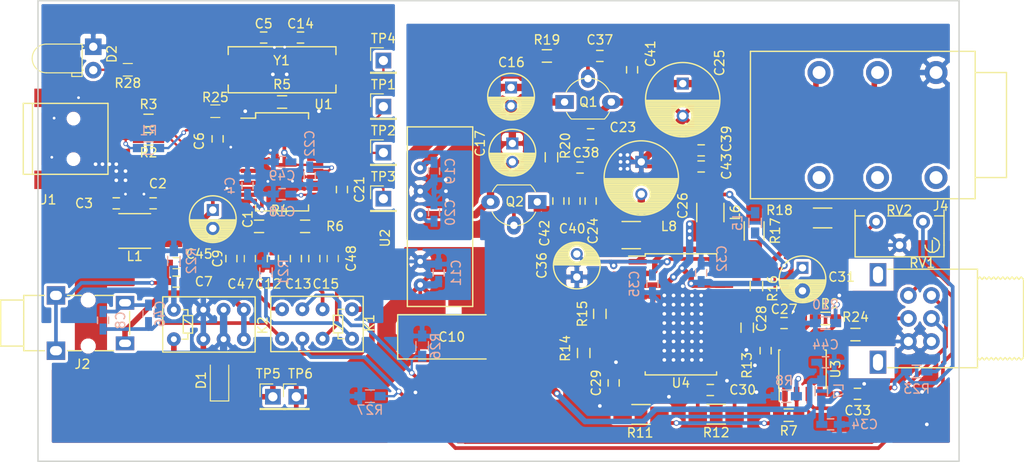
<source format=kicad_pcb>
(kicad_pcb (version 20170922) (host pcbnew "(2017-10-26 revision d2d123750)-master")

(general
  (thickness 1.6)
  (drawings 5)
  (tracks 1036)
  (zones 0)
  (modules 105)
  (nets 70)
)

(page A4)
(layers
  (0 F.Cu signal)
  (31 B.Cu signal)
  (32 B.Adhes user)
  (33 F.Adhes user)
  (34 B.Paste user)
  (35 F.Paste user)
  (36 B.SilkS user)
  (37 F.SilkS user hide)
  (38 B.Mask user)
  (39 F.Mask user)
  (40 Dwgs.User user)
  (41 Cmts.User user)
  (42 Eco1.User user)
  (43 Eco2.User user)
  (44 Edge.Cuts user)
  (45 Margin user)
  (46 B.CrtYd user)
  (47 F.CrtYd user)
  (48 B.Fab user hide)
  (49 F.Fab user hide)
)


(setup
  (last_trace_width 0.4)
  (user_trace_width 0.2)
  (user_trace_width 0.25)
  (user_trace_width 0.6)
  (user_trace_width 0.8)
  (user_trace_width 1.5)
  (trace_clearance 0.2)
  (zone_clearance 0.3)
  (zone_45_only yes)
  (trace_min 0.2)
  (segment_width 0.2)
  (edge_width 0.15)
  (via_size 0.6)
  (via_drill 0.4)
  (via_min_size 0.4)
  (via_min_drill 0.3)
  (user_via 0.5 0.3)
  (user_via 1.3 1)
  (uvia_size 0.3)
  (uvia_drill 0.1)
  (uvias_allowed no)
  (uvia_min_size 0.2)
  (uvia_min_drill 0.1)
  (pcb_text_width 0.3)
  (pcb_text_size 1.5 1.5)
  (mod_edge_width 0.15)
  (mod_text_size 1 1)
  (mod_text_width 0.15)
  (pad_size 3 4)
  (pad_drill 0)
  (pad_to_mask_clearance 0.2)
  (aux_axis_origin 0 0)
  (visible_elements FFFFFFFF)
  (pcbplotparams
    (layerselection 0x010f0_ffffffff)
    (usegerberextensions true)
    (usegerberattributes true)
    (usegerberadvancedattributes true)
    (creategerberjobfile true)
    (excludeedgelayer true)
    (linewidth 0.100000)
    (plotframeref false)
    (viasonmask false)
    (mode 1)
    (useauxorigin false)
    (hpglpennumber 1)
    (hpglpenspeed 20)
    (hpglpendiameter 15)
    (psnegative false)
    (psa4output false)
    (plotreference true)
    (plotvalue false)
    (plotinvisibletext false)
    (padsonsilk false)
    (subtractmaskfromsilk false)
    (outputformat 1)
    (mirror false)
    (drillshape 0)
    (scaleselection 1)
    (outputdirectory gerber/))
)

(net 0 "")
(net 1 Earth)
(net 2 "Net-(C1-Pad1)")
(net 3 +5V)
(net 4 "Net-(C4-Pad2)")
(net 5 "Net-(C5-Pad1)")
(net 6 +3V3)
(net 7 /LUSB)
(net 8 "Net-(C12-Pad1)")
(net 9 "Net-(C13-Pad2)")
(net 10 "Net-(C14-Pad1)")
(net 11 /RUSB)
(net 12 "Net-(C15-Pad1)")
(net 13 GNDPWR)
(net 14 "Net-(C16-Pad1)")
(net 15 "Net-(C17-Pad2)")
(net 16 "Net-(C18-Pad2)")
(net 17 "Net-(C21-Pad1)")
(net 18 "Net-(C22-Pad2)")
(net 19 +12V)
(net 20 -12V)
(net 21 "Net-(C27-Pad1)")
(net 22 "Net-(C29-Pad1)")
(net 23 "Net-(C30-Pad1)")
(net 24 "Net-(C31-Pad1)")
(net 25 "Net-(C33-Pad2)")
(net 26 "Net-(C35-Pad2)")
(net 27 "Net-(D1-Pad1)")
(net 28 "Net-(J1-Pad4)")
(net 29 /D+)
(net 30 /D-)
(net 31 GNDA)
(net 32 "Net-(J4-Pad4)")
(net 33 "Net-(J4-Pad6)")
(net 34 "Net-(J4-Pad5)")
(net 35 "Net-(J4-Pad2)")
(net 36 "Net-(J4-Pad3)")
(net 37 "Net-(K1-Pad6)")
(net 38 "Net-(K1-Pad3)")
(net 39 "Net-(R2-Pad2)")
(net 40 "Net-(R3-Pad1)")
(net 41 "Net-(R7-Pad2)")
(net 42 "Net-(R11-Pad2)")
(net 43 "Net-(R10-Pad2)")
(net 44 "Net-(R12-Pad2)")
(net 45 "Net-(R13-Pad2)")
(net 46 "Net-(R14-Pad1)")
(net 47 "Net-(R15-Pad2)")
(net 48 "Net-(R16-Pad1)")
(net 49 "Net-(TP1-Pad1)")
(net 50 "Net-(TP2-Pad1)")
(net 51 "Net-(TP3-Pad1)")
(net 52 "Net-(U1-Pad5)")
(net 53 "Net-(U1-Pad2)")
(net 54 "Net-(C37-Pad1)")
(net 55 "Net-(C38-Pad1)")
(net 56 "Net-(R23-Pad2)")
(net 57 "Net-(R23-Pad1)")
(net 58 "Net-(R24-Pad2)")
(net 59 "Net-(R24-Pad1)")
(net 60 "Net-(C45-Pad2)")
(net 61 "Net-(C45-Pad1)")
(net 62 "Net-(C46-Pad2)")
(net 63 "Net-(C46-Pad1)")
(net 64 "Net-(C47-Pad1)")
(net 65 "Net-(D2-Pad2)")
(net 66 "Net-(K1-Pad8)")
(net 67 "Net-(K2-Pad8)")
(net 68 "Net-(R25-Pad1)")
(net 69 /SSPND)

(net_class Default "This is the default net class."
  (clearance 0.2)
  (trace_width 0.4)
  (via_dia 0.6)
  (via_drill 0.4)
  (uvia_dia 0.3)
  (uvia_drill 0.1)
  (add_net +12V)
  (add_net +3V3)
  (add_net +5V)
  (add_net -12V)
  (add_net /D+)
  (add_net /D-)
  (add_net /LUSB)
  (add_net /RUSB)
  (add_net /SSPND)
  (add_net Earth)
  (add_net GNDA)
  (add_net GNDPWR)
  (add_net "Net-(C1-Pad1)")
  (add_net "Net-(C12-Pad1)")
  (add_net "Net-(C13-Pad2)")
  (add_net "Net-(C14-Pad1)")
  (add_net "Net-(C15-Pad1)")
  (add_net "Net-(C16-Pad1)")
  (add_net "Net-(C17-Pad2)")
  (add_net "Net-(C18-Pad2)")
  (add_net "Net-(C21-Pad1)")
  (add_net "Net-(C22-Pad2)")
  (add_net "Net-(C27-Pad1)")
  (add_net "Net-(C29-Pad1)")
  (add_net "Net-(C30-Pad1)")
  (add_net "Net-(C31-Pad1)")
  (add_net "Net-(C33-Pad2)")
  (add_net "Net-(C35-Pad2)")
  (add_net "Net-(C37-Pad1)")
  (add_net "Net-(C38-Pad1)")
  (add_net "Net-(C4-Pad2)")
  (add_net "Net-(C45-Pad1)")
  (add_net "Net-(C45-Pad2)")
  (add_net "Net-(C46-Pad1)")
  (add_net "Net-(C46-Pad2)")
  (add_net "Net-(C47-Pad1)")
  (add_net "Net-(C5-Pad1)")
  (add_net "Net-(D1-Pad1)")
  (add_net "Net-(D2-Pad2)")
  (add_net "Net-(J1-Pad4)")
  (add_net "Net-(J4-Pad2)")
  (add_net "Net-(J4-Pad3)")
  (add_net "Net-(J4-Pad4)")
  (add_net "Net-(J4-Pad5)")
  (add_net "Net-(J4-Pad6)")
  (add_net "Net-(K1-Pad3)")
  (add_net "Net-(K1-Pad6)")
  (add_net "Net-(K1-Pad8)")
  (add_net "Net-(K2-Pad8)")
  (add_net "Net-(R10-Pad2)")
  (add_net "Net-(R11-Pad2)")
  (add_net "Net-(R12-Pad2)")
  (add_net "Net-(R13-Pad2)")
  (add_net "Net-(R14-Pad1)")
  (add_net "Net-(R15-Pad2)")
  (add_net "Net-(R16-Pad1)")
  (add_net "Net-(R2-Pad2)")
  (add_net "Net-(R23-Pad1)")
  (add_net "Net-(R23-Pad2)")
  (add_net "Net-(R24-Pad1)")
  (add_net "Net-(R24-Pad2)")
  (add_net "Net-(R25-Pad1)")
  (add_net "Net-(R3-Pad1)")
  (add_net "Net-(R7-Pad2)")
  (add_net "Net-(TP1-Pad1)")
  (add_net "Net-(TP2-Pad1)")
  (add_net "Net-(TP3-Pad1)")
  (add_net "Net-(U1-Pad2)")
  (add_net "Net-(U1-Pad5)")
)

  (module smd:SOIC-20W_ThermalPad (layer F.Cu) (tedit 59D3B7C6) (tstamp 5978A9E9)
    (at 82.8 47.555)
    (descr "20-Lead Plastic Small Outline (SO) - Wide, 7.50 mm Body [SOIC] (see Microchip Packaging Specification 00000049BS.pdf)")
    (tags "SOIC 1.27")
    (path /5936C2F8)
    (attr smd)
    (fp_text reference U4 (at 0 7.445) (layer F.SilkS)
      (effects (font (size 1 1) (thickness 0.15)))
    )
    (fp_text value TPA6120 (at 0 7.5) (layer F.Fab)
      (effects (font (size 1 1) (thickness 0.15)))
    )
    (fp_line (start -3.875 -6.325) (end -5.675 -6.325) (layer F.SilkS) (width 0.15))
    (fp_line (start -3.875 6.575) (end 3.875 6.575) (layer F.SilkS) (width 0.15))
    (fp_line (start -3.875 -6.575) (end 3.875 -6.575) (layer F.SilkS) (width 0.15))
    (fp_line (start -3.875 6.575) (end -3.875 6.24) (layer F.SilkS) (width 0.15))
    (fp_line (start 3.875 6.575) (end 3.875 6.24) (layer F.SilkS) (width 0.15))
    (fp_line (start 3.875 -6.575) (end 3.875 -6.24) (layer F.SilkS) (width 0.15))
    (fp_line (start -3.875 -6.575) (end -3.875 -6.325) (layer F.SilkS) (width 0.15))
    (fp_line (start -5.95 6.75) (end 5.95 6.75) (layer F.CrtYd) (width 0.05))
    (fp_line (start -5.95 -6.75) (end 5.95 -6.75) (layer F.CrtYd) (width 0.05))
    (fp_line (start 5.95 -6.75) (end 5.95 6.75) (layer F.CrtYd) (width 0.05))
    (fp_line (start -5.95 -6.75) (end -5.95 6.75) (layer F.CrtYd) (width 0.05))
    (fp_line (start -3.75 -5.4) (end -2.75 -6.4) (layer F.Fab) (width 0.15))
    (fp_line (start -3.75 6.4) (end -3.75 -5.4) (layer F.Fab) (width 0.15))
    (fp_line (start 3.75 6.4) (end -3.75 6.4) (layer F.Fab) (width 0.15))
    (fp_line (start 3.75 -6.4) (end 3.75 6.4) (layer F.Fab) (width 0.15))
    (fp_line (start -2.75 -6.4) (end 3.75 -6.4) (layer F.Fab) (width 0.15))
    (pad 20 smd rect (at 4.7 -5.715) (size 1.95 0.6) (layers F.Cu F.Paste F.Mask)
      (net 26 "Net-(C35-Pad2)"))
    (pad 19 smd rect (at 4.7 -4.445) (size 1.95 0.6) (layers F.Cu F.Paste F.Mask)
      (net 48 "Net-(R16-Pad1)"))
    (pad 18 smd rect (at 4.7 -3.175) (size 1.95 0.6) (layers F.Cu F.Paste F.Mask)
      (net 24 "Net-(C31-Pad1)"))
    (pad 17 smd rect (at 4.7 -1.905) (size 1.95 0.6) (layers F.Cu F.Paste F.Mask)
      (net 23 "Net-(C30-Pad1)"))
    (pad 16 smd rect (at 4.7 -0.635) (size 1.95 0.6) (layers F.Cu F.Paste F.Mask)
      (net 45 "Net-(R13-Pad2)"))
    (pad 15 smd rect (at 4.7 0.635) (size 1.95 0.6) (layers F.Cu F.Paste F.Mask))
    (pad 14 smd rect (at 4.7 1.905) (size 1.95 0.6) (layers F.Cu F.Paste F.Mask))
    (pad 13 smd rect (at 4.7 3.175) (size 1.95 0.6) (layers F.Cu F.Paste F.Mask))
    (pad 12 smd rect (at 4.7 4.445) (size 1.95 0.6) (layers F.Cu F.Paste F.Mask))
    (pad 11 smd rect (at 4.7 5.715) (size 1.95 0.6) (layers F.Cu F.Paste F.Mask))
    (pad 10 smd rect (at -4.7 5.715) (size 1.95 0.6) (layers F.Cu F.Paste F.Mask))
    (pad 9 smd rect (at -4.7 4.445) (size 1.95 0.6) (layers F.Cu F.Paste F.Mask))
    (pad 8 smd rect (at -4.7 3.175) (size 1.95 0.6) (layers F.Cu F.Paste F.Mask))
    (pad 7 smd rect (at -4.7 1.905) (size 1.95 0.6) (layers F.Cu F.Paste F.Mask))
    (pad 6 smd rect (at -4.7 0.635) (size 1.95 0.6) (layers F.Cu F.Paste F.Mask))
    (pad 5 smd rect (at -4.7 -0.635) (size 1.95 0.6) (layers F.Cu F.Paste F.Mask)
      (net 46 "Net-(R14-Pad1)"))
    (pad 4 smd rect (at -4.7 -1.905) (size 1.95 0.6) (layers F.Cu F.Paste F.Mask)
      (net 22 "Net-(C29-Pad1)"))
    (pad 3 smd rect (at -4.7 -3.175) (size 1.95 0.6) (layers F.Cu F.Paste F.Mask)
      (net 24 "Net-(C31-Pad1)"))
    (pad 2 smd rect (at -4.7 -4.445) (size 1.95 0.6) (layers F.Cu F.Paste F.Mask)
      (net 47 "Net-(R15-Pad2)"))
    (pad 1 smd rect (at -4.7 -5.715) (size 1.95 0.6) (layers F.Cu F.Paste F.Mask)
      (net 26 "Net-(C35-Pad2)"))
    (pad 21 smd rect (at 0 0) (size 3 4) (layers F.Cu F.Paste F.Mask)
      (net 13 GNDPWR) (zone_connect 2))
    (model Housings_SOIC.3dshapes/SOIC-20_7.5x12.8mm_Pitch1.27mm.wrl
      (at (xyz 0 0 0))
      (scale (xyz 1 1 1))
      (rotate (xyz 0 0 0))
    )
  )

  (module Capacitors_THT:C_Radial_D8_L11.5_P3.5 (layer F.Cu) (tedit 0) (tstamp 5978A803)
    (at 83 22.5 270)
    (descr "Radial Electrolytic Capacitor Diameter 8mm x Length 11.5mm, Pitch 3.5mm")
    (tags "Electrolytic Capacitor")
    (path /593064DB)
    (fp_text reference C25 (at -2.25 -4 270) (layer F.SilkS)
      (effects (font (size 1 1) (thickness 0.15)))
    )
    (fp_text value 100u (at 1.75 5.3 270) (layer F.Fab)
      (effects (font (size 1 1) (thickness 0.15)))
    )
    (fp_circle (center 1.75 0) (end 1.75 -4.3) (layer F.CrtYd) (width 0.05))
    (fp_circle (center 1.75 0) (end 1.75 -4.0375) (layer F.SilkS) (width 0.15))
    (fp_circle (center 3.5 0) (end 3.5 -1) (layer F.SilkS) (width 0.15))
    (fp_line (start 5.745 -0.2) (end 5.745 0.2) (layer F.SilkS) (width 0.15))
    (fp_line (start 5.605 -1.067) (end 5.605 1.067) (layer F.SilkS) (width 0.15))
    (fp_line (start 5.465 -1.483) (end 5.465 1.483) (layer F.SilkS) (width 0.15))
    (fp_line (start 5.325 -1.794) (end 5.325 1.794) (layer F.SilkS) (width 0.15))
    (fp_line (start 5.185 -2.05) (end 5.185 2.05) (layer F.SilkS) (width 0.15))
    (fp_line (start 5.045 -2.268) (end 5.045 2.268) (layer F.SilkS) (width 0.15))
    (fp_line (start 4.905 -2.459) (end 4.905 2.459) (layer F.SilkS) (width 0.15))
    (fp_line (start 4.765 -2.629) (end 4.765 2.629) (layer F.SilkS) (width 0.15))
    (fp_line (start 4.625 -2.781) (end 4.625 2.781) (layer F.SilkS) (width 0.15))
    (fp_line (start 4.485 0.173) (end 4.485 2.919) (layer F.SilkS) (width 0.15))
    (fp_line (start 4.485 -2.919) (end 4.485 -0.173) (layer F.SilkS) (width 0.15))
    (fp_line (start 4.345 0.535) (end 4.345 3.044) (layer F.SilkS) (width 0.15))
    (fp_line (start 4.345 -3.044) (end 4.345 -0.535) (layer F.SilkS) (width 0.15))
    (fp_line (start 4.205 0.709) (end 4.205 3.158) (layer F.SilkS) (width 0.15))
    (fp_line (start 4.205 -3.158) (end 4.205 -0.709) (layer F.SilkS) (width 0.15))
    (fp_line (start 4.065 0.825) (end 4.065 3.262) (layer F.SilkS) (width 0.15))
    (fp_line (start 4.065 -3.262) (end 4.065 -0.825) (layer F.SilkS) (width 0.15))
    (fp_line (start 3.925 0.905) (end 3.925 3.357) (layer F.SilkS) (width 0.15))
    (fp_line (start 3.925 -3.357) (end 3.925 -0.905) (layer F.SilkS) (width 0.15))
    (fp_line (start 3.785 0.959) (end 3.785 3.444) (layer F.SilkS) (width 0.15))
    (fp_line (start 3.785 -3.444) (end 3.785 -0.959) (layer F.SilkS) (width 0.15))
    (fp_line (start 3.645 0.989) (end 3.645 3.523) (layer F.SilkS) (width 0.15))
    (fp_line (start 3.645 -3.523) (end 3.645 -0.989) (layer F.SilkS) (width 0.15))
    (fp_line (start 3.505 1) (end 3.505 3.594) (layer F.SilkS) (width 0.15))
    (fp_line (start 3.505 -3.594) (end 3.505 -1) (layer F.SilkS) (width 0.15))
    (fp_line (start 3.365 0.991) (end 3.365 3.659) (layer F.SilkS) (width 0.15))
    (fp_line (start 3.365 -3.659) (end 3.365 -0.991) (layer F.SilkS) (width 0.15))
    (fp_line (start 3.225 0.961) (end 3.225 3.718) (layer F.SilkS) (width 0.15))
    (fp_line (start 3.225 -3.718) (end 3.225 -0.961) (layer F.SilkS) (width 0.15))
    (fp_line (start 3.085 0.91) (end 3.085 3.771) (layer F.SilkS) (width 0.15))
    (fp_line (start 3.085 -3.771) (end 3.085 -0.91) (layer F.SilkS) (width 0.15))
    (fp_line (start 2.945 0.832) (end 2.945 3.817) (layer F.SilkS) (width 0.15))
    (fp_line (start 2.945 -3.817) (end 2.945 -0.832) (layer F.SilkS) (width 0.15))
    (fp_line (start 2.805 0.719) (end 2.805 3.858) (layer F.SilkS) (width 0.15))
    (fp_line (start 2.805 -3.858) (end 2.805 -0.719) (layer F.SilkS) (width 0.15))
    (fp_line (start 2.665 0.55) (end 2.665 3.894) (layer F.SilkS) (width 0.15))
    (fp_line (start 2.665 -3.894) (end 2.665 -0.55) (layer F.SilkS) (width 0.15))
    (fp_line (start 2.525 0.222) (end 2.525 3.924) (layer F.SilkS) (width 0.15))
    (fp_line (start 2.525 -3.924) (end 2.525 -0.222) (layer F.SilkS) (width 0.15))
    (fp_line (start 2.385 -3.949) (end 2.385 3.949) (layer F.SilkS) (width 0.15))
    (fp_line (start 2.245 -3.969) (end 2.245 3.969) (layer F.SilkS) (width 0.15))
    (fp_line (start 2.105 -3.984) (end 2.105 3.984) (layer F.SilkS) (width 0.15))
    (fp_line (start 1.965 -3.994) (end 1.965 3.994) (layer F.SilkS) (width 0.15))
    (fp_line (start 1.825 -3.999) (end 1.825 3.999) (layer F.SilkS) (width 0.15))
    (pad 1 thru_hole rect (at 0 0 270) (size 1.3 1.3) (drill 0.8) (layers *.Cu *.Mask)
      (net 19 +12V))
    (pad 2 thru_hole circle (at 3.5 0 270) (size 1.3 1.3) (drill 0.8) (layers *.Cu *.Mask)
      (net 13 GNDPWR))
    (model Capacitors_ThroughHole.3dshapes/C_Radial_D8_L11.5_P3.5.wrl
      (at (xyz 0 0 0))
      (scale (xyz 1 1 1))
      (rotate (xyz 0 0 0))
    )
  )

  (module Connectors:USB_Mini-B (layer F.Cu) (tedit 5543E571) (tstamp 5978A85A)
    (at 16 28.5)
    (descr "USB Mini-B 5-pin SMD connector")
    (tags "USB USB_B USB_Mini connector")
    (path /5976A1B4)
    (attr smd)
    (fp_text reference J1 (at -1.85 6.61) (layer F.SilkS)
      (effects (font (size 1 1) (thickness 0.15)))
    )
    (fp_text value USB_OTG (at 0 -7.0993) (layer F.Fab)
      (effects (font (size 1 1) (thickness 0.15)))
    )
    (fp_line (start 4.59994 -3.85064) (end -4.59994 -3.85064) (layer F.SilkS) (width 0.15))
    (fp_line (start 4.59994 3.85064) (end 4.59994 -3.85064) (layer F.SilkS) (width 0.15))
    (fp_line (start -4.59994 3.85064) (end 4.59994 3.85064) (layer F.SilkS) (width 0.15))
    (fp_line (start -4.59994 -3.85064) (end -4.59994 3.85064) (layer F.SilkS) (width 0.15))
    (fp_line (start -3.59918 -3.85064) (end -3.59918 3.85064) (layer F.SilkS) (width 0.15))
    (fp_line (start -4.85 5.7) (end -4.85 -5.7) (layer F.CrtYd) (width 0.05))
    (fp_line (start 4.85 5.7) (end -4.85 5.7) (layer F.CrtYd) (width 0.05))
    (fp_line (start 4.85 -5.7) (end 4.85 5.7) (layer F.CrtYd) (width 0.05))
    (fp_line (start -4.85 -5.7) (end 4.85 -5.7) (layer F.CrtYd) (width 0.05))
    (pad "" np_thru_hole circle (at 0.8509 2.19964) (size 0.89916 0.89916) (drill 0.89916) (layers *.Cu *.Mask))
    (pad "" np_thru_hole circle (at 0.8509 -2.19964) (size 0.89916 0.89916) (drill 0.89916) (layers *.Cu *.Mask))
    (pad 6 smd rect (at -2.14884 4.45008) (size 2.49936 1.99898) (layers F.Cu F.Paste F.Mask)
      (net 1 Earth))
    (pad 6 smd rect (at 3.35026 4.45008) (size 2.49936 1.99898) (layers F.Cu F.Paste F.Mask)
      (net 1 Earth))
    (pad 6 smd rect (at -2.14884 -4.45008) (size 2.49936 1.99898) (layers F.Cu F.Paste F.Mask)
      (net 1 Earth))
    (pad 6 smd rect (at 3.35026 -4.45008) (size 2.49936 1.99898) (layers F.Cu F.Paste F.Mask)
      (net 1 Earth))
    (pad 5 smd rect (at 3.44932 1.6002) (size 2.30124 0.50038) (layers F.Cu F.Paste F.Mask)
      (net 1 Earth))
    (pad 4 smd rect (at 3.44932 0.8001) (size 2.30124 0.50038) (layers F.Cu F.Paste F.Mask)
      (net 28 "Net-(J1-Pad4)"))
    (pad 3 smd rect (at 3.44932 0) (size 2.30124 0.50038) (layers F.Cu F.Paste F.Mask)
      (net 29 /D+))
    (pad 2 smd rect (at 3.44932 -0.8001) (size 2.30124 0.50038) (layers F.Cu F.Paste F.Mask)
      (net 30 /D-))
    (pad 1 smd rect (at 3.44932 -1.6002) (size 2.30124 0.50038) (layers F.Cu F.Paste F.Mask)
      (net 3 +5V))
  )

  (module Capacitors_THT:C_Radial_D5_L11_P2 (layer F.Cu) (tedit 0) (tstamp 5978A773)
    (at 31.98 36.22 270)
    (descr "Radial Electrolytic Capacitor 5mm x Length 11mm, Pitch 2mm")
    (tags "Electrolytic Capacitor")
    (path /5934B839)
    (fp_text reference C1 (at 1 -3.8 270) (layer F.SilkS)
      (effects (font (size 1 1) (thickness 0.15)))
    )
    (fp_text value 10u (at 1 3.8 270) (layer F.Fab)
      (effects (font (size 1 1) (thickness 0.15)))
    )
    (fp_circle (center 1 0) (end 1 -2.8) (layer F.CrtYd) (width 0.05))
    (fp_circle (center 1 0) (end 1 -2.5375) (layer F.SilkS) (width 0.15))
    (fp_circle (center 2 0) (end 2 -0.8) (layer F.SilkS) (width 0.15))
    (fp_line (start 3.455 -0.472) (end 3.455 0.472) (layer F.SilkS) (width 0.15))
    (fp_line (start 3.315 -0.944) (end 3.315 0.944) (layer F.SilkS) (width 0.15))
    (fp_line (start 3.175 -1.233) (end 3.175 1.233) (layer F.SilkS) (width 0.15))
    (fp_line (start 3.035 -1.452) (end 3.035 1.452) (layer F.SilkS) (width 0.15))
    (fp_line (start 2.895 -1.631) (end 2.895 1.631) (layer F.SilkS) (width 0.15))
    (fp_line (start 2.755 0.265) (end 2.755 1.78) (layer F.SilkS) (width 0.15))
    (fp_line (start 2.755 -1.78) (end 2.755 -0.265) (layer F.SilkS) (width 0.15))
    (fp_line (start 2.615 0.512) (end 2.615 1.908) (layer F.SilkS) (width 0.15))
    (fp_line (start 2.615 -1.908) (end 2.615 -0.512) (layer F.SilkS) (width 0.15))
    (fp_line (start 2.475 0.644) (end 2.475 2.019) (layer F.SilkS) (width 0.15))
    (fp_line (start 2.475 -2.019) (end 2.475 -0.644) (layer F.SilkS) (width 0.15))
    (fp_line (start 2.335 0.726) (end 2.335 2.114) (layer F.SilkS) (width 0.15))
    (fp_line (start 2.335 -2.114) (end 2.335 -0.726) (layer F.SilkS) (width 0.15))
    (fp_line (start 2.195 0.776) (end 2.195 2.196) (layer F.SilkS) (width 0.15))
    (fp_line (start 2.195 -2.196) (end 2.195 -0.776) (layer F.SilkS) (width 0.15))
    (fp_line (start 2.055 0.798) (end 2.055 2.266) (layer F.SilkS) (width 0.15))
    (fp_line (start 2.055 -2.266) (end 2.055 -0.798) (layer F.SilkS) (width 0.15))
    (fp_line (start 1.915 0.795) (end 1.915 2.327) (layer F.SilkS) (width 0.15))
    (fp_line (start 1.915 -2.327) (end 1.915 -0.795) (layer F.SilkS) (width 0.15))
    (fp_line (start 1.775 0.768) (end 1.775 2.377) (layer F.SilkS) (width 0.15))
    (fp_line (start 1.775 -2.377) (end 1.775 -0.768) (layer F.SilkS) (width 0.15))
    (fp_line (start 1.635 0.712) (end 1.635 2.418) (layer F.SilkS) (width 0.15))
    (fp_line (start 1.635 -2.418) (end 1.635 -0.712) (layer F.SilkS) (width 0.15))
    (fp_line (start 1.495 0.62) (end 1.495 2.451) (layer F.SilkS) (width 0.15))
    (fp_line (start 1.495 -2.451) (end 1.495 -0.62) (layer F.SilkS) (width 0.15))
    (fp_line (start 1.355 0.473) (end 1.355 2.475) (layer F.SilkS) (width 0.15))
    (fp_line (start 1.355 -2.475) (end 1.355 -0.473) (layer F.SilkS) (width 0.15))
    (fp_line (start 1.215 0.154) (end 1.215 2.491) (layer F.SilkS) (width 0.15))
    (fp_line (start 1.215 -2.491) (end 1.215 -0.154) (layer F.SilkS) (width 0.15))
    (fp_line (start 1.075 -2.499) (end 1.075 2.499) (layer F.SilkS) (width 0.15))
    (pad 2 thru_hole circle (at 2 0 270) (size 1.3 1.3) (drill 0.8) (layers *.Cu *.Mask)
      (net 1 Earth))
    (pad 1 thru_hole rect (at 0 0 270) (size 1.3 1.3) (drill 0.8) (layers *.Cu *.Mask)
      (net 2 "Net-(C1-Pad1)"))
    (model Capacitors_ThroughHole.3dshapes/C_Radial_D5_L11_P2.wrl
      (at (xyz 0 0 0))
      (scale (xyz 1 1 1))
      (rotate (xyz 0 0 0))
    )
  )

  (module Capacitors_SMD:C_0603_HandSoldering (layer F.Cu) (tedit 541A9B4D) (tstamp 5978A779)
    (at 25.5 35.5)
    (descr "Capacitor SMD 0603, hand soldering")
    (tags "capacitor 0603")
    (path /5934BF3E)
    (attr smd)
    (fp_text reference C2 (at 0.51 -2.14) (layer F.SilkS)
      (effects (font (size 1 1) (thickness 0.15)))
    )
    (fp_text value 100n (at 0 1.9) (layer F.Fab)
      (effects (font (size 1 1) (thickness 0.15)))
    )
    (fp_line (start 0.35 0.6) (end -0.35 0.6) (layer F.SilkS) (width 0.15))
    (fp_line (start -0.35 -0.6) (end 0.35 -0.6) (layer F.SilkS) (width 0.15))
    (fp_line (start 1.85 -0.75) (end 1.85 0.75) (layer F.CrtYd) (width 0.05))
    (fp_line (start -1.85 -0.75) (end -1.85 0.75) (layer F.CrtYd) (width 0.05))
    (fp_line (start -1.85 0.75) (end 1.85 0.75) (layer F.CrtYd) (width 0.05))
    (fp_line (start -1.85 -0.75) (end 1.85 -0.75) (layer F.CrtYd) (width 0.05))
    (fp_line (start -0.8 -0.4) (end 0.8 -0.4) (layer F.Fab) (width 0.15))
    (fp_line (start 0.8 -0.4) (end 0.8 0.4) (layer F.Fab) (width 0.15))
    (fp_line (start 0.8 0.4) (end -0.8 0.4) (layer F.Fab) (width 0.15))
    (fp_line (start -0.8 0.4) (end -0.8 -0.4) (layer F.Fab) (width 0.15))
    (pad 2 smd rect (at 0.95 0) (size 1.2 0.75) (layers F.Cu F.Paste F.Mask)
      (net 2 "Net-(C1-Pad1)"))
    (pad 1 smd rect (at -0.95 0) (size 1.2 0.75) (layers F.Cu F.Paste F.Mask)
      (net 1 Earth))
    (model Capacitors_SMD.3dshapes/C_0603_HandSoldering.wrl
      (at (xyz 0 0 0))
      (scale (xyz 1 1 1))
      (rotate (xyz 0 0 0))
    )
  )

  (module Capacitors_SMD:C_0603_HandSoldering (layer F.Cu) (tedit 541A9B4D) (tstamp 5978A77F)
    (at 21.5 35.5)
    (descr "Capacitor SMD 0603, hand soldering")
    (tags "capacitor 0603")
    (path /59305590)
    (attr smd)
    (fp_text reference C3 (at -3.5 0) (layer F.SilkS)
      (effects (font (size 1 1) (thickness 0.15)))
    )
    (fp_text value 200n (at 0 1.9) (layer F.Fab)
      (effects (font (size 1 1) (thickness 0.15)))
    )
    (fp_line (start 0.35 0.6) (end -0.35 0.6) (layer F.SilkS) (width 0.15))
    (fp_line (start -0.35 -0.6) (end 0.35 -0.6) (layer F.SilkS) (width 0.15))
    (fp_line (start 1.85 -0.75) (end 1.85 0.75) (layer F.CrtYd) (width 0.05))
    (fp_line (start -1.85 -0.75) (end -1.85 0.75) (layer F.CrtYd) (width 0.05))
    (fp_line (start -1.85 0.75) (end 1.85 0.75) (layer F.CrtYd) (width 0.05))
    (fp_line (start -1.85 -0.75) (end 1.85 -0.75) (layer F.CrtYd) (width 0.05))
    (fp_line (start -0.8 -0.4) (end 0.8 -0.4) (layer F.Fab) (width 0.15))
    (fp_line (start 0.8 -0.4) (end 0.8 0.4) (layer F.Fab) (width 0.15))
    (fp_line (start 0.8 0.4) (end -0.8 0.4) (layer F.Fab) (width 0.15))
    (fp_line (start -0.8 0.4) (end -0.8 -0.4) (layer F.Fab) (width 0.15))
    (pad 2 smd rect (at 0.95 0) (size 1.2 0.75) (layers F.Cu F.Paste F.Mask)
      (net 1 Earth))
    (pad 1 smd rect (at -0.95 0) (size 1.2 0.75) (layers F.Cu F.Paste F.Mask)
      (net 3 +5V))
    (model Capacitors_SMD.3dshapes/C_0603_HandSoldering.wrl
      (at (xyz 0 0 0))
      (scale (xyz 1 1 1))
      (rotate (xyz 0 0 0))
    )
  )

  (module Capacitors_SMD:C_0603_HandSoldering (layer B.Cu) (tedit 541A9B4D) (tstamp 5978A785)
    (at 35.75 33.59 270)
    (descr "Capacitor SMD 0603, hand soldering")
    (tags "capacitor 0603")
    (path /5934A4BD)
    (attr smd)
    (fp_text reference C4 (at 0 1.9 270) (layer B.SilkS)
      (effects (font (size 1 1) (thickness 0.15)) (justify mirror))
    )
    (fp_text value 1u (at 0 -1.9 270) (layer B.Fab)
      (effects (font (size 1 1) (thickness 0.15)) (justify mirror))
    )
    (fp_line (start 0.35 -0.6) (end -0.35 -0.6) (layer B.SilkS) (width 0.15))
    (fp_line (start -0.35 0.6) (end 0.35 0.6) (layer B.SilkS) (width 0.15))
    (fp_line (start 1.85 0.75) (end 1.85 -0.75) (layer B.CrtYd) (width 0.05))
    (fp_line (start -1.85 0.75) (end -1.85 -0.75) (layer B.CrtYd) (width 0.05))
    (fp_line (start -1.85 -0.75) (end 1.85 -0.75) (layer B.CrtYd) (width 0.05))
    (fp_line (start -1.85 0.75) (end 1.85 0.75) (layer B.CrtYd) (width 0.05))
    (fp_line (start -0.8 0.4) (end 0.8 0.4) (layer B.Fab) (width 0.15))
    (fp_line (start 0.8 0.4) (end 0.8 -0.4) (layer B.Fab) (width 0.15))
    (fp_line (start 0.8 -0.4) (end -0.8 -0.4) (layer B.Fab) (width 0.15))
    (fp_line (start -0.8 -0.4) (end -0.8 0.4) (layer B.Fab) (width 0.15))
    (pad 2 smd rect (at 0.95 0 270) (size 1.2 0.75) (layers B.Cu B.Paste B.Mask)
      (net 4 "Net-(C4-Pad2)"))
    (pad 1 smd rect (at -0.95 0 270) (size 1.2 0.75) (layers B.Cu B.Paste B.Mask)
      (net 1 Earth))
    (model Capacitors_SMD.3dshapes/C_0603_HandSoldering.wrl
      (at (xyz 0 0 0))
      (scale (xyz 1 1 1))
      (rotate (xyz 0 0 0))
    )
  )

  (module Capacitors_SMD:C_0603_HandSoldering (layer F.Cu) (tedit 541A9B4D) (tstamp 5978A78B)
    (at 37.5 17.5)
    (descr "Capacitor SMD 0603, hand soldering")
    (tags "capacitor 0603")
    (path /59348C90)
    (attr smd)
    (fp_text reference C5 (at 0 -1.5) (layer F.SilkS)
      (effects (font (size 1 1) (thickness 0.15)))
    )
    (fp_text value 27p (at 0 1.9) (layer F.Fab)
      (effects (font (size 1 1) (thickness 0.15)))
    )
    (fp_line (start 0.35 0.6) (end -0.35 0.6) (layer F.SilkS) (width 0.15))
    (fp_line (start -0.35 -0.6) (end 0.35 -0.6) (layer F.SilkS) (width 0.15))
    (fp_line (start 1.85 -0.75) (end 1.85 0.75) (layer F.CrtYd) (width 0.05))
    (fp_line (start -1.85 -0.75) (end -1.85 0.75) (layer F.CrtYd) (width 0.05))
    (fp_line (start -1.85 0.75) (end 1.85 0.75) (layer F.CrtYd) (width 0.05))
    (fp_line (start -1.85 -0.75) (end 1.85 -0.75) (layer F.CrtYd) (width 0.05))
    (fp_line (start -0.8 -0.4) (end 0.8 -0.4) (layer F.Fab) (width 0.15))
    (fp_line (start 0.8 -0.4) (end 0.8 0.4) (layer F.Fab) (width 0.15))
    (fp_line (start 0.8 0.4) (end -0.8 0.4) (layer F.Fab) (width 0.15))
    (fp_line (start -0.8 0.4) (end -0.8 -0.4) (layer F.Fab) (width 0.15))
    (pad 2 smd rect (at 0.95 0) (size 1.2 0.75) (layers F.Cu F.Paste F.Mask)
      (net 1 Earth))
    (pad 1 smd rect (at -0.95 0) (size 1.2 0.75) (layers F.Cu F.Paste F.Mask)
      (net 5 "Net-(C5-Pad1)"))
    (model Capacitors_SMD.3dshapes/C_0603_HandSoldering.wrl
      (at (xyz 0 0 0))
      (scale (xyz 1 1 1))
      (rotate (xyz 0 0 0))
    )
  )

  (module Capacitors_SMD:C_0603_HandSoldering (layer F.Cu) (tedit 541A9B4D) (tstamp 5978A791)
    (at 32.5 28.5 90)
    (descr "Capacitor SMD 0603, hand soldering")
    (tags "capacitor 0603")
    (path /5934D473)
    (attr smd)
    (fp_text reference C6 (at -0.25 -2 270) (layer F.SilkS)
      (effects (font (size 1 1) (thickness 0.15)))
    )
    (fp_text value 100n (at 0 1.9 90) (layer F.Fab)
      (effects (font (size 1 1) (thickness 0.15)))
    )
    (fp_line (start 0.35 0.6) (end -0.35 0.6) (layer F.SilkS) (width 0.15))
    (fp_line (start -0.35 -0.6) (end 0.35 -0.6) (layer F.SilkS) (width 0.15))
    (fp_line (start 1.85 -0.75) (end 1.85 0.75) (layer F.CrtYd) (width 0.05))
    (fp_line (start -1.85 -0.75) (end -1.85 0.75) (layer F.CrtYd) (width 0.05))
    (fp_line (start -1.85 0.75) (end 1.85 0.75) (layer F.CrtYd) (width 0.05))
    (fp_line (start -1.85 -0.75) (end 1.85 -0.75) (layer F.CrtYd) (width 0.05))
    (fp_line (start -0.8 -0.4) (end 0.8 -0.4) (layer F.Fab) (width 0.15))
    (fp_line (start 0.8 -0.4) (end 0.8 0.4) (layer F.Fab) (width 0.15))
    (fp_line (start 0.8 0.4) (end -0.8 0.4) (layer F.Fab) (width 0.15))
    (fp_line (start -0.8 0.4) (end -0.8 -0.4) (layer F.Fab) (width 0.15))
    (pad 2 smd rect (at 0.95 0 90) (size 1.2 0.75) (layers F.Cu F.Paste F.Mask)
      (net 6 +3V3))
    (pad 1 smd rect (at -0.95 0 90) (size 1.2 0.75) (layers F.Cu F.Paste F.Mask)
      (net 1 Earth))
    (model Capacitors_SMD.3dshapes/C_0603_HandSoldering.wrl
      (at (xyz 0 0 0))
      (scale (xyz 1 1 1))
      (rotate (xyz 0 0 0))
    )
  )

  (module Capacitors_SMD:C_0603_HandSoldering (layer F.Cu) (tedit 541A9B4D) (tstamp 5978A797)
    (at 28 44 180)
    (descr "Capacitor SMD 0603, hand soldering")
    (tags "capacitor 0603")
    (path /5935AC3B)
    (attr smd)
    (fp_text reference C7 (at -3 0 180) (layer F.SilkS)
      (effects (font (size 1 1) (thickness 0.15)))
    )
    (fp_text value 1u (at 0 1.9 180) (layer F.Fab)
      (effects (font (size 1 1) (thickness 0.15)))
    )
    (fp_line (start 0.35 0.6) (end -0.35 0.6) (layer F.SilkS) (width 0.15))
    (fp_line (start -0.35 -0.6) (end 0.35 -0.6) (layer F.SilkS) (width 0.15))
    (fp_line (start 1.85 -0.75) (end 1.85 0.75) (layer F.CrtYd) (width 0.05))
    (fp_line (start -1.85 -0.75) (end -1.85 0.75) (layer F.CrtYd) (width 0.05))
    (fp_line (start -1.85 0.75) (end 1.85 0.75) (layer F.CrtYd) (width 0.05))
    (fp_line (start -1.85 -0.75) (end 1.85 -0.75) (layer F.CrtYd) (width 0.05))
    (fp_line (start -0.8 -0.4) (end 0.8 -0.4) (layer F.Fab) (width 0.15))
    (fp_line (start 0.8 -0.4) (end 0.8 0.4) (layer F.Fab) (width 0.15))
    (fp_line (start 0.8 0.4) (end -0.8 0.4) (layer F.Fab) (width 0.15))
    (fp_line (start -0.8 0.4) (end -0.8 -0.4) (layer F.Fab) (width 0.15))
    (pad 2 smd rect (at 0.95 0 180) (size 1.2 0.75) (layers F.Cu F.Paste F.Mask)
      (net 60 "Net-(C45-Pad2)"))
    (pad 1 smd rect (at -0.95 0 180) (size 1.2 0.75) (layers F.Cu F.Paste F.Mask)
      (net 61 "Net-(C45-Pad1)"))
    (model Capacitors_SMD.3dshapes/C_0603_HandSoldering.wrl
      (at (xyz 0 0 0))
      (scale (xyz 1 1 1))
      (rotate (xyz 0 0 0))
    )
  )

  (module Capacitors_SMD:C_0603_HandSoldering (layer B.Cu) (tedit 541A9B4D) (tstamp 5978A79D)
    (at 20.06 48.2 90)
    (descr "Capacitor SMD 0603, hand soldering")
    (tags "capacitor 0603")
    (path /5935A9B7)
    (attr smd)
    (fp_text reference C8 (at 0 1.9 90) (layer B.SilkS)
      (effects (font (size 1 1) (thickness 0.15)) (justify mirror))
    )
    (fp_text value 1u (at 0 -1.9 90) (layer B.Fab)
      (effects (font (size 1 1) (thickness 0.15)) (justify mirror))
    )
    (fp_line (start 0.35 -0.6) (end -0.35 -0.6) (layer B.SilkS) (width 0.15))
    (fp_line (start -0.35 0.6) (end 0.35 0.6) (layer B.SilkS) (width 0.15))
    (fp_line (start 1.85 0.75) (end 1.85 -0.75) (layer B.CrtYd) (width 0.05))
    (fp_line (start -1.85 0.75) (end -1.85 -0.75) (layer B.CrtYd) (width 0.05))
    (fp_line (start -1.85 -0.75) (end 1.85 -0.75) (layer B.CrtYd) (width 0.05))
    (fp_line (start -1.85 0.75) (end 1.85 0.75) (layer B.CrtYd) (width 0.05))
    (fp_line (start -0.8 0.4) (end 0.8 0.4) (layer B.Fab) (width 0.15))
    (fp_line (start 0.8 0.4) (end 0.8 -0.4) (layer B.Fab) (width 0.15))
    (fp_line (start 0.8 -0.4) (end -0.8 -0.4) (layer B.Fab) (width 0.15))
    (fp_line (start -0.8 -0.4) (end -0.8 0.4) (layer B.Fab) (width 0.15))
    (pad 2 smd rect (at 0.95 0 90) (size 1.2 0.75) (layers B.Cu B.Paste B.Mask)
      (net 62 "Net-(C46-Pad2)"))
    (pad 1 smd rect (at -0.95 0 90) (size 1.2 0.75) (layers B.Cu B.Paste B.Mask)
      (net 63 "Net-(C46-Pad1)"))
    (model Capacitors_SMD.3dshapes/C_0603_HandSoldering.wrl
      (at (xyz 0 0 0))
      (scale (xyz 1 1 1))
      (rotate (xyz 0 0 0))
    )
  )

  (module Capacitors_SMD:C_0603_HandSoldering (layer F.Cu) (tedit 541A9B4D) (tstamp 5978A7A3)
    (at 34 41.5 90)
    (descr "Capacitor SMD 0603, hand soldering")
    (tags "capacitor 0603")
    (path /593501B5)
    (attr smd)
    (fp_text reference C9 (at 0 -1.5 90) (layer F.SilkS)
      (effects (font (size 1 1) (thickness 0.15)))
    )
    (fp_text value 1u (at 0 1.9 90) (layer F.Fab)
      (effects (font (size 1 1) (thickness 0.15)))
    )
    (fp_line (start 0.35 0.6) (end -0.35 0.6) (layer F.SilkS) (width 0.15))
    (fp_line (start -0.35 -0.6) (end 0.35 -0.6) (layer F.SilkS) (width 0.15))
    (fp_line (start 1.85 -0.75) (end 1.85 0.75) (layer F.CrtYd) (width 0.05))
    (fp_line (start -1.85 -0.75) (end -1.85 0.75) (layer F.CrtYd) (width 0.05))
    (fp_line (start -1.85 0.75) (end 1.85 0.75) (layer F.CrtYd) (width 0.05))
    (fp_line (start -1.85 -0.75) (end 1.85 -0.75) (layer F.CrtYd) (width 0.05))
    (fp_line (start -0.8 -0.4) (end 0.8 -0.4) (layer F.Fab) (width 0.15))
    (fp_line (start 0.8 -0.4) (end 0.8 0.4) (layer F.Fab) (width 0.15))
    (fp_line (start 0.8 0.4) (end -0.8 0.4) (layer F.Fab) (width 0.15))
    (fp_line (start -0.8 0.4) (end -0.8 -0.4) (layer F.Fab) (width 0.15))
    (pad 2 smd rect (at 0.95 0 90) (size 1.2 0.75) (layers F.Cu F.Paste F.Mask)
      (net 64 "Net-(C47-Pad1)"))
    (pad 1 smd rect (at -0.95 0 90) (size 1.2 0.75) (layers F.Cu F.Paste F.Mask)
      (net 7 /LUSB))
    (model Capacitors_SMD.3dshapes/C_0603_HandSoldering.wrl
      (at (xyz 0 0 0))
      (scale (xyz 1 1 1))
      (rotate (xyz 0 0 0))
    )
  )

  (module Capacitors_Tantalum_SMD:Tantalum_Case-D_EIA-7343-31_Hand (layer F.Cu) (tedit 57B6E980) (tstamp 5978A7A9)
    (at 58 50)
    (descr "Tantalum capacitor, Case D, EIA 7343-31, 7.3x4.3x2.8mm, Hand soldering footprint")
    (tags "capacitor tantalum smd")
    (path /593055F7)
    (attr smd)
    (fp_text reference C10 (at -0.08 0.01) (layer F.SilkS)
      (effects (font (size 1 1) (thickness 0.15)))
    )
    (fp_text value 100u (at 0 3.9) (layer F.Fab)
      (effects (font (size 1 1) (thickness 0.15)))
    )
    (fp_line (start -5.95 -2.4) (end -5.95 2.4) (layer F.SilkS) (width 0.15))
    (fp_line (start -5.95 2.4) (end 3.65 2.4) (layer F.SilkS) (width 0.15))
    (fp_line (start -5.95 -2.4) (end 3.65 -2.4) (layer F.SilkS) (width 0.15))
    (fp_line (start -2.555 -2.15) (end -2.555 2.15) (layer F.Fab) (width 0.15))
    (fp_line (start -2.92 -2.15) (end -2.92 2.15) (layer F.Fab) (width 0.15))
    (fp_line (start 3.65 -2.15) (end -3.65 -2.15) (layer F.Fab) (width 0.15))
    (fp_line (start 3.65 2.15) (end 3.65 -2.15) (layer F.Fab) (width 0.15))
    (fp_line (start -3.65 2.15) (end 3.65 2.15) (layer F.Fab) (width 0.15))
    (fp_line (start -3.65 -2.15) (end -3.65 2.15) (layer F.Fab) (width 0.15))
    (fp_line (start 6.05 -2.5) (end -6.05 -2.5) (layer F.CrtYd) (width 0.05))
    (fp_line (start 6.05 2.5) (end 6.05 -2.5) (layer F.CrtYd) (width 0.05))
    (fp_line (start -6.05 2.5) (end 6.05 2.5) (layer F.CrtYd) (width 0.05))
    (fp_line (start -6.05 -2.5) (end -6.05 2.5) (layer F.CrtYd) (width 0.05))
    (pad 2 smd rect (at 3.775 0) (size 3.75 2.7) (layers F.Cu F.Paste F.Mask)
      (net 1 Earth))
    (pad 1 smd rect (at -3.775 0) (size 3.75 2.7) (layers F.Cu F.Paste F.Mask)
      (net 3 +5V))
    (model Capacitors_Tantalum_SMD.3dshapes/Tantalum_Case-D_EIA-7343-31.wrl
      (at (xyz 0 0 0))
      (scale (xyz 1 1 1))
      (rotate (xyz 0 0 0))
    )
  )

  (module Capacitors_SMD:C_0603_HandSoldering (layer B.Cu) (tedit 541A9B4D) (tstamp 5978A7AF)
    (at 56.5 43.05 90)
    (descr "Capacitor SMD 0603, hand soldering")
    (tags "capacitor 0603")
    (path /5930565F)
    (attr smd)
    (fp_text reference C11 (at 0 1.9 90) (layer B.SilkS)
      (effects (font (size 1 1) (thickness 0.15)) (justify mirror))
    )
    (fp_text value 100n (at 0 -1.9 90) (layer B.Fab)
      (effects (font (size 1 1) (thickness 0.15)) (justify mirror))
    )
    (fp_line (start 0.35 -0.6) (end -0.35 -0.6) (layer B.SilkS) (width 0.15))
    (fp_line (start -0.35 0.6) (end 0.35 0.6) (layer B.SilkS) (width 0.15))
    (fp_line (start 1.85 0.75) (end 1.85 -0.75) (layer B.CrtYd) (width 0.05))
    (fp_line (start -1.85 0.75) (end -1.85 -0.75) (layer B.CrtYd) (width 0.05))
    (fp_line (start -1.85 -0.75) (end 1.85 -0.75) (layer B.CrtYd) (width 0.05))
    (fp_line (start -1.85 0.75) (end 1.85 0.75) (layer B.CrtYd) (width 0.05))
    (fp_line (start -0.8 0.4) (end 0.8 0.4) (layer B.Fab) (width 0.15))
    (fp_line (start 0.8 0.4) (end 0.8 -0.4) (layer B.Fab) (width 0.15))
    (fp_line (start 0.8 -0.4) (end -0.8 -0.4) (layer B.Fab) (width 0.15))
    (fp_line (start -0.8 -0.4) (end -0.8 0.4) (layer B.Fab) (width 0.15))
    (pad 2 smd rect (at 0.95 0 90) (size 1.2 0.75) (layers B.Cu B.Paste B.Mask)
      (net 1 Earth))
    (pad 1 smd rect (at -0.95 0 90) (size 1.2 0.75) (layers B.Cu B.Paste B.Mask)
      (net 3 +5V))
    (model Capacitors_SMD.3dshapes/C_0603_HandSoldering.wrl
      (at (xyz 0 0 0))
      (scale (xyz 1 1 1))
      (rotate (xyz 0 0 0))
    )
  )

  (module Capacitors_SMD:C_0603_HandSoldering (layer F.Cu) (tedit 541A9B4D) (tstamp 5978A7B5)
    (at 38.5 41.5 270)
    (descr "Capacitor SMD 0603, hand soldering")
    (tags "capacitor 0603")
    (path /5934FA03)
    (attr smd)
    (fp_text reference C12 (at 2.75 0.5 180) (layer F.SilkS)
      (effects (font (size 1 1) (thickness 0.15)))
    )
    (fp_text value 22n (at 0 1.9 270) (layer F.Fab)
      (effects (font (size 1 1) (thickness 0.15)))
    )
    (fp_line (start 0.35 0.6) (end -0.35 0.6) (layer F.SilkS) (width 0.15))
    (fp_line (start -0.35 -0.6) (end 0.35 -0.6) (layer F.SilkS) (width 0.15))
    (fp_line (start 1.85 -0.75) (end 1.85 0.75) (layer F.CrtYd) (width 0.05))
    (fp_line (start -1.85 -0.75) (end -1.85 0.75) (layer F.CrtYd) (width 0.05))
    (fp_line (start -1.85 0.75) (end 1.85 0.75) (layer F.CrtYd) (width 0.05))
    (fp_line (start -1.85 -0.75) (end 1.85 -0.75) (layer F.CrtYd) (width 0.05))
    (fp_line (start -0.8 -0.4) (end 0.8 -0.4) (layer F.Fab) (width 0.15))
    (fp_line (start 0.8 -0.4) (end 0.8 0.4) (layer F.Fab) (width 0.15))
    (fp_line (start 0.8 0.4) (end -0.8 0.4) (layer F.Fab) (width 0.15))
    (fp_line (start -0.8 0.4) (end -0.8 -0.4) (layer F.Fab) (width 0.15))
    (pad 2 smd rect (at 0.95 0 270) (size 1.2 0.75) (layers F.Cu F.Paste F.Mask)
      (net 1 Earth))
    (pad 1 smd rect (at -0.95 0 270) (size 1.2 0.75) (layers F.Cu F.Paste F.Mask)
      (net 8 "Net-(C12-Pad1)"))
    (model Capacitors_SMD.3dshapes/C_0603_HandSoldering.wrl
      (at (xyz 0 0 0))
      (scale (xyz 1 1 1))
      (rotate (xyz 0 0 0))
    )
  )

  (module Capacitors_SMD:C_0603_HandSoldering (layer F.Cu) (tedit 541A9B4D) (tstamp 5978A7BB)
    (at 41 41.5 90)
    (descr "Capacitor SMD 0603, hand soldering")
    (tags "capacitor 0603")
    (path /5934F029)
    (attr smd)
    (fp_text reference C13 (at -2.75 0.25) (layer F.SilkS)
      (effects (font (size 1 1) (thickness 0.15)))
    )
    (fp_text value 22n (at 0 1.9 90) (layer F.Fab)
      (effects (font (size 1 1) (thickness 0.15)))
    )
    (fp_line (start 0.35 0.6) (end -0.35 0.6) (layer F.SilkS) (width 0.15))
    (fp_line (start -0.35 -0.6) (end 0.35 -0.6) (layer F.SilkS) (width 0.15))
    (fp_line (start 1.85 -0.75) (end 1.85 0.75) (layer F.CrtYd) (width 0.05))
    (fp_line (start -1.85 -0.75) (end -1.85 0.75) (layer F.CrtYd) (width 0.05))
    (fp_line (start -1.85 0.75) (end 1.85 0.75) (layer F.CrtYd) (width 0.05))
    (fp_line (start -1.85 -0.75) (end 1.85 -0.75) (layer F.CrtYd) (width 0.05))
    (fp_line (start -0.8 -0.4) (end 0.8 -0.4) (layer F.Fab) (width 0.15))
    (fp_line (start 0.8 -0.4) (end 0.8 0.4) (layer F.Fab) (width 0.15))
    (fp_line (start 0.8 0.4) (end -0.8 0.4) (layer F.Fab) (width 0.15))
    (fp_line (start -0.8 0.4) (end -0.8 -0.4) (layer F.Fab) (width 0.15))
    (pad 2 smd rect (at 0.95 0 90) (size 1.2 0.75) (layers F.Cu F.Paste F.Mask)
      (net 9 "Net-(C13-Pad2)"))
    (pad 1 smd rect (at -0.95 0 90) (size 1.2 0.75) (layers F.Cu F.Paste F.Mask)
      (net 1 Earth))
    (model Capacitors_SMD.3dshapes/C_0603_HandSoldering.wrl
      (at (xyz 0 0 0))
      (scale (xyz 1 1 1))
      (rotate (xyz 0 0 0))
    )
  )

  (module Capacitors_SMD:C_0603_HandSoldering (layer F.Cu) (tedit 541A9B4D) (tstamp 5978A7C1)
    (at 41.5 17.5 180)
    (descr "Capacitor SMD 0603, hand soldering")
    (tags "capacitor 0603")
    (path /59348F37)
    (attr smd)
    (fp_text reference C14 (at 0 1.5 180) (layer F.SilkS)
      (effects (font (size 1 1) (thickness 0.15)))
    )
    (fp_text value 27p (at 0 1.9 180) (layer F.Fab)
      (effects (font (size 1 1) (thickness 0.15)))
    )
    (fp_line (start 0.35 0.6) (end -0.35 0.6) (layer F.SilkS) (width 0.15))
    (fp_line (start -0.35 -0.6) (end 0.35 -0.6) (layer F.SilkS) (width 0.15))
    (fp_line (start 1.85 -0.75) (end 1.85 0.75) (layer F.CrtYd) (width 0.05))
    (fp_line (start -1.85 -0.75) (end -1.85 0.75) (layer F.CrtYd) (width 0.05))
    (fp_line (start -1.85 0.75) (end 1.85 0.75) (layer F.CrtYd) (width 0.05))
    (fp_line (start -1.85 -0.75) (end 1.85 -0.75) (layer F.CrtYd) (width 0.05))
    (fp_line (start -0.8 -0.4) (end 0.8 -0.4) (layer F.Fab) (width 0.15))
    (fp_line (start 0.8 -0.4) (end 0.8 0.4) (layer F.Fab) (width 0.15))
    (fp_line (start 0.8 0.4) (end -0.8 0.4) (layer F.Fab) (width 0.15))
    (fp_line (start -0.8 0.4) (end -0.8 -0.4) (layer F.Fab) (width 0.15))
    (pad 2 smd rect (at 0.95 0 180) (size 1.2 0.75) (layers F.Cu F.Paste F.Mask)
      (net 1 Earth))
    (pad 1 smd rect (at -0.95 0 180) (size 1.2 0.75) (layers F.Cu F.Paste F.Mask)
      (net 10 "Net-(C14-Pad1)"))
    (model Capacitors_SMD.3dshapes/C_0603_HandSoldering.wrl
      (at (xyz 0 0 0))
      (scale (xyz 1 1 1))
      (rotate (xyz 0 0 0))
    )
  )

  (module Capacitors_SMD:C_0603_HandSoldering (layer F.Cu) (tedit 541A9B4D) (tstamp 5978A7C7)
    (at 43 41.5 270)
    (descr "Capacitor SMD 0603, hand soldering")
    (tags "capacitor 0603")
    (path /5934F52B)
    (attr smd)
    (fp_text reference C15 (at 2.75 -1.25) (layer F.SilkS)
      (effects (font (size 1 1) (thickness 0.15)))
    )
    (fp_text value 1u (at 0 1.9 270) (layer F.Fab)
      (effects (font (size 1 1) (thickness 0.15)))
    )
    (fp_line (start 0.35 0.6) (end -0.35 0.6) (layer F.SilkS) (width 0.15))
    (fp_line (start -0.35 -0.6) (end 0.35 -0.6) (layer F.SilkS) (width 0.15))
    (fp_line (start 1.85 -0.75) (end 1.85 0.75) (layer F.CrtYd) (width 0.05))
    (fp_line (start -1.85 -0.75) (end -1.85 0.75) (layer F.CrtYd) (width 0.05))
    (fp_line (start -1.85 0.75) (end 1.85 0.75) (layer F.CrtYd) (width 0.05))
    (fp_line (start -1.85 -0.75) (end 1.85 -0.75) (layer F.CrtYd) (width 0.05))
    (fp_line (start -0.8 -0.4) (end 0.8 -0.4) (layer F.Fab) (width 0.15))
    (fp_line (start 0.8 -0.4) (end 0.8 0.4) (layer F.Fab) (width 0.15))
    (fp_line (start 0.8 0.4) (end -0.8 0.4) (layer F.Fab) (width 0.15))
    (fp_line (start -0.8 0.4) (end -0.8 -0.4) (layer F.Fab) (width 0.15))
    (pad 2 smd rect (at 0.95 0 270) (size 1.2 0.75) (layers F.Cu F.Paste F.Mask)
      (net 11 /RUSB))
    (pad 1 smd rect (at -0.95 0 270) (size 1.2 0.75) (layers F.Cu F.Paste F.Mask)
      (net 12 "Net-(C15-Pad1)"))
    (model Capacitors_SMD.3dshapes/C_0603_HandSoldering.wrl
      (at (xyz 0 0 0))
      (scale (xyz 1 1 1))
      (rotate (xyz 0 0 0))
    )
  )

  (module Capacitors_THT:C_Radial_D5_L11_P2 (layer F.Cu) (tedit 0) (tstamp 5978A7CD)
    (at 64.36 22.92 270)
    (descr "Radial Electrolytic Capacitor 5mm x Length 11mm, Pitch 2mm")
    (tags "Electrolytic Capacitor")
    (path /59305A96)
    (fp_text reference C16 (at -2.72 -0.04) (layer F.SilkS)
      (effects (font (size 1 1) (thickness 0.15)))
    )
    (fp_text value 10u (at 1 3.8 270) (layer F.Fab)
      (effects (font (size 1 1) (thickness 0.15)))
    )
    (fp_circle (center 1 0) (end 1 -2.8) (layer F.CrtYd) (width 0.05))
    (fp_circle (center 1 0) (end 1 -2.5375) (layer F.SilkS) (width 0.15))
    (fp_circle (center 2 0) (end 2 -0.8) (layer F.SilkS) (width 0.15))
    (fp_line (start 3.455 -0.472) (end 3.455 0.472) (layer F.SilkS) (width 0.15))
    (fp_line (start 3.315 -0.944) (end 3.315 0.944) (layer F.SilkS) (width 0.15))
    (fp_line (start 3.175 -1.233) (end 3.175 1.233) (layer F.SilkS) (width 0.15))
    (fp_line (start 3.035 -1.452) (end 3.035 1.452) (layer F.SilkS) (width 0.15))
    (fp_line (start 2.895 -1.631) (end 2.895 1.631) (layer F.SilkS) (width 0.15))
    (fp_line (start 2.755 0.265) (end 2.755 1.78) (layer F.SilkS) (width 0.15))
    (fp_line (start 2.755 -1.78) (end 2.755 -0.265) (layer F.SilkS) (width 0.15))
    (fp_line (start 2.615 0.512) (end 2.615 1.908) (layer F.SilkS) (width 0.15))
    (fp_line (start 2.615 -1.908) (end 2.615 -0.512) (layer F.SilkS) (width 0.15))
    (fp_line (start 2.475 0.644) (end 2.475 2.019) (layer F.SilkS) (width 0.15))
    (fp_line (start 2.475 -2.019) (end 2.475 -0.644) (layer F.SilkS) (width 0.15))
    (fp_line (start 2.335 0.726) (end 2.335 2.114) (layer F.SilkS) (width 0.15))
    (fp_line (start 2.335 -2.114) (end 2.335 -0.726) (layer F.SilkS) (width 0.15))
    (fp_line (start 2.195 0.776) (end 2.195 2.196) (layer F.SilkS) (width 0.15))
    (fp_line (start 2.195 -2.196) (end 2.195 -0.776) (layer F.SilkS) (width 0.15))
    (fp_line (start 2.055 0.798) (end 2.055 2.266) (layer F.SilkS) (width 0.15))
    (fp_line (start 2.055 -2.266) (end 2.055 -0.798) (layer F.SilkS) (width 0.15))
    (fp_line (start 1.915 0.795) (end 1.915 2.327) (layer F.SilkS) (width 0.15))
    (fp_line (start 1.915 -2.327) (end 1.915 -0.795) (layer F.SilkS) (width 0.15))
    (fp_line (start 1.775 0.768) (end 1.775 2.377) (layer F.SilkS) (width 0.15))
    (fp_line (start 1.775 -2.377) (end 1.775 -0.768) (layer F.SilkS) (width 0.15))
    (fp_line (start 1.635 0.712) (end 1.635 2.418) (layer F.SilkS) (width 0.15))
    (fp_line (start 1.635 -2.418) (end 1.635 -0.712) (layer F.SilkS) (width 0.15))
    (fp_line (start 1.495 0.62) (end 1.495 2.451) (layer F.SilkS) (width 0.15))
    (fp_line (start 1.495 -2.451) (end 1.495 -0.62) (layer F.SilkS) (width 0.15))
    (fp_line (start 1.355 0.473) (end 1.355 2.475) (layer F.SilkS) (width 0.15))
    (fp_line (start 1.355 -2.475) (end 1.355 -0.473) (layer F.SilkS) (width 0.15))
    (fp_line (start 1.215 0.154) (end 1.215 2.491) (layer F.SilkS) (width 0.15))
    (fp_line (start 1.215 -2.491) (end 1.215 -0.154) (layer F.SilkS) (width 0.15))
    (fp_line (start 1.075 -2.499) (end 1.075 2.499) (layer F.SilkS) (width 0.15))
    (pad 2 thru_hole circle (at 2 0 270) (size 1.3 1.3) (drill 0.8) (layers *.Cu *.Mask)
      (net 13 GNDPWR))
    (pad 1 thru_hole rect (at 0 0 270) (size 1.3 1.3) (drill 0.8) (layers *.Cu *.Mask)
      (net 14 "Net-(C16-Pad1)"))
    (model Capacitors_ThroughHole.3dshapes/C_Radial_D5_L11_P2.wrl
      (at (xyz 0 0 0))
      (scale (xyz 1 1 1))
      (rotate (xyz 0 0 0))
    )
  )

  (module Capacitors_THT:C_Radial_D5_L11_P2 (layer F.Cu) (tedit 0) (tstamp 5978A7D3)
    (at 64.5 29 270)
    (descr "Radial Electrolytic Capacitor 5mm x Length 11mm, Pitch 2mm")
    (tags "Electrolytic Capacitor")
    (path /59305B29)
    (fp_text reference C17 (at 0 3.5 270) (layer F.SilkS)
      (effects (font (size 1 1) (thickness 0.15)))
    )
    (fp_text value 10u (at 1 3.8 270) (layer F.Fab)
      (effects (font (size 1 1) (thickness 0.15)))
    )
    (fp_circle (center 1 0) (end 1 -2.8) (layer F.CrtYd) (width 0.05))
    (fp_circle (center 1 0) (end 1 -2.5375) (layer F.SilkS) (width 0.15))
    (fp_circle (center 2 0) (end 2 -0.8) (layer F.SilkS) (width 0.15))
    (fp_line (start 3.455 -0.472) (end 3.455 0.472) (layer F.SilkS) (width 0.15))
    (fp_line (start 3.315 -0.944) (end 3.315 0.944) (layer F.SilkS) (width 0.15))
    (fp_line (start 3.175 -1.233) (end 3.175 1.233) (layer F.SilkS) (width 0.15))
    (fp_line (start 3.035 -1.452) (end 3.035 1.452) (layer F.SilkS) (width 0.15))
    (fp_line (start 2.895 -1.631) (end 2.895 1.631) (layer F.SilkS) (width 0.15))
    (fp_line (start 2.755 0.265) (end 2.755 1.78) (layer F.SilkS) (width 0.15))
    (fp_line (start 2.755 -1.78) (end 2.755 -0.265) (layer F.SilkS) (width 0.15))
    (fp_line (start 2.615 0.512) (end 2.615 1.908) (layer F.SilkS) (width 0.15))
    (fp_line (start 2.615 -1.908) (end 2.615 -0.512) (layer F.SilkS) (width 0.15))
    (fp_line (start 2.475 0.644) (end 2.475 2.019) (layer F.SilkS) (width 0.15))
    (fp_line (start 2.475 -2.019) (end 2.475 -0.644) (layer F.SilkS) (width 0.15))
    (fp_line (start 2.335 0.726) (end 2.335 2.114) (layer F.SilkS) (width 0.15))
    (fp_line (start 2.335 -2.114) (end 2.335 -0.726) (layer F.SilkS) (width 0.15))
    (fp_line (start 2.195 0.776) (end 2.195 2.196) (layer F.SilkS) (width 0.15))
    (fp_line (start 2.195 -2.196) (end 2.195 -0.776) (layer F.SilkS) (width 0.15))
    (fp_line (start 2.055 0.798) (end 2.055 2.266) (layer F.SilkS) (width 0.15))
    (fp_line (start 2.055 -2.266) (end 2.055 -0.798) (layer F.SilkS) (width 0.15))
    (fp_line (start 1.915 0.795) (end 1.915 2.327) (layer F.SilkS) (width 0.15))
    (fp_line (start 1.915 -2.327) (end 1.915 -0.795) (layer F.SilkS) (width 0.15))
    (fp_line (start 1.775 0.768) (end 1.775 2.377) (layer F.SilkS) (width 0.15))
    (fp_line (start 1.775 -2.377) (end 1.775 -0.768) (layer F.SilkS) (width 0.15))
    (fp_line (start 1.635 0.712) (end 1.635 2.418) (layer F.SilkS) (width 0.15))
    (fp_line (start 1.635 -2.418) (end 1.635 -0.712) (layer F.SilkS) (width 0.15))
    (fp_line (start 1.495 0.62) (end 1.495 2.451) (layer F.SilkS) (width 0.15))
    (fp_line (start 1.495 -2.451) (end 1.495 -0.62) (layer F.SilkS) (width 0.15))
    (fp_line (start 1.355 0.473) (end 1.355 2.475) (layer F.SilkS) (width 0.15))
    (fp_line (start 1.355 -2.475) (end 1.355 -0.473) (layer F.SilkS) (width 0.15))
    (fp_line (start 1.215 0.154) (end 1.215 2.491) (layer F.SilkS) (width 0.15))
    (fp_line (start 1.215 -2.491) (end 1.215 -0.154) (layer F.SilkS) (width 0.15))
    (fp_line (start 1.075 -2.499) (end 1.075 2.499) (layer F.SilkS) (width 0.15))
    (pad 2 thru_hole circle (at 2 0 270) (size 1.3 1.3) (drill 0.8) (layers *.Cu *.Mask)
      (net 15 "Net-(C17-Pad2)"))
    (pad 1 thru_hole rect (at 0 0 270) (size 1.3 1.3) (drill 0.8) (layers *.Cu *.Mask)
      (net 13 GNDPWR))
    (model Capacitors_ThroughHole.3dshapes/C_Radial_D5_L11_P2.wrl
      (at (xyz 0 0 0))
      (scale (xyz 1 1 1))
      (rotate (xyz 0 0 0))
    )
  )

  (module Capacitors_SMD:C_0603_HandSoldering (layer B.Cu) (tedit 541A9B4D) (tstamp 5978A7D9)
    (at 39.5 34.5)
    (descr "Capacitor SMD 0603, hand soldering")
    (tags "capacitor 0603")
    (path /5934A59B)
    (attr smd)
    (fp_text reference C18 (at 0 1.9) (layer B.SilkS)
      (effects (font (size 1 1) (thickness 0.15)) (justify mirror))
    )
    (fp_text value 1u (at 0 -1.9) (layer B.Fab)
      (effects (font (size 1 1) (thickness 0.15)) (justify mirror))
    )
    (fp_line (start 0.35 -0.6) (end -0.35 -0.6) (layer B.SilkS) (width 0.15))
    (fp_line (start -0.35 0.6) (end 0.35 0.6) (layer B.SilkS) (width 0.15))
    (fp_line (start 1.85 0.75) (end 1.85 -0.75) (layer B.CrtYd) (width 0.05))
    (fp_line (start -1.85 0.75) (end -1.85 -0.75) (layer B.CrtYd) (width 0.05))
    (fp_line (start -1.85 -0.75) (end 1.85 -0.75) (layer B.CrtYd) (width 0.05))
    (fp_line (start -1.85 0.75) (end 1.85 0.75) (layer B.CrtYd) (width 0.05))
    (fp_line (start -0.8 0.4) (end 0.8 0.4) (layer B.Fab) (width 0.15))
    (fp_line (start 0.8 0.4) (end 0.8 -0.4) (layer B.Fab) (width 0.15))
    (fp_line (start 0.8 -0.4) (end -0.8 -0.4) (layer B.Fab) (width 0.15))
    (fp_line (start -0.8 -0.4) (end -0.8 0.4) (layer B.Fab) (width 0.15))
    (pad 2 smd rect (at 0.95 0) (size 1.2 0.75) (layers B.Cu B.Paste B.Mask)
      (net 16 "Net-(C18-Pad2)"))
    (pad 1 smd rect (at -0.95 0) (size 1.2 0.75) (layers B.Cu B.Paste B.Mask)
      (net 1 Earth))
    (model Capacitors_SMD.3dshapes/C_0603_HandSoldering.wrl
      (at (xyz 0 0 0))
      (scale (xyz 1 1 1))
      (rotate (xyz 0 0 0))
    )
  )

  (module Capacitors_SMD:C_0603_HandSoldering (layer B.Cu) (tedit 541A9B4D) (tstamp 5978A7DF)
    (at 56 32 270)
    (descr "Capacitor SMD 0603, hand soldering")
    (tags "capacitor 0603")
    (path /59305CF8)
    (attr smd)
    (fp_text reference C19 (at 0 -1.75 270) (layer B.SilkS)
      (effects (font (size 1 1) (thickness 0.15)) (justify mirror))
    )
    (fp_text value 100n (at 0 -1.9 270) (layer B.Fab)
      (effects (font (size 1 1) (thickness 0.15)) (justify mirror))
    )
    (fp_line (start 0.35 -0.6) (end -0.35 -0.6) (layer B.SilkS) (width 0.15))
    (fp_line (start -0.35 0.6) (end 0.35 0.6) (layer B.SilkS) (width 0.15))
    (fp_line (start 1.85 0.75) (end 1.85 -0.75) (layer B.CrtYd) (width 0.05))
    (fp_line (start -1.85 0.75) (end -1.85 -0.75) (layer B.CrtYd) (width 0.05))
    (fp_line (start -1.85 -0.75) (end 1.85 -0.75) (layer B.CrtYd) (width 0.05))
    (fp_line (start -1.85 0.75) (end 1.85 0.75) (layer B.CrtYd) (width 0.05))
    (fp_line (start -0.8 0.4) (end 0.8 0.4) (layer B.Fab) (width 0.15))
    (fp_line (start 0.8 0.4) (end 0.8 -0.4) (layer B.Fab) (width 0.15))
    (fp_line (start 0.8 -0.4) (end -0.8 -0.4) (layer B.Fab) (width 0.15))
    (fp_line (start -0.8 -0.4) (end -0.8 0.4) (layer B.Fab) (width 0.15))
    (pad 2 smd rect (at 0.95 0 270) (size 1.2 0.75) (layers B.Cu B.Paste B.Mask)
      (net 13 GNDPWR))
    (pad 1 smd rect (at -0.95 0 270) (size 1.2 0.75) (layers B.Cu B.Paste B.Mask)
      (net 14 "Net-(C16-Pad1)"))
    (model Capacitors_SMD.3dshapes/C_0603_HandSoldering.wrl
      (at (xyz 0 0 0))
      (scale (xyz 1 1 1))
      (rotate (xyz 0 0 0))
    )
  )

  (module Capacitors_SMD:C_0603_HandSoldering (layer B.Cu) (tedit 541A9B4D) (tstamp 5978A7E5)
    (at 56 36.5 270)
    (descr "Capacitor SMD 0603, hand soldering")
    (tags "capacitor 0603")
    (path /59305D6F)
    (attr smd)
    (fp_text reference C20 (at 0 -1.75 270) (layer B.SilkS)
      (effects (font (size 1 1) (thickness 0.15)) (justify mirror))
    )
    (fp_text value 100n (at 0 -1.9 270) (layer B.Fab)
      (effects (font (size 1 1) (thickness 0.15)) (justify mirror))
    )
    (fp_line (start 0.35 -0.6) (end -0.35 -0.6) (layer B.SilkS) (width 0.15))
    (fp_line (start -0.35 0.6) (end 0.35 0.6) (layer B.SilkS) (width 0.15))
    (fp_line (start 1.85 0.75) (end 1.85 -0.75) (layer B.CrtYd) (width 0.05))
    (fp_line (start -1.85 0.75) (end -1.85 -0.75) (layer B.CrtYd) (width 0.05))
    (fp_line (start -1.85 -0.75) (end 1.85 -0.75) (layer B.CrtYd) (width 0.05))
    (fp_line (start -1.85 0.75) (end 1.85 0.75) (layer B.CrtYd) (width 0.05))
    (fp_line (start -0.8 0.4) (end 0.8 0.4) (layer B.Fab) (width 0.15))
    (fp_line (start 0.8 0.4) (end 0.8 -0.4) (layer B.Fab) (width 0.15))
    (fp_line (start 0.8 -0.4) (end -0.8 -0.4) (layer B.Fab) (width 0.15))
    (fp_line (start -0.8 -0.4) (end -0.8 0.4) (layer B.Fab) (width 0.15))
    (pad 2 smd rect (at 0.95 0 270) (size 1.2 0.75) (layers B.Cu B.Paste B.Mask)
      (net 15 "Net-(C17-Pad2)"))
    (pad 1 smd rect (at -0.95 0 270) (size 1.2 0.75) (layers B.Cu B.Paste B.Mask)
      (net 13 GNDPWR))
    (model Capacitors_SMD.3dshapes/C_0603_HandSoldering.wrl
      (at (xyz 0 0 0))
      (scale (xyz 1 1 1))
      (rotate (xyz 0 0 0))
    )
  )

  (module Capacitors_SMD:C_0603_HandSoldering (layer F.Cu) (tedit 541A9B4D) (tstamp 5978A7EB)
    (at 46 34 270)
    (descr "Capacitor SMD 0603, hand soldering")
    (tags "capacitor 0603")
    (path /5934A14D)
    (attr smd)
    (fp_text reference C21 (at 0 -1.9 270) (layer F.SilkS)
      (effects (font (size 1 1) (thickness 0.15)))
    )
    (fp_text value 1u (at 0 1.9 270) (layer F.Fab)
      (effects (font (size 1 1) (thickness 0.15)))
    )
    (fp_line (start 0.35 0.6) (end -0.35 0.6) (layer F.SilkS) (width 0.15))
    (fp_line (start -0.35 -0.6) (end 0.35 -0.6) (layer F.SilkS) (width 0.15))
    (fp_line (start 1.85 -0.75) (end 1.85 0.75) (layer F.CrtYd) (width 0.05))
    (fp_line (start -1.85 -0.75) (end -1.85 0.75) (layer F.CrtYd) (width 0.05))
    (fp_line (start -1.85 0.75) (end 1.85 0.75) (layer F.CrtYd) (width 0.05))
    (fp_line (start -1.85 -0.75) (end 1.85 -0.75) (layer F.CrtYd) (width 0.05))
    (fp_line (start -0.8 -0.4) (end 0.8 -0.4) (layer F.Fab) (width 0.15))
    (fp_line (start 0.8 -0.4) (end 0.8 0.4) (layer F.Fab) (width 0.15))
    (fp_line (start 0.8 0.4) (end -0.8 0.4) (layer F.Fab) (width 0.15))
    (fp_line (start -0.8 0.4) (end -0.8 -0.4) (layer F.Fab) (width 0.15))
    (pad 2 smd rect (at 0.95 0 270) (size 1.2 0.75) (layers F.Cu F.Paste F.Mask)
      (net 1 Earth))
    (pad 1 smd rect (at -0.95 0 270) (size 1.2 0.75) (layers F.Cu F.Paste F.Mask)
      (net 17 "Net-(C21-Pad1)"))
    (model Capacitors_SMD.3dshapes/C_0603_HandSoldering.wrl
      (at (xyz 0 0 0))
      (scale (xyz 1 1 1))
      (rotate (xyz 0 0 0))
    )
  )

  (module Capacitors_SMD:C_0603_HandSoldering (layer B.Cu) (tedit 541A9B4D) (tstamp 5978A7F1)
    (at 42.5 32.5 90)
    (descr "Capacitor SMD 0603, hand soldering")
    (tags "capacitor 0603")
    (path /59349E35)
    (attr smd)
    (fp_text reference C22 (at 3.5 0 90) (layer B.SilkS)
      (effects (font (size 1 1) (thickness 0.15)) (justify mirror))
    )
    (fp_text value 1u (at 0 -1.9 90) (layer B.Fab)
      (effects (font (size 1 1) (thickness 0.15)) (justify mirror))
    )
    (fp_line (start 0.35 -0.6) (end -0.35 -0.6) (layer B.SilkS) (width 0.15))
    (fp_line (start -0.35 0.6) (end 0.35 0.6) (layer B.SilkS) (width 0.15))
    (fp_line (start 1.85 0.75) (end 1.85 -0.75) (layer B.CrtYd) (width 0.05))
    (fp_line (start -1.85 0.75) (end -1.85 -0.75) (layer B.CrtYd) (width 0.05))
    (fp_line (start -1.85 -0.75) (end 1.85 -0.75) (layer B.CrtYd) (width 0.05))
    (fp_line (start -1.85 0.75) (end 1.85 0.75) (layer B.CrtYd) (width 0.05))
    (fp_line (start -0.8 0.4) (end 0.8 0.4) (layer B.Fab) (width 0.15))
    (fp_line (start 0.8 0.4) (end 0.8 -0.4) (layer B.Fab) (width 0.15))
    (fp_line (start 0.8 -0.4) (end -0.8 -0.4) (layer B.Fab) (width 0.15))
    (fp_line (start -0.8 -0.4) (end -0.8 0.4) (layer B.Fab) (width 0.15))
    (pad 2 smd rect (at 0.95 0 90) (size 1.2 0.75) (layers B.Cu B.Paste B.Mask)
      (net 18 "Net-(C22-Pad2)"))
    (pad 1 smd rect (at -0.95 0 90) (size 1.2 0.75) (layers B.Cu B.Paste B.Mask)
      (net 1 Earth))
    (model Capacitors_SMD.3dshapes/C_0603_HandSoldering.wrl
      (at (xyz 0 0 0))
      (scale (xyz 1 1 1))
      (rotate (xyz 0 0 0))
    )
  )

  (module Capacitors_SMD:C_0603_HandSoldering (layer F.Cu) (tedit 541A9B4D) (tstamp 5978A7F7)
    (at 73 28 180)
    (descr "Capacitor SMD 0603, hand soldering")
    (tags "capacitor 0603")
    (path /59306354)
    (attr smd)
    (fp_text reference C23 (at -3.5 0.75 180) (layer F.SilkS)
      (effects (font (size 1 1) (thickness 0.15)))
    )
    (fp_text value 100n (at 0 1.9 180) (layer F.Fab)
      (effects (font (size 1 1) (thickness 0.15)))
    )
    (fp_line (start 0.35 0.6) (end -0.35 0.6) (layer F.SilkS) (width 0.15))
    (fp_line (start -0.35 -0.6) (end 0.35 -0.6) (layer F.SilkS) (width 0.15))
    (fp_line (start 1.85 -0.75) (end 1.85 0.75) (layer F.CrtYd) (width 0.05))
    (fp_line (start -1.85 -0.75) (end -1.85 0.75) (layer F.CrtYd) (width 0.05))
    (fp_line (start -1.85 0.75) (end 1.85 0.75) (layer F.CrtYd) (width 0.05))
    (fp_line (start -1.85 -0.75) (end 1.85 -0.75) (layer F.CrtYd) (width 0.05))
    (fp_line (start -0.8 -0.4) (end 0.8 -0.4) (layer F.Fab) (width 0.15))
    (fp_line (start 0.8 -0.4) (end 0.8 0.4) (layer F.Fab) (width 0.15))
    (fp_line (start 0.8 0.4) (end -0.8 0.4) (layer F.Fab) (width 0.15))
    (fp_line (start -0.8 0.4) (end -0.8 -0.4) (layer F.Fab) (width 0.15))
    (pad 2 smd rect (at 0.95 0 180) (size 1.2 0.75) (layers F.Cu F.Paste F.Mask)
      (net 13 GNDPWR))
    (pad 1 smd rect (at -0.95 0 180) (size 1.2 0.75) (layers F.Cu F.Paste F.Mask)
      (net 19 +12V))
    (model Capacitors_SMD.3dshapes/C_0603_HandSoldering.wrl
      (at (xyz 0 0 0))
      (scale (xyz 1 1 1))
      (rotate (xyz 0 0 0))
    )
  )

  (module Capacitors_SMD:C_0603_HandSoldering (layer F.Cu) (tedit 541A9B4D) (tstamp 5978A7FD)
    (at 73 35.25 270)
    (descr "Capacitor SMD 0603, hand soldering")
    (tags "capacitor 0603")
    (path /59306303)
    (attr smd)
    (fp_text reference C24 (at 3.25 -0.25 270) (layer F.SilkS)
      (effects (font (size 1 1) (thickness 0.15)))
    )
    (fp_text value 100n (at 0 1.9 270) (layer F.Fab)
      (effects (font (size 1 1) (thickness 0.15)))
    )
    (fp_line (start 0.35 0.6) (end -0.35 0.6) (layer F.SilkS) (width 0.15))
    (fp_line (start -0.35 -0.6) (end 0.35 -0.6) (layer F.SilkS) (width 0.15))
    (fp_line (start 1.85 -0.75) (end 1.85 0.75) (layer F.CrtYd) (width 0.05))
    (fp_line (start -1.85 -0.75) (end -1.85 0.75) (layer F.CrtYd) (width 0.05))
    (fp_line (start -1.85 0.75) (end 1.85 0.75) (layer F.CrtYd) (width 0.05))
    (fp_line (start -1.85 -0.75) (end 1.85 -0.75) (layer F.CrtYd) (width 0.05))
    (fp_line (start -0.8 -0.4) (end 0.8 -0.4) (layer F.Fab) (width 0.15))
    (fp_line (start 0.8 -0.4) (end 0.8 0.4) (layer F.Fab) (width 0.15))
    (fp_line (start 0.8 0.4) (end -0.8 0.4) (layer F.Fab) (width 0.15))
    (fp_line (start -0.8 0.4) (end -0.8 -0.4) (layer F.Fab) (width 0.15))
    (pad 2 smd rect (at 0.95 0 270) (size 1.2 0.75) (layers F.Cu F.Paste F.Mask)
      (net 20 -12V))
    (pad 1 smd rect (at -0.95 0 270) (size 1.2 0.75) (layers F.Cu F.Paste F.Mask)
      (net 13 GNDPWR))
    (model Capacitors_SMD.3dshapes/C_0603_HandSoldering.wrl
      (at (xyz 0 0 0))
      (scale (xyz 1 1 1))
      (rotate (xyz 0 0 0))
    )
  )

  (module Capacitors_THT:C_Radial_D8_L11.5_P3.5 (layer F.Cu) (tedit 0) (tstamp 5978A809)
    (at 78.5 31 270)
    (descr "Radial Electrolytic Capacitor Diameter 8mm x Length 11.5mm, Pitch 3.5mm")
    (tags "Electrolytic Capacitor")
    (path /59306550)
    (fp_text reference C26 (at 4.75 -4.5 270) (layer F.SilkS)
      (effects (font (size 1 1) (thickness 0.15)))
    )
    (fp_text value 100u (at 1.75 5.3 270) (layer F.Fab)
      (effects (font (size 1 1) (thickness 0.15)))
    )
    (fp_circle (center 1.75 0) (end 1.75 -4.3) (layer F.CrtYd) (width 0.05))
    (fp_circle (center 1.75 0) (end 1.75 -4.0375) (layer F.SilkS) (width 0.15))
    (fp_circle (center 3.5 0) (end 3.5 -1) (layer F.SilkS) (width 0.15))
    (fp_line (start 5.745 -0.2) (end 5.745 0.2) (layer F.SilkS) (width 0.15))
    (fp_line (start 5.605 -1.067) (end 5.605 1.067) (layer F.SilkS) (width 0.15))
    (fp_line (start 5.465 -1.483) (end 5.465 1.483) (layer F.SilkS) (width 0.15))
    (fp_line (start 5.325 -1.794) (end 5.325 1.794) (layer F.SilkS) (width 0.15))
    (fp_line (start 5.185 -2.05) (end 5.185 2.05) (layer F.SilkS) (width 0.15))
    (fp_line (start 5.045 -2.268) (end 5.045 2.268) (layer F.SilkS) (width 0.15))
    (fp_line (start 4.905 -2.459) (end 4.905 2.459) (layer F.SilkS) (width 0.15))
    (fp_line (start 4.765 -2.629) (end 4.765 2.629) (layer F.SilkS) (width 0.15))
    (fp_line (start 4.625 -2.781) (end 4.625 2.781) (layer F.SilkS) (width 0.15))
    (fp_line (start 4.485 0.173) (end 4.485 2.919) (layer F.SilkS) (width 0.15))
    (fp_line (start 4.485 -2.919) (end 4.485 -0.173) (layer F.SilkS) (width 0.15))
    (fp_line (start 4.345 0.535) (end 4.345 3.044) (layer F.SilkS) (width 0.15))
    (fp_line (start 4.345 -3.044) (end 4.345 -0.535) (layer F.SilkS) (width 0.15))
    (fp_line (start 4.205 0.709) (end 4.205 3.158) (layer F.SilkS) (width 0.15))
    (fp_line (start 4.205 -3.158) (end 4.205 -0.709) (layer F.SilkS) (width 0.15))
    (fp_line (start 4.065 0.825) (end 4.065 3.262) (layer F.SilkS) (width 0.15))
    (fp_line (start 4.065 -3.262) (end 4.065 -0.825) (layer F.SilkS) (width 0.15))
    (fp_line (start 3.925 0.905) (end 3.925 3.357) (layer F.SilkS) (width 0.15))
    (fp_line (start 3.925 -3.357) (end 3.925 -0.905) (layer F.SilkS) (width 0.15))
    (fp_line (start 3.785 0.959) (end 3.785 3.444) (layer F.SilkS) (width 0.15))
    (fp_line (start 3.785 -3.444) (end 3.785 -0.959) (layer F.SilkS) (width 0.15))
    (fp_line (start 3.645 0.989) (end 3.645 3.523) (layer F.SilkS) (width 0.15))
    (fp_line (start 3.645 -3.523) (end 3.645 -0.989) (layer F.SilkS) (width 0.15))
    (fp_line (start 3.505 1) (end 3.505 3.594) (layer F.SilkS) (width 0.15))
    (fp_line (start 3.505 -3.594) (end 3.505 -1) (layer F.SilkS) (width 0.15))
    (fp_line (start 3.365 0.991) (end 3.365 3.659) (layer F.SilkS) (width 0.15))
    (fp_line (start 3.365 -3.659) (end 3.365 -0.991) (layer F.SilkS) (width 0.15))
    (fp_line (start 3.225 0.961) (end 3.225 3.718) (layer F.SilkS) (width 0.15))
    (fp_line (start 3.225 -3.718) (end 3.225 -0.961) (layer F.SilkS) (width 0.15))
    (fp_line (start 3.085 0.91) (end 3.085 3.771) (layer F.SilkS) (width 0.15))
    (fp_line (start 3.085 -3.771) (end 3.085 -0.91) (layer F.SilkS) (width 0.15))
    (fp_line (start 2.945 0.832) (end 2.945 3.817) (layer F.SilkS) (width 0.15))
    (fp_line (start 2.945 -3.817) (end 2.945 -0.832) (layer F.SilkS) (width 0.15))
    (fp_line (start 2.805 0.719) (end 2.805 3.858) (layer F.SilkS) (width 0.15))
    (fp_line (start 2.805 -3.858) (end 2.805 -0.719) (layer F.SilkS) (width 0.15))
    (fp_line (start 2.665 0.55) (end 2.665 3.894) (layer F.SilkS) (width 0.15))
    (fp_line (start 2.665 -3.894) (end 2.665 -0.55) (layer F.SilkS) (width 0.15))
    (fp_line (start 2.525 0.222) (end 2.525 3.924) (layer F.SilkS) (width 0.15))
    (fp_line (start 2.525 -3.924) (end 2.525 -0.222) (layer F.SilkS) (width 0.15))
    (fp_line (start 2.385 -3.949) (end 2.385 3.949) (layer F.SilkS) (width 0.15))
    (fp_line (start 2.245 -3.969) (end 2.245 3.969) (layer F.SilkS) (width 0.15))
    (fp_line (start 2.105 -3.984) (end 2.105 3.984) (layer F.SilkS) (width 0.15))
    (fp_line (start 1.965 -3.994) (end 1.965 3.994) (layer F.SilkS) (width 0.15))
    (fp_line (start 1.825 -3.999) (end 1.825 3.999) (layer F.SilkS) (width 0.15))
    (pad 1 thru_hole rect (at 0 0 270) (size 1.3 1.3) (drill 0.8) (layers *.Cu *.Mask)
      (net 13 GNDPWR))
    (pad 2 thru_hole circle (at 3.5 0 270) (size 1.3 1.3) (drill 0.8) (layers *.Cu *.Mask)
      (net 20 -12V))
    (model Capacitors_ThroughHole.3dshapes/C_Radial_D8_L11.5_P3.5.wrl
      (at (xyz 0 0 0))
      (scale (xyz 1 1 1))
      (rotate (xyz 0 0 0))
    )
  )

  (module Capacitors_SMD:C_0603_HandSoldering (layer F.Cu) (tedit 541A9B4D) (tstamp 5978A80F)
    (at 94 48.5)
    (descr "Capacitor SMD 0603, hand soldering")
    (tags "capacitor 0603")
    (path /59361C5D)
    (attr smd)
    (fp_text reference C27 (at 0 -1.5) (layer F.SilkS)
      (effects (font (size 1 1) (thickness 0.15)))
    )
    (fp_text value 100n (at 0 1.9) (layer F.Fab)
      (effects (font (size 1 1) (thickness 0.15)))
    )
    (fp_line (start 0.35 0.6) (end -0.35 0.6) (layer F.SilkS) (width 0.15))
    (fp_line (start -0.35 -0.6) (end 0.35 -0.6) (layer F.SilkS) (width 0.15))
    (fp_line (start 1.85 -0.75) (end 1.85 0.75) (layer F.CrtYd) (width 0.05))
    (fp_line (start -1.85 -0.75) (end -1.85 0.75) (layer F.CrtYd) (width 0.05))
    (fp_line (start -1.85 0.75) (end 1.85 0.75) (layer F.CrtYd) (width 0.05))
    (fp_line (start -1.85 -0.75) (end 1.85 -0.75) (layer F.CrtYd) (width 0.05))
    (fp_line (start -0.8 -0.4) (end 0.8 -0.4) (layer F.Fab) (width 0.15))
    (fp_line (start 0.8 -0.4) (end 0.8 0.4) (layer F.Fab) (width 0.15))
    (fp_line (start 0.8 0.4) (end -0.8 0.4) (layer F.Fab) (width 0.15))
    (fp_line (start -0.8 0.4) (end -0.8 -0.4) (layer F.Fab) (width 0.15))
    (pad 2 smd rect (at 0.95 0) (size 1.2 0.75) (layers F.Cu F.Paste F.Mask)
      (net 13 GNDPWR))
    (pad 1 smd rect (at -0.95 0) (size 1.2 0.75) (layers F.Cu F.Paste F.Mask)
      (net 21 "Net-(C27-Pad1)"))
    (model Capacitors_SMD.3dshapes/C_0603_HandSoldering.wrl
      (at (xyz 0 0 0))
      (scale (xyz 1 1 1))
      (rotate (xyz 0 0 0))
    )
  )

  (module Capacitors_SMD:C_0603_HandSoldering (layer F.Cu) (tedit 541A9B4D) (tstamp 5978A815)
    (at 92 51.5 270)
    (descr "Capacitor SMD 0603, hand soldering")
    (tags "capacitor 0603")
    (path /59361F8D)
    (attr smd)
    (fp_text reference C28 (at -3.47 0.45 90) (layer F.SilkS)
      (effects (font (size 1 1) (thickness 0.15)))
    )
    (fp_text value 1u (at 0 1.9 270) (layer F.Fab)
      (effects (font (size 1 1) (thickness 0.15)))
    )
    (fp_line (start 0.35 0.6) (end -0.35 0.6) (layer F.SilkS) (width 0.15))
    (fp_line (start -0.35 -0.6) (end 0.35 -0.6) (layer F.SilkS) (width 0.15))
    (fp_line (start 1.85 -0.75) (end 1.85 0.75) (layer F.CrtYd) (width 0.05))
    (fp_line (start -1.85 -0.75) (end -1.85 0.75) (layer F.CrtYd) (width 0.05))
    (fp_line (start -1.85 0.75) (end 1.85 0.75) (layer F.CrtYd) (width 0.05))
    (fp_line (start -1.85 -0.75) (end 1.85 -0.75) (layer F.CrtYd) (width 0.05))
    (fp_line (start -0.8 -0.4) (end 0.8 -0.4) (layer F.Fab) (width 0.15))
    (fp_line (start 0.8 -0.4) (end 0.8 0.4) (layer F.Fab) (width 0.15))
    (fp_line (start 0.8 0.4) (end -0.8 0.4) (layer F.Fab) (width 0.15))
    (fp_line (start -0.8 0.4) (end -0.8 -0.4) (layer F.Fab) (width 0.15))
    (pad 2 smd rect (at 0.95 0 270) (size 1.2 0.75) (layers F.Cu F.Paste F.Mask)
      (net 13 GNDPWR))
    (pad 1 smd rect (at -0.95 0 270) (size 1.2 0.75) (layers F.Cu F.Paste F.Mask)
      (net 21 "Net-(C27-Pad1)"))
    (model Capacitors_SMD.3dshapes/C_0603_HandSoldering.wrl
      (at (xyz 0 0 0))
      (scale (xyz 1 1 1))
      (rotate (xyz 0 0 0))
    )
  )

  (module Capacitors_SMD:C_0603_HandSoldering (layer F.Cu) (tedit 541A9B4D) (tstamp 5978A81B)
    (at 75.5 55 90)
    (descr "Capacitor SMD 0603, hand soldering")
    (tags "capacitor 0603")
    (path /593775B9)
    (attr smd)
    (fp_text reference C29 (at 0 -1.9 90) (layer F.SilkS)
      (effects (font (size 1 1) (thickness 0.15)))
    )
    (fp_text value 10n (at 0 1.9 90) (layer F.Fab)
      (effects (font (size 1 1) (thickness 0.15)))
    )
    (fp_line (start 0.35 0.6) (end -0.35 0.6) (layer F.SilkS) (width 0.15))
    (fp_line (start -0.35 -0.6) (end 0.35 -0.6) (layer F.SilkS) (width 0.15))
    (fp_line (start 1.85 -0.75) (end 1.85 0.75) (layer F.CrtYd) (width 0.05))
    (fp_line (start -1.85 -0.75) (end -1.85 0.75) (layer F.CrtYd) (width 0.05))
    (fp_line (start -1.85 0.75) (end 1.85 0.75) (layer F.CrtYd) (width 0.05))
    (fp_line (start -1.85 -0.75) (end 1.85 -0.75) (layer F.CrtYd) (width 0.05))
    (fp_line (start -0.8 -0.4) (end 0.8 -0.4) (layer F.Fab) (width 0.15))
    (fp_line (start 0.8 -0.4) (end 0.8 0.4) (layer F.Fab) (width 0.15))
    (fp_line (start 0.8 0.4) (end -0.8 0.4) (layer F.Fab) (width 0.15))
    (fp_line (start -0.8 0.4) (end -0.8 -0.4) (layer F.Fab) (width 0.15))
    (pad 2 smd rect (at 0.95 0 90) (size 1.2 0.75) (layers F.Cu F.Paste F.Mask)
      (net 13 GNDPWR))
    (pad 1 smd rect (at -0.95 0 90) (size 1.2 0.75) (layers F.Cu F.Paste F.Mask)
      (net 22 "Net-(C29-Pad1)"))
    (model Capacitors_SMD.3dshapes/C_0603_HandSoldering.wrl
      (at (xyz 0 0 0))
      (scale (xyz 1 1 1))
      (rotate (xyz 0 0 0))
    )
  )

  (module Capacitors_SMD:C_0603_HandSoldering (layer F.Cu) (tedit 541A9B4D) (tstamp 5978A821)
    (at 85.99 55.77)
    (descr "Capacitor SMD 0603, hand soldering")
    (tags "capacitor 0603")
    (path /593773D6)
    (attr smd)
    (fp_text reference C30 (at 3.51 -0.02) (layer F.SilkS)
      (effects (font (size 1 1) (thickness 0.15)))
    )
    (fp_text value 10n (at 0 1.9) (layer F.Fab)
      (effects (font (size 1 1) (thickness 0.15)))
    )
    (fp_line (start 0.35 0.6) (end -0.35 0.6) (layer F.SilkS) (width 0.15))
    (fp_line (start -0.35 -0.6) (end 0.35 -0.6) (layer F.SilkS) (width 0.15))
    (fp_line (start 1.85 -0.75) (end 1.85 0.75) (layer F.CrtYd) (width 0.05))
    (fp_line (start -1.85 -0.75) (end -1.85 0.75) (layer F.CrtYd) (width 0.05))
    (fp_line (start -1.85 0.75) (end 1.85 0.75) (layer F.CrtYd) (width 0.05))
    (fp_line (start -1.85 -0.75) (end 1.85 -0.75) (layer F.CrtYd) (width 0.05))
    (fp_line (start -0.8 -0.4) (end 0.8 -0.4) (layer F.Fab) (width 0.15))
    (fp_line (start 0.8 -0.4) (end 0.8 0.4) (layer F.Fab) (width 0.15))
    (fp_line (start 0.8 0.4) (end -0.8 0.4) (layer F.Fab) (width 0.15))
    (fp_line (start -0.8 0.4) (end -0.8 -0.4) (layer F.Fab) (width 0.15))
    (pad 2 smd rect (at 0.95 0) (size 1.2 0.75) (layers F.Cu F.Paste F.Mask)
      (net 13 GNDPWR))
    (pad 1 smd rect (at -0.95 0) (size 1.2 0.75) (layers F.Cu F.Paste F.Mask)
      (net 23 "Net-(C30-Pad1)"))
    (model Capacitors_SMD.3dshapes/C_0603_HandSoldering.wrl
      (at (xyz 0 0 0))
      (scale (xyz 1 1 1))
      (rotate (xyz 0 0 0))
    )
  )

  (module Capacitors_THT:C_Radial_D5_L11_P2.5 (layer F.Cu) (tedit 0) (tstamp 5978A827)
    (at 96 42.5 270)
    (descr "Radial Electrolytic Capacitor Diameter 5mm x Length 11mm, Pitch 2.5mm")
    (tags "Electrolytic Capacitor")
    (path /5936D506)
    (fp_text reference C31 (at 1 -4.25 180) (layer F.SilkS)
      (effects (font (size 1 1) (thickness 0.15)))
    )
    (fp_text value 22u (at 1.25 3.8 270) (layer F.Fab)
      (effects (font (size 1 1) (thickness 0.15)))
    )
    (fp_circle (center 1.25 0) (end 1.25 -2.8) (layer F.CrtYd) (width 0.05))
    (fp_circle (center 1.25 0) (end 1.25 -2.5375) (layer F.SilkS) (width 0.15))
    (fp_circle (center 2.5 0) (end 2.5 -0.9) (layer F.SilkS) (width 0.15))
    (fp_line (start 3.705 -0.472) (end 3.705 0.472) (layer F.SilkS) (width 0.15))
    (fp_line (start 3.565 -0.944) (end 3.565 0.944) (layer F.SilkS) (width 0.15))
    (fp_line (start 3.425 -1.233) (end 3.425 1.233) (layer F.SilkS) (width 0.15))
    (fp_line (start 3.285 0.44) (end 3.285 1.452) (layer F.SilkS) (width 0.15))
    (fp_line (start 3.285 -1.452) (end 3.285 -0.44) (layer F.SilkS) (width 0.15))
    (fp_line (start 3.145 0.628) (end 3.145 1.631) (layer F.SilkS) (width 0.15))
    (fp_line (start 3.145 -1.631) (end 3.145 -0.628) (layer F.SilkS) (width 0.15))
    (fp_line (start 3.005 0.745) (end 3.005 1.78) (layer F.SilkS) (width 0.15))
    (fp_line (start 3.005 -1.78) (end 3.005 -0.745) (layer F.SilkS) (width 0.15))
    (fp_line (start 2.865 0.823) (end 2.865 1.908) (layer F.SilkS) (width 0.15))
    (fp_line (start 2.865 -1.908) (end 2.865 -0.823) (layer F.SilkS) (width 0.15))
    (fp_line (start 2.725 0.871) (end 2.725 2.019) (layer F.SilkS) (width 0.15))
    (fp_line (start 2.725 -2.019) (end 2.725 -0.871) (layer F.SilkS) (width 0.15))
    (fp_line (start 2.585 0.896) (end 2.585 2.114) (layer F.SilkS) (width 0.15))
    (fp_line (start 2.585 -2.114) (end 2.585 -0.896) (layer F.SilkS) (width 0.15))
    (fp_line (start 2.445 0.898) (end 2.445 2.196) (layer F.SilkS) (width 0.15))
    (fp_line (start 2.445 -2.196) (end 2.445 -0.898) (layer F.SilkS) (width 0.15))
    (fp_line (start 2.305 0.879) (end 2.305 2.266) (layer F.SilkS) (width 0.15))
    (fp_line (start 2.305 -2.266) (end 2.305 -0.879) (layer F.SilkS) (width 0.15))
    (fp_line (start 2.165 0.835) (end 2.165 2.327) (layer F.SilkS) (width 0.15))
    (fp_line (start 2.165 -2.327) (end 2.165 -0.835) (layer F.SilkS) (width 0.15))
    (fp_line (start 2.025 0.764) (end 2.025 2.377) (layer F.SilkS) (width 0.15))
    (fp_line (start 2.025 -2.377) (end 2.025 -0.764) (layer F.SilkS) (width 0.15))
    (fp_line (start 1.885 0.657) (end 1.885 2.418) (layer F.SilkS) (width 0.15))
    (fp_line (start 1.885 -2.418) (end 1.885 -0.657) (layer F.SilkS) (width 0.15))
    (fp_line (start 1.745 0.49) (end 1.745 2.451) (layer F.SilkS) (width 0.15))
    (fp_line (start 1.745 -2.451) (end 1.745 -0.49) (layer F.SilkS) (width 0.15))
    (fp_line (start 1.605 0.095) (end 1.605 2.475) (layer F.SilkS) (width 0.15))
    (fp_line (start 1.605 -2.475) (end 1.605 -0.095) (layer F.SilkS) (width 0.15))
    (fp_line (start 1.465 -2.491) (end 1.465 2.491) (layer F.SilkS) (width 0.15))
    (fp_line (start 1.325 -2.499) (end 1.325 2.499) (layer F.SilkS) (width 0.15))
    (pad 2 thru_hole circle (at 2.5 0 270) (size 1.3 1.3) (drill 0.8) (layers *.Cu *.Mask)
      (net 13 GNDPWR))
    (pad 1 thru_hole rect (at 0 0 270) (size 1.3 1.3) (drill 0.8) (layers *.Cu *.Mask)
      (net 24 "Net-(C31-Pad1)"))
    (model Capacitors_ThroughHole.3dshapes/C_Radial_D5_L11_P2.5.wrl
      (at (xyz 0.049213 0 0))
      (scale (xyz 1 1 1))
      (rotate (xyz 0 0 90))
    )
  )

  (module Capacitors_SMD:C_0603_HandSoldering (layer B.Cu) (tedit 541A9B4D) (tstamp 5978A82D)
    (at 85 43.05 270)
    (descr "Capacitor SMD 0603, hand soldering")
    (tags "capacitor 0603")
    (path /5936ED37)
    (attr smd)
    (fp_text reference C32 (at -1.55 -2.25 270) (layer B.SilkS)
      (effects (font (size 1 1) (thickness 0.15)) (justify mirror))
    )
    (fp_text value 100n (at 0 -1.9 270) (layer B.Fab)
      (effects (font (size 1 1) (thickness 0.15)) (justify mirror))
    )
    (fp_line (start 0.35 -0.6) (end -0.35 -0.6) (layer B.SilkS) (width 0.15))
    (fp_line (start -0.35 0.6) (end 0.35 0.6) (layer B.SilkS) (width 0.15))
    (fp_line (start 1.85 0.75) (end 1.85 -0.75) (layer B.CrtYd) (width 0.05))
    (fp_line (start -1.85 0.75) (end -1.85 -0.75) (layer B.CrtYd) (width 0.05))
    (fp_line (start -1.85 -0.75) (end 1.85 -0.75) (layer B.CrtYd) (width 0.05))
    (fp_line (start -1.85 0.75) (end 1.85 0.75) (layer B.CrtYd) (width 0.05))
    (fp_line (start -0.8 0.4) (end 0.8 0.4) (layer B.Fab) (width 0.15))
    (fp_line (start 0.8 0.4) (end 0.8 -0.4) (layer B.Fab) (width 0.15))
    (fp_line (start 0.8 -0.4) (end -0.8 -0.4) (layer B.Fab) (width 0.15))
    (fp_line (start -0.8 -0.4) (end -0.8 0.4) (layer B.Fab) (width 0.15))
    (pad 2 smd rect (at 0.95 0 270) (size 1.2 0.75) (layers B.Cu B.Paste B.Mask)
      (net 24 "Net-(C31-Pad1)"))
    (pad 1 smd rect (at -0.95 0 270) (size 1.2 0.75) (layers B.Cu B.Paste B.Mask)
      (net 13 GNDPWR))
    (model Capacitors_SMD.3dshapes/C_0603_HandSoldering.wrl
      (at (xyz 0 0 0))
      (scale (xyz 1 1 1))
      (rotate (xyz 0 0 0))
    )
  )

  (module Capacitors_SMD:C_0603_HandSoldering (layer F.Cu) (tedit 541A9B4D) (tstamp 5978A833)
    (at 101.97 56.18 180)
    (descr "Capacitor SMD 0603, hand soldering")
    (tags "capacitor 0603")
    (path /593620C9)
    (attr smd)
    (fp_text reference C33 (at -0.03 -1.82 180) (layer F.SilkS)
      (effects (font (size 1 1) (thickness 0.15)))
    )
    (fp_text value 1u (at 0 1.9 180) (layer F.Fab)
      (effects (font (size 1 1) (thickness 0.15)))
    )
    (fp_line (start 0.35 0.6) (end -0.35 0.6) (layer F.SilkS) (width 0.15))
    (fp_line (start -0.35 -0.6) (end 0.35 -0.6) (layer F.SilkS) (width 0.15))
    (fp_line (start 1.85 -0.75) (end 1.85 0.75) (layer F.CrtYd) (width 0.05))
    (fp_line (start -1.85 -0.75) (end -1.85 0.75) (layer F.CrtYd) (width 0.05))
    (fp_line (start -1.85 0.75) (end 1.85 0.75) (layer F.CrtYd) (width 0.05))
    (fp_line (start -1.85 -0.75) (end 1.85 -0.75) (layer F.CrtYd) (width 0.05))
    (fp_line (start -0.8 -0.4) (end 0.8 -0.4) (layer F.Fab) (width 0.15))
    (fp_line (start 0.8 -0.4) (end 0.8 0.4) (layer F.Fab) (width 0.15))
    (fp_line (start 0.8 0.4) (end -0.8 0.4) (layer F.Fab) (width 0.15))
    (fp_line (start -0.8 0.4) (end -0.8 -0.4) (layer F.Fab) (width 0.15))
    (pad 2 smd rect (at 0.95 0 180) (size 1.2 0.75) (layers F.Cu F.Paste F.Mask)
      (net 25 "Net-(C33-Pad2)"))
    (pad 1 smd rect (at -0.95 0 180) (size 1.2 0.75) (layers F.Cu F.Paste F.Mask)
      (net 13 GNDPWR))
    (model Capacitors_SMD.3dshapes/C_0603_HandSoldering.wrl
      (at (xyz 0 0 0))
      (scale (xyz 1 1 1))
      (rotate (xyz 0 0 0))
    )
  )

  (module Capacitors_SMD:C_0603_HandSoldering (layer B.Cu) (tedit 541A9B4D) (tstamp 5978A839)
    (at 99.05 59.5)
    (descr "Capacitor SMD 0603, hand soldering")
    (tags "capacitor 0603")
    (path /59361D2F)
    (attr smd)
    (fp_text reference C34 (at 3.7 0) (layer B.SilkS)
      (effects (font (size 1 1) (thickness 0.15)) (justify mirror))
    )
    (fp_text value 100n (at 0 -1.9) (layer B.Fab)
      (effects (font (size 1 1) (thickness 0.15)) (justify mirror))
    )
    (fp_line (start 0.35 -0.6) (end -0.35 -0.6) (layer B.SilkS) (width 0.15))
    (fp_line (start -0.35 0.6) (end 0.35 0.6) (layer B.SilkS) (width 0.15))
    (fp_line (start 1.85 0.75) (end 1.85 -0.75) (layer B.CrtYd) (width 0.05))
    (fp_line (start -1.85 0.75) (end -1.85 -0.75) (layer B.CrtYd) (width 0.05))
    (fp_line (start -1.85 -0.75) (end 1.85 -0.75) (layer B.CrtYd) (width 0.05))
    (fp_line (start -1.85 0.75) (end 1.85 0.75) (layer B.CrtYd) (width 0.05))
    (fp_line (start -0.8 0.4) (end 0.8 0.4) (layer B.Fab) (width 0.15))
    (fp_line (start 0.8 0.4) (end 0.8 -0.4) (layer B.Fab) (width 0.15))
    (fp_line (start 0.8 -0.4) (end -0.8 -0.4) (layer B.Fab) (width 0.15))
    (fp_line (start -0.8 -0.4) (end -0.8 0.4) (layer B.Fab) (width 0.15))
    (pad 2 smd rect (at 0.95 0) (size 1.2 0.75) (layers B.Cu B.Paste B.Mask)
      (net 13 GNDPWR))
    (pad 1 smd rect (at -0.95 0) (size 1.2 0.75) (layers B.Cu B.Paste B.Mask)
      (net 25 "Net-(C33-Pad2)"))
    (model Capacitors_SMD.3dshapes/C_0603_HandSoldering.wrl
      (at (xyz 0 0 0))
      (scale (xyz 1 1 1))
      (rotate (xyz 0 0 0))
    )
  )

  (module Capacitors_SMD:C_0603_HandSoldering (layer B.Cu) (tedit 541A9B4D) (tstamp 5978A83F)
    (at 79.71 44.23 90)
    (descr "Capacitor SMD 0603, hand soldering")
    (tags "capacitor 0603")
    (path /5936EFE5)
    (attr smd)
    (fp_text reference C35 (at -0.02 -1.96 90) (layer B.SilkS)
      (effects (font (size 1 1) (thickness 0.15)) (justify mirror))
    )
    (fp_text value 100n (at 0 -1.9 90) (layer B.Fab)
      (effects (font (size 1 1) (thickness 0.15)) (justify mirror))
    )
    (fp_line (start 0.35 -0.6) (end -0.35 -0.6) (layer B.SilkS) (width 0.15))
    (fp_line (start -0.35 0.6) (end 0.35 0.6) (layer B.SilkS) (width 0.15))
    (fp_line (start 1.85 0.75) (end 1.85 -0.75) (layer B.CrtYd) (width 0.05))
    (fp_line (start -1.85 0.75) (end -1.85 -0.75) (layer B.CrtYd) (width 0.05))
    (fp_line (start -1.85 -0.75) (end 1.85 -0.75) (layer B.CrtYd) (width 0.05))
    (fp_line (start -1.85 0.75) (end 1.85 0.75) (layer B.CrtYd) (width 0.05))
    (fp_line (start -0.8 0.4) (end 0.8 0.4) (layer B.Fab) (width 0.15))
    (fp_line (start 0.8 0.4) (end 0.8 -0.4) (layer B.Fab) (width 0.15))
    (fp_line (start 0.8 -0.4) (end -0.8 -0.4) (layer B.Fab) (width 0.15))
    (fp_line (start -0.8 -0.4) (end -0.8 0.4) (layer B.Fab) (width 0.15))
    (pad 2 smd rect (at 0.95 0 90) (size 1.2 0.75) (layers B.Cu B.Paste B.Mask)
      (net 26 "Net-(C35-Pad2)"))
    (pad 1 smd rect (at -0.95 0 90) (size 1.2 0.75) (layers B.Cu B.Paste B.Mask)
      (net 13 GNDPWR))
    (model Capacitors_SMD.3dshapes/C_0603_HandSoldering.wrl
      (at (xyz 0 0 0))
      (scale (xyz 1 1 1))
      (rotate (xyz 0 0 0))
    )
  )

  (module Capacitors_THT:C_Radial_D5_L11_P2.5 (layer F.Cu) (tedit 0) (tstamp 5978A845)
    (at 71.5 43.5 90)
    (descr "Radial Electrolytic Capacitor Diameter 5mm x Length 11mm, Pitch 2.5mm")
    (tags "Electrolytic Capacitor")
    (path /5936E4FB)
    (fp_text reference C36 (at 1.25 -3.8 90) (layer F.SilkS)
      (effects (font (size 1 1) (thickness 0.15)))
    )
    (fp_text value 22u (at 1.25 3.8 90) (layer F.Fab)
      (effects (font (size 1 1) (thickness 0.15)))
    )
    (fp_circle (center 1.25 0) (end 1.25 -2.8) (layer F.CrtYd) (width 0.05))
    (fp_circle (center 1.25 0) (end 1.25 -2.5375) (layer F.SilkS) (width 0.15))
    (fp_circle (center 2.5 0) (end 2.5 -0.9) (layer F.SilkS) (width 0.15))
    (fp_line (start 3.705 -0.472) (end 3.705 0.472) (layer F.SilkS) (width 0.15))
    (fp_line (start 3.565 -0.944) (end 3.565 0.944) (layer F.SilkS) (width 0.15))
    (fp_line (start 3.425 -1.233) (end 3.425 1.233) (layer F.SilkS) (width 0.15))
    (fp_line (start 3.285 0.44) (end 3.285 1.452) (layer F.SilkS) (width 0.15))
    (fp_line (start 3.285 -1.452) (end 3.285 -0.44) (layer F.SilkS) (width 0.15))
    (fp_line (start 3.145 0.628) (end 3.145 1.631) (layer F.SilkS) (width 0.15))
    (fp_line (start 3.145 -1.631) (end 3.145 -0.628) (layer F.SilkS) (width 0.15))
    (fp_line (start 3.005 0.745) (end 3.005 1.78) (layer F.SilkS) (width 0.15))
    (fp_line (start 3.005 -1.78) (end 3.005 -0.745) (layer F.SilkS) (width 0.15))
    (fp_line (start 2.865 0.823) (end 2.865 1.908) (layer F.SilkS) (width 0.15))
    (fp_line (start 2.865 -1.908) (end 2.865 -0.823) (layer F.SilkS) (width 0.15))
    (fp_line (start 2.725 0.871) (end 2.725 2.019) (layer F.SilkS) (width 0.15))
    (fp_line (start 2.725 -2.019) (end 2.725 -0.871) (layer F.SilkS) (width 0.15))
    (fp_line (start 2.585 0.896) (end 2.585 2.114) (layer F.SilkS) (width 0.15))
    (fp_line (start 2.585 -2.114) (end 2.585 -0.896) (layer F.SilkS) (width 0.15))
    (fp_line (start 2.445 0.898) (end 2.445 2.196) (layer F.SilkS) (width 0.15))
    (fp_line (start 2.445 -2.196) (end 2.445 -0.898) (layer F.SilkS) (width 0.15))
    (fp_line (start 2.305 0.879) (end 2.305 2.266) (layer F.SilkS) (width 0.15))
    (fp_line (start 2.305 -2.266) (end 2.305 -0.879) (layer F.SilkS) (width 0.15))
    (fp_line (start 2.165 0.835) (end 2.165 2.327) (layer F.SilkS) (width 0.15))
    (fp_line (start 2.165 -2.327) (end 2.165 -0.835) (layer F.SilkS) (width 0.15))
    (fp_line (start 2.025 0.764) (end 2.025 2.377) (layer F.SilkS) (width 0.15))
    (fp_line (start 2.025 -2.377) (end 2.025 -0.764) (layer F.SilkS) (width 0.15))
    (fp_line (start 1.885 0.657) (end 1.885 2.418) (layer F.SilkS) (width 0.15))
    (fp_line (start 1.885 -2.418) (end 1.885 -0.657) (layer F.SilkS) (width 0.15))
    (fp_line (start 1.745 0.49) (end 1.745 2.451) (layer F.SilkS) (width 0.15))
    (fp_line (start 1.745 -2.451) (end 1.745 -0.49) (layer F.SilkS) (width 0.15))
    (fp_line (start 1.605 0.095) (end 1.605 2.475) (layer F.SilkS) (width 0.15))
    (fp_line (start 1.605 -2.475) (end 1.605 -0.095) (layer F.SilkS) (width 0.15))
    (fp_line (start 1.465 -2.491) (end 1.465 2.491) (layer F.SilkS) (width 0.15))
    (fp_line (start 1.325 -2.499) (end 1.325 2.499) (layer F.SilkS) (width 0.15))
    (pad 2 thru_hole circle (at 2.5 0 90) (size 1.3 1.3) (drill 0.8) (layers *.Cu *.Mask)
      (net 26 "Net-(C35-Pad2)"))
    (pad 1 thru_hole rect (at 0 0 90) (size 1.3 1.3) (drill 0.8) (layers *.Cu *.Mask)
      (net 13 GNDPWR))
    (model Capacitors_ThroughHole.3dshapes/C_Radial_D5_L11_P2.5.wrl
      (at (xyz 0.049213 0 0))
      (scale (xyz 1 1 1))
      (rotate (xyz 0 0 90))
    )
  )

  (module Diodes_SMD:SOD-123 (layer F.Cu) (tedit 58645DC7) (tstamp 5978A84B)
    (at 32.71 54.71 90)
    (descr SOD-123)
    (tags SOD-123)
    (path /5935E5FB)
    (attr smd)
    (fp_text reference D1 (at 0 -2 90) (layer F.SilkS)
      (effects (font (size 1 1) (thickness 0.15)))
    )
    (fp_text value SK15-DIO (at 0 2.1 90) (layer F.Fab)
      (effects (font (size 1 1) (thickness 0.15)))
    )
    (fp_line (start -2.25 -1) (end 1.65 -1) (layer F.SilkS) (width 0.12))
    (fp_line (start -2.25 1) (end 1.65 1) (layer F.SilkS) (width 0.12))
    (fp_line (start -2.35 -1.15) (end -2.35 1.15) (layer F.CrtYd) (width 0.05))
    (fp_line (start 2.35 1.15) (end -2.35 1.15) (layer F.CrtYd) (width 0.05))
    (fp_line (start 2.35 -1.15) (end 2.35 1.15) (layer F.CrtYd) (width 0.05))
    (fp_line (start -2.35 -1.15) (end 2.35 -1.15) (layer F.CrtYd) (width 0.05))
    (fp_line (start -1.4 -0.9) (end 1.4 -0.9) (layer F.Fab) (width 0.1))
    (fp_line (start 1.4 -0.9) (end 1.4 0.9) (layer F.Fab) (width 0.1))
    (fp_line (start 1.4 0.9) (end -1.4 0.9) (layer F.Fab) (width 0.1))
    (fp_line (start -1.4 0.9) (end -1.4 -0.9) (layer F.Fab) (width 0.1))
    (fp_line (start -0.75 0) (end -0.35 0) (layer F.Fab) (width 0.1))
    (fp_line (start -0.35 0) (end -0.35 -0.55) (layer F.Fab) (width 0.1))
    (fp_line (start -0.35 0) (end -0.35 0.55) (layer F.Fab) (width 0.1))
    (fp_line (start -0.35 0) (end 0.25 -0.4) (layer F.Fab) (width 0.1))
    (fp_line (start 0.25 -0.4) (end 0.25 0.4) (layer F.Fab) (width 0.1))
    (fp_line (start 0.25 0.4) (end -0.35 0) (layer F.Fab) (width 0.1))
    (fp_line (start 0.25 0) (end 0.75 0) (layer F.Fab) (width 0.1))
    (fp_line (start -2.25 -1) (end -2.25 1) (layer F.SilkS) (width 0.12))
    (pad 2 smd rect (at 1.65 0 90) (size 0.9 1.2) (layers F.Cu F.Paste F.Mask)
      (net 1 Earth))
    (pad 1 smd rect (at -1.65 0 90) (size 0.9 1.2) (layers F.Cu F.Paste F.Mask)
      (net 27 "Net-(D1-Pad1)"))
    (model ${KISYS3DMOD}/Diodes_SMD.3dshapes/SOD-123.wrl
      (at (xyz 0 0 0))
      (scale (xyz 1 1 1))
      (rotate (xyz 0 0 0))
    )
  )

  (module tht:AMPHENOL-ACJS-HHDR (layer F.Cu) (tedit 59397A20) (tstamp 5978A88B)
    (at 104.15 27)
    (path /593770B0)
    (fp_text reference J4 (at 6.85 8.8) (layer F.SilkS)
      (effects (font (size 1 1) (thickness 0.15)))
    )
    (fp_text value JACK_TRS_6PINS (at -0.5 1.5) (layer F.Fab)
      (effects (font (size 1 1) (thickness 0.15)))
    )
    (fp_line (start -13.8 -8) (end 10.6 -8) (layer F.SilkS) (width 0.15))
    (fp_line (start -13.8 8) (end -13.8 -8) (layer F.SilkS) (width 0.15))
    (fp_line (start 10.6 8) (end -13.8 8) (layer F.SilkS) (width 0.15))
    (fp_line (start 14 -5.7) (end 14 5.7) (layer F.SilkS) (width 0.15))
    (fp_line (start 10.6 5.7) (end 14 5.7) (layer F.SilkS) (width 0.15))
    (fp_line (start 10.6 -8) (end 10.6 8) (layer F.SilkS) (width 0.15))
    (fp_line (start 10.6 -5.7) (end 14 -5.7) (layer F.SilkS) (width 0.15))
    (pad 4 thru_hole circle (at 6.35 5.7) (size 2.5 2.5) (drill 1.4) (layers *.Cu *.Mask)
      (net 32 "Net-(J4-Pad4)"))
    (pad 6 thru_hole circle (at 0 5.7) (size 2.5 2.5) (drill 1.4) (layers *.Cu *.Mask)
      (net 33 "Net-(J4-Pad6)"))
    (pad 5 thru_hole circle (at -6.35 5.7) (size 2.5 2.5) (drill 1.4) (layers *.Cu *.Mask)
      (net 34 "Net-(J4-Pad5)"))
    (pad 2 thru_hole circle (at -6.35 -5.7) (size 2.5 2.5) (drill 1.4) (layers *.Cu *.Mask)
      (net 35 "Net-(J4-Pad2)"))
    (pad 3 thru_hole circle (at 0 -5.7) (size 2.5 2.5) (drill 1.4) (layers *.Cu *.Mask)
      (net 36 "Net-(J4-Pad3)"))
    (pad 1 thru_hole circle (at 6.35 -5.7) (size 2.5 2.5) (drill 1.4) (layers *.Cu *.Mask)
      (net 13 GNDPWR))
  )

  (module "Relays_THT:Relay_DPDT_IM0(3,6,7)NS" (layer F.Cu) (tedit 55FAC2CB) (tstamp 5978A897)
    (at 47.1 47 270)
    (descr "IM Signal Relay, DPDT, IM0(3,6,7)NS, narrow footprint")
    (tags "Relay DPDT IM-relay")
    (path /59346B99)
    (fp_text reference K1 (at 1.5 -1.9 270) (layer F.SilkS)
      (effects (font (size 1 1) (thickness 0.15)))
    )
    (fp_text value Relais-2 (at 1.95 10.25 270) (layer F.Fab)
      (effects (font (size 1 1) (thickness 0.15)))
    )
    (fp_line (start 4.597 -1.2065) (end -1.372 -1.2065) (layer F.SilkS) (width 0.15))
    (fp_line (start -1.4 -1.2) (end -1.4 8.8) (layer F.SilkS) (width 0.15))
    (fp_line (start 4.597 8.8265) (end -1.372 8.8265) (layer F.SilkS) (width 0.15))
    (fp_line (start 4.6 -1.2) (end 4.6 8.8) (layer F.SilkS) (width 0.15))
    (fp_line (start -1.65 -1.45) (end 4.85 -1.45) (layer F.CrtYd) (width 0.05))
    (fp_line (start -1.65 9.05) (end -1.65 -1.45) (layer F.CrtYd) (width 0.05))
    (fp_line (start 4.85 9.05) (end -1.65 9.05) (layer F.CrtYd) (width 0.05))
    (fp_line (start 4.85 -1.45) (end 4.85 9.05) (layer F.CrtYd) (width 0.05))
    (fp_line (start 2.565 1.016) (end 2.565 2.032) (layer F.SilkS) (width 0.15))
    (fp_line (start 0.66 2.032) (end 2.565 2.032) (layer F.SilkS) (width 0.15))
    (fp_line (start 0.66 1.016) (end 0.66 2.032) (layer F.SilkS) (width 0.15))
    (fp_line (start 2.565 1.016) (end 0.66 1.016) (layer F.SilkS) (width 0.15))
    (fp_line (start 3.2 1.524) (end 2.565 1.524) (layer F.SilkS) (width 0.15))
    (fp_line (start 3.2 0.889) (end 3.2 1.524) (layer F.SilkS) (width 0.15))
    (fp_line (start 0 1.524) (end 0.66 1.524) (layer F.SilkS) (width 0.15))
    (fp_line (start 0 0.889) (end 0 1.524) (layer F.SilkS) (width 0.15))
    (fp_line (start 2.184 1.016) (end 1.549 2.032) (layer F.SilkS) (width 0.15))
    (pad 5 thru_hole circle (at 3.2 7.6 180) (size 1.5 1.5) (drill 0.65) (layers *.Cu *.Mask)
      (net 63 "Net-(C46-Pad1)"))
    (pad 6 thru_hole circle (at 3.2 5.4 180) (size 1.5 1.5) (drill 0.65) (layers *.Cu *.Mask)
      (net 37 "Net-(K1-Pad6)"))
    (pad 7 thru_hole circle (at 3.2 3.2 180) (size 1.5 1.5) (drill 0.65) (layers *.Cu *.Mask)
      (net 11 /RUSB))
    (pad 4 thru_hole circle (at 0 7.6 180) (size 1.5 1.5) (drill 0.65) (layers *.Cu *.Mask)
      (net 61 "Net-(C45-Pad1)"))
    (pad 3 thru_hole circle (at 0 5.4 180) (size 1.5 1.5) (drill 0.65) (layers *.Cu *.Mask)
      (net 38 "Net-(K1-Pad3)"))
    (pad 2 thru_hole circle (at 0 3.2 180) (size 1.5 1.5) (drill 0.65) (layers *.Cu *.Mask)
      (net 7 /LUSB))
    (pad 1 thru_hole circle (at 0 0 180) (size 1.5 1.5) (drill 0.65) (layers *.Cu *.Mask)
      (net 27 "Net-(D1-Pad1)"))
    (pad 8 thru_hole circle (at 3.2 0 180) (size 1.5 1.5) (drill 0.65) (layers *.Cu *.Mask)
      (net 66 "Net-(K1-Pad8)"))
    (model "Relays_ThroughHole.3dshapes/Relay_DPDT_IM0(3,6,7)NS.wrl"
      (at (xyz 0.0625 -0.15 -0.128))
      (scale (xyz 0.39 0.39 0.39))
      (rotate (xyz 180 0 90))
    )
  )

  (module "Relays_THT:Relay_DPDT_IM0(3,6,7)NS" (layer F.Cu) (tedit 55FAC2CB) (tstamp 5978A8A3)
    (at 27.75 50.25 90)
    (descr "IM Signal Relay, DPDT, IM0(3,6,7)NS, narrow footprint")
    (tags "Relay DPDT IM-relay")
    (path /5934743F)
    (fp_text reference K2 (at 1.5 9.65 90) (layer F.SilkS)
      (effects (font (size 1 1) (thickness 0.15)))
    )
    (fp_text value Relais-2 (at 1.95 10.25 90) (layer F.Fab)
      (effects (font (size 1 1) (thickness 0.15)))
    )
    (fp_line (start 4.597 -1.2065) (end -1.372 -1.2065) (layer F.SilkS) (width 0.15))
    (fp_line (start -1.4 -1.2) (end -1.4 8.8) (layer F.SilkS) (width 0.15))
    (fp_line (start 4.597 8.8265) (end -1.372 8.8265) (layer F.SilkS) (width 0.15))
    (fp_line (start 4.6 -1.2) (end 4.6 8.8) (layer F.SilkS) (width 0.15))
    (fp_line (start -1.65 -1.45) (end 4.85 -1.45) (layer F.CrtYd) (width 0.05))
    (fp_line (start -1.65 9.05) (end -1.65 -1.45) (layer F.CrtYd) (width 0.05))
    (fp_line (start 4.85 9.05) (end -1.65 9.05) (layer F.CrtYd) (width 0.05))
    (fp_line (start 4.85 -1.45) (end 4.85 9.05) (layer F.CrtYd) (width 0.05))
    (fp_line (start 2.565 1.016) (end 2.565 2.032) (layer F.SilkS) (width 0.15))
    (fp_line (start 0.66 2.032) (end 2.565 2.032) (layer F.SilkS) (width 0.15))
    (fp_line (start 0.66 1.016) (end 0.66 2.032) (layer F.SilkS) (width 0.15))
    (fp_line (start 2.565 1.016) (end 0.66 1.016) (layer F.SilkS) (width 0.15))
    (fp_line (start 3.2 1.524) (end 2.565 1.524) (layer F.SilkS) (width 0.15))
    (fp_line (start 3.2 0.889) (end 3.2 1.524) (layer F.SilkS) (width 0.15))
    (fp_line (start 0 1.524) (end 0.66 1.524) (layer F.SilkS) (width 0.15))
    (fp_line (start 0 0.889) (end 0 1.524) (layer F.SilkS) (width 0.15))
    (fp_line (start 2.184 1.016) (end 1.549 2.032) (layer F.SilkS) (width 0.15))
    (pad 5 thru_hole circle (at 3.2 7.6) (size 1.5 1.5) (drill 0.65) (layers *.Cu *.Mask)
      (net 31 GNDA))
    (pad 6 thru_hole circle (at 3.2 5.4) (size 1.5 1.5) (drill 0.65) (layers *.Cu *.Mask)
      (net 13 GNDPWR))
    (pad 7 thru_hole circle (at 3.2 3.2) (size 1.5 1.5) (drill 0.65) (layers *.Cu *.Mask)
      (net 1 Earth))
    (pad 4 thru_hole circle (at 0 7.6) (size 1.5 1.5) (drill 0.65) (layers *.Cu *.Mask)
      (net 31 GNDA))
    (pad 3 thru_hole circle (at 0 5.4) (size 1.5 1.5) (drill 0.65) (layers *.Cu *.Mask)
      (net 13 GNDPWR))
    (pad 2 thru_hole circle (at 0 3.2) (size 1.5 1.5) (drill 0.65) (layers *.Cu *.Mask)
      (net 1 Earth))
    (pad 1 thru_hole circle (at 0 0) (size 1.5 1.5) (drill 0.65) (layers *.Cu *.Mask)
      (net 27 "Net-(D1-Pad1)"))
    (pad 8 thru_hole circle (at 3.2 0) (size 1.5 1.5) (drill 0.65) (layers *.Cu *.Mask)
      (net 67 "Net-(K2-Pad8)"))
    (model "Relays_ThroughHole.3dshapes/Relay_DPDT_IM0(3,6,7)NS.wrl"
      (at (xyz 0.0625 -0.15 -0.128))
      (scale (xyz 0.39 0.39 0.39))
      (rotate (xyz 180 0 90))
    )
  )

  (module Resistors_SMD:R_1812_HandSoldering (layer F.Cu) (tedit 58307D36) (tstamp 5978A8A9)
    (at 23.5 38.5)
    (descr "Resistor SMD 1812, hand soldering, Panasonic (see ERJ12)")
    (tags "resistor 1812")
    (path /5934B57E)
    (attr smd)
    (fp_text reference L1 (at 0 2.75) (layer F.SilkS)
      (effects (font (size 1 1) (thickness 0.15)))
    )
    (fp_text value 47u (at 0 3.175) (layer F.Fab)
      (effects (font (size 1 1) (thickness 0.15)))
    )
    (fp_line (start -1.7272 -1.8796) (end 1.7272 -1.8796) (layer F.SilkS) (width 0.15))
    (fp_line (start -1.7272 1.8796) (end 1.7272 1.8796) (layer F.SilkS) (width 0.15))
    (fp_line (start -5.4356 2.2352) (end -5.4356 -2.2352) (layer F.CrtYd) (width 0.05))
    (fp_line (start 5.4356 2.2352) (end -5.4356 2.2352) (layer F.CrtYd) (width 0.05))
    (fp_line (start 5.4356 -2.2352) (end 5.4356 2.2352) (layer F.CrtYd) (width 0.05))
    (fp_line (start -5.4356 -2.2352) (end 5.4356 -2.2352) (layer F.CrtYd) (width 0.05))
    (fp_line (start -2.25 -1.6) (end 2.25 -1.6) (layer F.Fab) (width 0.1))
    (fp_line (start 2.25 -1.6) (end 2.25 1.6) (layer F.Fab) (width 0.1))
    (fp_line (start 2.25 1.6) (end -2.25 1.6) (layer F.Fab) (width 0.1))
    (fp_line (start -2.25 1.6) (end -2.25 -1.6) (layer F.Fab) (width 0.1))
    (pad 2 smd rect (at 3.4036 0) (size 3.5 3.5) (layers F.Cu F.Paste F.Mask)
      (net 2 "Net-(C1-Pad1)"))
    (pad 1 smd rect (at -3.4036 0) (size 3.5 3.5) (layers F.Cu F.Paste F.Mask)
      (net 3 +5V))
  )

  (module Resistors_SMD:R_0603_HandSoldering (layer B.Cu) (tedit 58307AEF) (tstamp 5978A8C1)
    (at 90.86 37.62 270)
    (descr "Resistor SMD 0603, hand soldering")
    (tags "resistor 0603")
    (path /59360759)
    (attr smd)
    (fp_text reference L5 (at 0 1.9 270) (layer B.SilkS)
      (effects (font (size 1 1) (thickness 0.15)) (justify mirror))
    )
    (fp_text value 10u (at 0 -1.9 270) (layer B.Fab)
      (effects (font (size 1 1) (thickness 0.15)) (justify mirror))
    )
    (fp_line (start -0.5 0.675) (end 0.5 0.675) (layer B.SilkS) (width 0.15))
    (fp_line (start 0.5 -0.675) (end -0.5 -0.675) (layer B.SilkS) (width 0.15))
    (fp_line (start 2 0.8) (end 2 -0.8) (layer B.CrtYd) (width 0.05))
    (fp_line (start -2 0.8) (end -2 -0.8) (layer B.CrtYd) (width 0.05))
    (fp_line (start -2 -0.8) (end 2 -0.8) (layer B.CrtYd) (width 0.05))
    (fp_line (start -2 0.8) (end 2 0.8) (layer B.CrtYd) (width 0.05))
    (fp_line (start -0.8 0.4) (end 0.8 0.4) (layer B.Fab) (width 0.1))
    (fp_line (start 0.8 0.4) (end 0.8 -0.4) (layer B.Fab) (width 0.1))
    (fp_line (start 0.8 -0.4) (end -0.8 -0.4) (layer B.Fab) (width 0.1))
    (fp_line (start -0.8 -0.4) (end -0.8 0.4) (layer B.Fab) (width 0.1))
    (pad 2 smd rect (at 1.1 0 270) (size 1.2 0.9) (layers B.Cu B.Paste B.Mask)
      (net 21 "Net-(C27-Pad1)"))
    (pad 1 smd rect (at -1.1 0 270) (size 1.2 0.9) (layers B.Cu B.Paste B.Mask)
      (net 19 +12V))
    (model Resistors_SMD.3dshapes/R_0603_HandSoldering.wrl
      (at (xyz 0 0 0))
      (scale (xyz 1 1 1))
      (rotate (xyz 0 0 0))
    )
  )

  (module Resistors_SMD:R_1210_HandSoldering (layer F.Cu) (tedit 58307C8D) (tstamp 5978A8C7)
    (at 86 36.5 270)
    (descr "Resistor SMD 1210, hand soldering")
    (tags "resistor 1210")
    (path /5936CC12)
    (attr smd)
    (fp_text reference L6 (at 0 -2.7 270) (layer F.SilkS)
      (effects (font (size 1 1) (thickness 0.15)))
    )
    (fp_text value 1u (at 0 2.7 270) (layer F.Fab)
      (effects (font (size 1 1) (thickness 0.15)))
    )
    (fp_line (start -1 -1.475) (end 1 -1.475) (layer F.SilkS) (width 0.15))
    (fp_line (start 1 1.475) (end -1 1.475) (layer F.SilkS) (width 0.15))
    (fp_line (start 3.3 -1.6) (end 3.3 1.6) (layer F.CrtYd) (width 0.05))
    (fp_line (start -3.3 -1.6) (end -3.3 1.6) (layer F.CrtYd) (width 0.05))
    (fp_line (start -3.3 1.6) (end 3.3 1.6) (layer F.CrtYd) (width 0.05))
    (fp_line (start -3.3 -1.6) (end 3.3 -1.6) (layer F.CrtYd) (width 0.05))
    (fp_line (start -1.6 -1.25) (end 1.6 -1.25) (layer F.Fab) (width 0.1))
    (fp_line (start 1.6 -1.25) (end 1.6 1.25) (layer F.Fab) (width 0.1))
    (fp_line (start 1.6 1.25) (end -1.6 1.25) (layer F.Fab) (width 0.1))
    (fp_line (start -1.6 1.25) (end -1.6 -1.25) (layer F.Fab) (width 0.1))
    (pad 2 smd rect (at 2 0 270) (size 2 2.5) (layers F.Cu F.Paste F.Mask)
      (net 24 "Net-(C31-Pad1)"))
    (pad 1 smd rect (at -2 0 270) (size 2 2.5) (layers F.Cu F.Paste F.Mask)
      (net 19 +12V))
    (model Resistors_SMD.3dshapes/R_1210_HandSoldering.wrl
      (at (xyz 0 0 0))
      (scale (xyz 1 1 1))
      (rotate (xyz 0 0 0))
    )
  )

  (module Resistors_SMD:R_0603_HandSoldering (layer B.Cu) (tedit 58307AEF) (tstamp 5978A8CD)
    (at 98.044 55.88 90)
    (descr "Resistor SMD 0603, hand soldering")
    (tags "resistor 0603")
    (path /59360894)
    (attr smd)
    (fp_text reference L7 (at 0 1.9 90) (layer B.SilkS)
      (effects (font (size 1 1) (thickness 0.15)) (justify mirror))
    )
    (fp_text value 10u (at 0 -1.9 90) (layer B.Fab)
      (effects (font (size 1 1) (thickness 0.15)) (justify mirror))
    )
    (fp_line (start -0.5 0.675) (end 0.5 0.675) (layer B.SilkS) (width 0.15))
    (fp_line (start 0.5 -0.675) (end -0.5 -0.675) (layer B.SilkS) (width 0.15))
    (fp_line (start 2 0.8) (end 2 -0.8) (layer B.CrtYd) (width 0.05))
    (fp_line (start -2 0.8) (end -2 -0.8) (layer B.CrtYd) (width 0.05))
    (fp_line (start -2 -0.8) (end 2 -0.8) (layer B.CrtYd) (width 0.05))
    (fp_line (start -2 0.8) (end 2 0.8) (layer B.CrtYd) (width 0.05))
    (fp_line (start -0.8 0.4) (end 0.8 0.4) (layer B.Fab) (width 0.1))
    (fp_line (start 0.8 0.4) (end 0.8 -0.4) (layer B.Fab) (width 0.1))
    (fp_line (start 0.8 -0.4) (end -0.8 -0.4) (layer B.Fab) (width 0.1))
    (fp_line (start -0.8 -0.4) (end -0.8 0.4) (layer B.Fab) (width 0.1))
    (pad 2 smd rect (at 1.1 0 90) (size 1.2 0.9) (layers B.Cu B.Paste B.Mask)
      (net 20 -12V))
    (pad 1 smd rect (at -1.1 0 90) (size 1.2 0.9) (layers B.Cu B.Paste B.Mask)
      (net 25 "Net-(C33-Pad2)"))
    (model Resistors_SMD.3dshapes/R_0603_HandSoldering.wrl
      (at (xyz 0 0 0))
      (scale (xyz 1 1 1))
      (rotate (xyz 0 0 0))
    )
  )

  (module Resistors_SMD:R_1210_HandSoldering (layer F.Cu) (tedit 58307C8D) (tstamp 5978A8D3)
    (at 77.41 38.95 180)
    (descr "Resistor SMD 1210, hand soldering")
    (tags "resistor 1210")
    (path /5936CF7D)
    (attr smd)
    (fp_text reference L8 (at -4.09 0.95 180) (layer F.SilkS)
      (effects (font (size 1 1) (thickness 0.15)))
    )
    (fp_text value 1u (at 0 2.7 180) (layer F.Fab)
      (effects (font (size 1 1) (thickness 0.15)))
    )
    (fp_line (start -1 -1.475) (end 1 -1.475) (layer F.SilkS) (width 0.15))
    (fp_line (start 1 1.475) (end -1 1.475) (layer F.SilkS) (width 0.15))
    (fp_line (start 3.3 -1.6) (end 3.3 1.6) (layer F.CrtYd) (width 0.05))
    (fp_line (start -3.3 -1.6) (end -3.3 1.6) (layer F.CrtYd) (width 0.05))
    (fp_line (start -3.3 1.6) (end 3.3 1.6) (layer F.CrtYd) (width 0.05))
    (fp_line (start -3.3 -1.6) (end 3.3 -1.6) (layer F.CrtYd) (width 0.05))
    (fp_line (start -1.6 -1.25) (end 1.6 -1.25) (layer F.Fab) (width 0.1))
    (fp_line (start 1.6 -1.25) (end 1.6 1.25) (layer F.Fab) (width 0.1))
    (fp_line (start 1.6 1.25) (end -1.6 1.25) (layer F.Fab) (width 0.1))
    (fp_line (start -1.6 1.25) (end -1.6 -1.25) (layer F.Fab) (width 0.1))
    (pad 2 smd rect (at 2 0 180) (size 2 2.5) (layers F.Cu F.Paste F.Mask)
      (net 20 -12V))
    (pad 1 smd rect (at -2 0 180) (size 2 2.5) (layers F.Cu F.Paste F.Mask)
      (net 26 "Net-(C35-Pad2)"))
    (model Resistors_SMD.3dshapes/R_1210_HandSoldering.wrl
      (at (xyz 0 0 0))
      (scale (xyz 1 1 1))
      (rotate (xyz 0 0 0))
    )
  )

  (module Resistors_SMD:R_0603_HandSoldering (layer B.Cu) (tedit 58307AEF) (tstamp 5978A8D9)
    (at 25 29.5 180)
    (descr "Resistor SMD 0603, hand soldering")
    (tags "resistor 0603")
    (path /5934E5F3)
    (attr smd)
    (fp_text reference R1 (at 0 1.9 180) (layer B.SilkS)
      (effects (font (size 1 1) (thickness 0.15)) (justify mirror))
    )
    (fp_text value 1k5 (at 0 -1.9 180) (layer B.Fab)
      (effects (font (size 1 1) (thickness 0.15)) (justify mirror))
    )
    (fp_line (start -0.5 0.675) (end 0.5 0.675) (layer B.SilkS) (width 0.15))
    (fp_line (start 0.5 -0.675) (end -0.5 -0.675) (layer B.SilkS) (width 0.15))
    (fp_line (start 2 0.8) (end 2 -0.8) (layer B.CrtYd) (width 0.05))
    (fp_line (start -2 0.8) (end -2 -0.8) (layer B.CrtYd) (width 0.05))
    (fp_line (start -2 -0.8) (end 2 -0.8) (layer B.CrtYd) (width 0.05))
    (fp_line (start -2 0.8) (end 2 0.8) (layer B.CrtYd) (width 0.05))
    (fp_line (start -0.8 0.4) (end 0.8 0.4) (layer B.Fab) (width 0.1))
    (fp_line (start 0.8 0.4) (end 0.8 -0.4) (layer B.Fab) (width 0.1))
    (fp_line (start 0.8 -0.4) (end -0.8 -0.4) (layer B.Fab) (width 0.1))
    (fp_line (start -0.8 -0.4) (end -0.8 0.4) (layer B.Fab) (width 0.1))
    (pad 2 smd rect (at 1.1 0 180) (size 1.2 0.9) (layers B.Cu B.Paste B.Mask)
      (net 29 /D+))
    (pad 1 smd rect (at -1.1 0 180) (size 1.2 0.9) (layers B.Cu B.Paste B.Mask)
      (net 6 +3V3))
    (model Resistors_SMD.3dshapes/R_0603_HandSoldering.wrl
      (at (xyz 0 0 0))
      (scale (xyz 1 1 1))
      (rotate (xyz 0 0 0))
    )
  )

  (module Resistors_SMD:R_0603_HandSoldering (layer F.Cu) (tedit 58307AEF) (tstamp 5978A8DF)
    (at 25 28.5)
    (descr "Resistor SMD 0603, hand soldering")
    (tags "resistor 0603")
    (path /5934E1D2)
    (attr smd)
    (fp_text reference R2 (at 0 1.5) (layer F.SilkS)
      (effects (font (size 1 1) (thickness 0.15)))
    )
    (fp_text value 22 (at 0 1.9) (layer F.Fab)
      (effects (font (size 1 1) (thickness 0.15)))
    )
    (fp_line (start -0.5 -0.675) (end 0.5 -0.675) (layer F.SilkS) (width 0.15))
    (fp_line (start 0.5 0.675) (end -0.5 0.675) (layer F.SilkS) (width 0.15))
    (fp_line (start 2 -0.8) (end 2 0.8) (layer F.CrtYd) (width 0.05))
    (fp_line (start -2 -0.8) (end -2 0.8) (layer F.CrtYd) (width 0.05))
    (fp_line (start -2 0.8) (end 2 0.8) (layer F.CrtYd) (width 0.05))
    (fp_line (start -2 -0.8) (end 2 -0.8) (layer F.CrtYd) (width 0.05))
    (fp_line (start -0.8 -0.4) (end 0.8 -0.4) (layer F.Fab) (width 0.1))
    (fp_line (start 0.8 -0.4) (end 0.8 0.4) (layer F.Fab) (width 0.1))
    (fp_line (start 0.8 0.4) (end -0.8 0.4) (layer F.Fab) (width 0.1))
    (fp_line (start -0.8 0.4) (end -0.8 -0.4) (layer F.Fab) (width 0.1))
    (pad 2 smd rect (at 1.1 0) (size 1.2 0.9) (layers F.Cu F.Paste F.Mask)
      (net 39 "Net-(R2-Pad2)"))
    (pad 1 smd rect (at -1.1 0) (size 1.2 0.9) (layers F.Cu F.Paste F.Mask)
      (net 29 /D+))
    (model Resistors_SMD.3dshapes/R_0603_HandSoldering.wrl
      (at (xyz 0 0 0))
      (scale (xyz 1 1 1))
      (rotate (xyz 0 0 0))
    )
  )

  (module Resistors_SMD:R_0603_HandSoldering (layer F.Cu) (tedit 58307AEF) (tstamp 5978A8E5)
    (at 25 26.5 180)
    (descr "Resistor SMD 0603, hand soldering")
    (tags "resistor 0603")
    (path /5934E099)
    (attr smd)
    (fp_text reference R3 (at 0 1.75 180) (layer F.SilkS)
      (effects (font (size 1 1) (thickness 0.15)))
    )
    (fp_text value 22 (at 0 1.9 180) (layer F.Fab)
      (effects (font (size 1 1) (thickness 0.15)))
    )
    (fp_line (start -0.5 -0.675) (end 0.5 -0.675) (layer F.SilkS) (width 0.15))
    (fp_line (start 0.5 0.675) (end -0.5 0.675) (layer F.SilkS) (width 0.15))
    (fp_line (start 2 -0.8) (end 2 0.8) (layer F.CrtYd) (width 0.05))
    (fp_line (start -2 -0.8) (end -2 0.8) (layer F.CrtYd) (width 0.05))
    (fp_line (start -2 0.8) (end 2 0.8) (layer F.CrtYd) (width 0.05))
    (fp_line (start -2 -0.8) (end 2 -0.8) (layer F.CrtYd) (width 0.05))
    (fp_line (start -0.8 -0.4) (end 0.8 -0.4) (layer F.Fab) (width 0.1))
    (fp_line (start 0.8 -0.4) (end 0.8 0.4) (layer F.Fab) (width 0.1))
    (fp_line (start 0.8 0.4) (end -0.8 0.4) (layer F.Fab) (width 0.1))
    (fp_line (start -0.8 0.4) (end -0.8 -0.4) (layer F.Fab) (width 0.1))
    (pad 2 smd rect (at 1.1 0 180) (size 1.2 0.9) (layers F.Cu F.Paste F.Mask)
      (net 30 /D-))
    (pad 1 smd rect (at -1.1 0 180) (size 1.2 0.9) (layers F.Cu F.Paste F.Mask)
      (net 40 "Net-(R3-Pad1)"))
    (model Resistors_SMD.3dshapes/R_0603_HandSoldering.wrl
      (at (xyz 0 0 0))
      (scale (xyz 1 1 1))
      (rotate (xyz 0 0 0))
    )
  )

  (module Resistors_SMD:R_0603_HandSoldering (layer F.Cu) (tedit 58307AEF) (tstamp 5978A8EB)
    (at 37 38 180)
    (descr "Resistor SMD 0603, hand soldering")
    (tags "resistor 0603")
    (path /5934FAAF)
    (attr smd)
    (fp_text reference R4 (at -2.25 1.75 180) (layer F.SilkS)
      (effects (font (size 1 1) (thickness 0.15)))
    )
    (fp_text value 16 (at 0 1.9 180) (layer F.Fab)
      (effects (font (size 1 1) (thickness 0.15)))
    )
    (fp_line (start -0.5 -0.675) (end 0.5 -0.675) (layer F.SilkS) (width 0.15))
    (fp_line (start 0.5 0.675) (end -0.5 0.675) (layer F.SilkS) (width 0.15))
    (fp_line (start 2 -0.8) (end 2 0.8) (layer F.CrtYd) (width 0.05))
    (fp_line (start -2 -0.8) (end -2 0.8) (layer F.CrtYd) (width 0.05))
    (fp_line (start -2 0.8) (end 2 0.8) (layer F.CrtYd) (width 0.05))
    (fp_line (start -2 -0.8) (end 2 -0.8) (layer F.CrtYd) (width 0.05))
    (fp_line (start -0.8 -0.4) (end 0.8 -0.4) (layer F.Fab) (width 0.1))
    (fp_line (start 0.8 -0.4) (end 0.8 0.4) (layer F.Fab) (width 0.1))
    (fp_line (start 0.8 0.4) (end -0.8 0.4) (layer F.Fab) (width 0.1))
    (fp_line (start -0.8 0.4) (end -0.8 -0.4) (layer F.Fab) (width 0.1))
    (pad 2 smd rect (at 1.1 0 180) (size 1.2 0.9) (layers F.Cu F.Paste F.Mask)
      (net 64 "Net-(C47-Pad1)"))
    (pad 1 smd rect (at -1.1 0 180) (size 1.2 0.9) (layers F.Cu F.Paste F.Mask)
      (net 8 "Net-(C12-Pad1)"))
    (model Resistors_SMD.3dshapes/R_0603_HandSoldering.wrl
      (at (xyz 0 0 0))
      (scale (xyz 1 1 1))
      (rotate (xyz 0 0 0))
    )
  )

  (module Resistors_SMD:R_0603_HandSoldering (layer F.Cu) (tedit 58307AEF) (tstamp 5978A8F1)
    (at 39.5 24.5)
    (descr "Resistor SMD 0603, hand soldering")
    (tags "resistor 0603")
    (path /593487DE)
    (attr smd)
    (fp_text reference R5 (at 0 -1.9) (layer F.SilkS)
      (effects (font (size 1 1) (thickness 0.15)))
    )
    (fp_text value 1M (at 0 1.9) (layer F.Fab)
      (effects (font (size 1 1) (thickness 0.15)))
    )
    (fp_line (start -0.5 -0.675) (end 0.5 -0.675) (layer F.SilkS) (width 0.15))
    (fp_line (start 0.5 0.675) (end -0.5 0.675) (layer F.SilkS) (width 0.15))
    (fp_line (start 2 -0.8) (end 2 0.8) (layer F.CrtYd) (width 0.05))
    (fp_line (start -2 -0.8) (end -2 0.8) (layer F.CrtYd) (width 0.05))
    (fp_line (start -2 0.8) (end 2 0.8) (layer F.CrtYd) (width 0.05))
    (fp_line (start -2 -0.8) (end 2 -0.8) (layer F.CrtYd) (width 0.05))
    (fp_line (start -0.8 -0.4) (end 0.8 -0.4) (layer F.Fab) (width 0.1))
    (fp_line (start 0.8 -0.4) (end 0.8 0.4) (layer F.Fab) (width 0.1))
    (fp_line (start 0.8 0.4) (end -0.8 0.4) (layer F.Fab) (width 0.1))
    (fp_line (start -0.8 0.4) (end -0.8 -0.4) (layer F.Fab) (width 0.1))
    (pad 2 smd rect (at 1.1 0) (size 1.2 0.9) (layers F.Cu F.Paste F.Mask)
      (net 10 "Net-(C14-Pad1)"))
    (pad 1 smd rect (at -1.1 0) (size 1.2 0.9) (layers F.Cu F.Paste F.Mask)
      (net 5 "Net-(C5-Pad1)"))
    (model Resistors_SMD.3dshapes/R_0603_HandSoldering.wrl
      (at (xyz 0 0 0))
      (scale (xyz 1 1 1))
      (rotate (xyz 0 0 0))
    )
  )

  (module Resistors_SMD:R_0603_HandSoldering (layer F.Cu) (tedit 58307AEF) (tstamp 5978A8F7)
    (at 42 38 180)
    (descr "Resistor SMD 0603, hand soldering")
    (tags "resistor 0603")
    (path /5934ED7E)
    (attr smd)
    (fp_text reference R6 (at -3.25 0 180) (layer F.SilkS)
      (effects (font (size 1 1) (thickness 0.15)))
    )
    (fp_text value 16 (at 0 1.9 180) (layer F.Fab)
      (effects (font (size 1 1) (thickness 0.15)))
    )
    (fp_line (start -0.5 -0.675) (end 0.5 -0.675) (layer F.SilkS) (width 0.15))
    (fp_line (start 0.5 0.675) (end -0.5 0.675) (layer F.SilkS) (width 0.15))
    (fp_line (start 2 -0.8) (end 2 0.8) (layer F.CrtYd) (width 0.05))
    (fp_line (start -2 -0.8) (end -2 0.8) (layer F.CrtYd) (width 0.05))
    (fp_line (start -2 0.8) (end 2 0.8) (layer F.CrtYd) (width 0.05))
    (fp_line (start -2 -0.8) (end 2 -0.8) (layer F.CrtYd) (width 0.05))
    (fp_line (start -0.8 -0.4) (end 0.8 -0.4) (layer F.Fab) (width 0.1))
    (fp_line (start 0.8 -0.4) (end 0.8 0.4) (layer F.Fab) (width 0.1))
    (fp_line (start 0.8 0.4) (end -0.8 0.4) (layer F.Fab) (width 0.1))
    (fp_line (start -0.8 0.4) (end -0.8 -0.4) (layer F.Fab) (width 0.1))
    (pad 2 smd rect (at 1.1 0 180) (size 1.2 0.9) (layers F.Cu F.Paste F.Mask)
      (net 9 "Net-(C13-Pad2)"))
    (pad 1 smd rect (at -1.1 0 180) (size 1.2 0.9) (layers F.Cu F.Paste F.Mask)
      (net 12 "Net-(C15-Pad1)"))
    (model Resistors_SMD.3dshapes/R_0603_HandSoldering.wrl
      (at (xyz 0 0 0))
      (scale (xyz 1 1 1))
      (rotate (xyz 0 0 0))
    )
  )

  (module Resistors_SMD:R_0603_HandSoldering (layer F.Cu) (tedit 58307AEF) (tstamp 5978A8FD)
    (at 94.5 58.5)
    (descr "Resistor SMD 0603, hand soldering")
    (tags "resistor 0603")
    (path /5938A1C1)
    (attr smd)
    (fp_text reference R7 (at 0 1.7) (layer F.SilkS)
      (effects (font (size 1 1) (thickness 0.15)))
    )
    (fp_text value 2k (at 0 1.9) (layer F.Fab)
      (effects (font (size 1 1) (thickness 0.15)))
    )
    (fp_line (start -0.5 -0.675) (end 0.5 -0.675) (layer F.SilkS) (width 0.15))
    (fp_line (start 0.5 0.675) (end -0.5 0.675) (layer F.SilkS) (width 0.15))
    (fp_line (start 2 -0.8) (end 2 0.8) (layer F.CrtYd) (width 0.05))
    (fp_line (start -2 -0.8) (end -2 0.8) (layer F.CrtYd) (width 0.05))
    (fp_line (start -2 0.8) (end 2 0.8) (layer F.CrtYd) (width 0.05))
    (fp_line (start -2 -0.8) (end 2 -0.8) (layer F.CrtYd) (width 0.05))
    (fp_line (start -0.8 -0.4) (end 0.8 -0.4) (layer F.Fab) (width 0.1))
    (fp_line (start 0.8 -0.4) (end 0.8 0.4) (layer F.Fab) (width 0.1))
    (fp_line (start 0.8 0.4) (end -0.8 0.4) (layer F.Fab) (width 0.1))
    (fp_line (start -0.8 0.4) (end -0.8 -0.4) (layer F.Fab) (width 0.1))
    (pad 2 smd rect (at 1.1 0) (size 1.2 0.9) (layers F.Cu F.Paste F.Mask)
      (net 41 "Net-(R7-Pad2)"))
    (pad 1 smd rect (at -1.1 0) (size 1.2 0.9) (layers F.Cu F.Paste F.Mask)
      (net 42 "Net-(R11-Pad2)"))
    (model Resistors_SMD.3dshapes/R_0603_HandSoldering.wrl
      (at (xyz 0 0 0))
      (scale (xyz 1 1 1))
      (rotate (xyz 0 0 0))
    )
  )

  (module Resistors_SMD:R_0603_HandSoldering (layer B.Cu) (tedit 58307AEF) (tstamp 5978A903)
    (at 94.24 56.44 180)
    (descr "Resistor SMD 0603, hand soldering")
    (tags "resistor 0603")
    (path /5938AA58)
    (attr smd)
    (fp_text reference R8 (at 0.24 1.69 180) (layer B.SilkS)
      (effects (font (size 1 1) (thickness 0.15)) (justify mirror))
    )
    (fp_text value 1k (at 0 -1.9 180) (layer B.Fab)
      (effects (font (size 1 1) (thickness 0.15)) (justify mirror))
    )
    (fp_line (start -0.5 0.675) (end 0.5 0.675) (layer B.SilkS) (width 0.15))
    (fp_line (start 0.5 -0.675) (end -0.5 -0.675) (layer B.SilkS) (width 0.15))
    (fp_line (start 2 0.8) (end 2 -0.8) (layer B.CrtYd) (width 0.05))
    (fp_line (start -2 0.8) (end -2 -0.8) (layer B.CrtYd) (width 0.05))
    (fp_line (start -2 -0.8) (end 2 -0.8) (layer B.CrtYd) (width 0.05))
    (fp_line (start -2 0.8) (end 2 0.8) (layer B.CrtYd) (width 0.05))
    (fp_line (start -0.8 0.4) (end 0.8 0.4) (layer B.Fab) (width 0.1))
    (fp_line (start 0.8 0.4) (end 0.8 -0.4) (layer B.Fab) (width 0.1))
    (fp_line (start 0.8 -0.4) (end -0.8 -0.4) (layer B.Fab) (width 0.1))
    (fp_line (start -0.8 -0.4) (end -0.8 0.4) (layer B.Fab) (width 0.1))
    (pad 2 smd rect (at 1.1 0 180) (size 1.2 0.9) (layers B.Cu B.Paste B.Mask)
      (net 13 GNDPWR))
    (pad 1 smd rect (at -1.1 0 180) (size 1.2 0.9) (layers B.Cu B.Paste B.Mask)
      (net 41 "Net-(R7-Pad2)"))
    (model Resistors_SMD.3dshapes/R_0603_HandSoldering.wrl
      (at (xyz 0 0 0))
      (scale (xyz 1 1 1))
      (rotate (xyz 0 0 0))
    )
  )

  (module Resistors_SMD:R_0603_HandSoldering (layer F.Cu) (tedit 58307AEF) (tstamp 5978A909)
    (at 98.5 48)
    (descr "Resistor SMD 0603, hand soldering")
    (tags "resistor 0603")
    (path /59389142)
    (attr smd)
    (fp_text reference R9 (at 0.46 -1.6) (layer F.SilkS)
      (effects (font (size 1 1) (thickness 0.15)))
    )
    (fp_text value 2k (at 0 1.9) (layer F.Fab)
      (effects (font (size 1 1) (thickness 0.15)))
    )
    (fp_line (start -0.5 -0.675) (end 0.5 -0.675) (layer F.SilkS) (width 0.15))
    (fp_line (start 0.5 0.675) (end -0.5 0.675) (layer F.SilkS) (width 0.15))
    (fp_line (start 2 -0.8) (end 2 0.8) (layer F.CrtYd) (width 0.05))
    (fp_line (start -2 -0.8) (end -2 0.8) (layer F.CrtYd) (width 0.05))
    (fp_line (start -2 0.8) (end 2 0.8) (layer F.CrtYd) (width 0.05))
    (fp_line (start -2 -0.8) (end 2 -0.8) (layer F.CrtYd) (width 0.05))
    (fp_line (start -0.8 -0.4) (end 0.8 -0.4) (layer F.Fab) (width 0.1))
    (fp_line (start 0.8 -0.4) (end 0.8 0.4) (layer F.Fab) (width 0.1))
    (fp_line (start 0.8 0.4) (end -0.8 0.4) (layer F.Fab) (width 0.1))
    (fp_line (start -0.8 0.4) (end -0.8 -0.4) (layer F.Fab) (width 0.1))
    (pad 2 smd rect (at 1.1 0) (size 1.2 0.9) (layers F.Cu F.Paste F.Mask)
      (net 43 "Net-(R10-Pad2)"))
    (pad 1 smd rect (at -1.1 0) (size 1.2 0.9) (layers F.Cu F.Paste F.Mask)
      (net 44 "Net-(R12-Pad2)"))
    (model Resistors_SMD.3dshapes/R_0603_HandSoldering.wrl
      (at (xyz 0 0 0))
      (scale (xyz 1 1 1))
      (rotate (xyz 0 0 0))
    )
  )

  (module Resistors_SMD:R_0603_HandSoldering (layer B.Cu) (tedit 58307AEF) (tstamp 5978A90F)
    (at 98.5 48.5)
    (descr "Resistor SMD 0603, hand soldering")
    (tags "resistor 0603")
    (path /593893F1)
    (attr smd)
    (fp_text reference R10 (at 0 -2) (layer B.SilkS)
      (effects (font (size 1 1) (thickness 0.15)) (justify mirror))
    )
    (fp_text value 1k (at 0 -1.9) (layer B.Fab)
      (effects (font (size 1 1) (thickness 0.15)) (justify mirror))
    )
    (fp_line (start -0.5 0.675) (end 0.5 0.675) (layer B.SilkS) (width 0.15))
    (fp_line (start 0.5 -0.675) (end -0.5 -0.675) (layer B.SilkS) (width 0.15))
    (fp_line (start 2 0.8) (end 2 -0.8) (layer B.CrtYd) (width 0.05))
    (fp_line (start -2 0.8) (end -2 -0.8) (layer B.CrtYd) (width 0.05))
    (fp_line (start -2 -0.8) (end 2 -0.8) (layer B.CrtYd) (width 0.05))
    (fp_line (start -2 0.8) (end 2 0.8) (layer B.CrtYd) (width 0.05))
    (fp_line (start -0.8 0.4) (end 0.8 0.4) (layer B.Fab) (width 0.1))
    (fp_line (start 0.8 0.4) (end 0.8 -0.4) (layer B.Fab) (width 0.1))
    (fp_line (start 0.8 -0.4) (end -0.8 -0.4) (layer B.Fab) (width 0.1))
    (fp_line (start -0.8 -0.4) (end -0.8 0.4) (layer B.Fab) (width 0.1))
    (pad 2 smd rect (at 1.1 0) (size 1.2 0.9) (layers B.Cu B.Paste B.Mask)
      (net 43 "Net-(R10-Pad2)"))
    (pad 1 smd rect (at -1.1 0) (size 1.2 0.9) (layers B.Cu B.Paste B.Mask)
      (net 13 GNDPWR))
    (model Resistors_SMD.3dshapes/R_0603_HandSoldering.wrl
      (at (xyz 0 0 0))
      (scale (xyz 1 1 1))
      (rotate (xyz 0 0 0))
    )
  )

  (module Resistors_SMD:R_1206_HandSoldering (layer F.Cu) (tedit 58307C0D) (tstamp 5978A915)
    (at 78.47 58.42)
    (descr "Resistor SMD 1206, hand soldering")
    (tags "resistor 1206")
    (path /5937135E)
    (attr smd)
    (fp_text reference R11 (at -0.1 2) (layer F.SilkS)
      (effects (font (size 1 1) (thickness 0.15)))
    )
    (fp_text value 50 (at 0 2.3) (layer F.Fab)
      (effects (font (size 1 1) (thickness 0.15)))
    )
    (fp_line (start -1 -1.075) (end 1 -1.075) (layer F.SilkS) (width 0.15))
    (fp_line (start 1 1.075) (end -1 1.075) (layer F.SilkS) (width 0.15))
    (fp_line (start 3.3 -1.2) (end 3.3 1.2) (layer F.CrtYd) (width 0.05))
    (fp_line (start -3.3 -1.2) (end -3.3 1.2) (layer F.CrtYd) (width 0.05))
    (fp_line (start -3.3 1.2) (end 3.3 1.2) (layer F.CrtYd) (width 0.05))
    (fp_line (start -3.3 -1.2) (end 3.3 -1.2) (layer F.CrtYd) (width 0.05))
    (fp_line (start -1.6 -0.8) (end 1.6 -0.8) (layer F.Fab) (width 0.1))
    (fp_line (start 1.6 -0.8) (end 1.6 0.8) (layer F.Fab) (width 0.1))
    (fp_line (start 1.6 0.8) (end -1.6 0.8) (layer F.Fab) (width 0.1))
    (fp_line (start -1.6 0.8) (end -1.6 -0.8) (layer F.Fab) (width 0.1))
    (pad 2 smd rect (at 2 0) (size 2 1.7) (layers F.Cu F.Paste F.Mask)
      (net 42 "Net-(R11-Pad2)"))
    (pad 1 smd rect (at -2 0) (size 2 1.7) (layers F.Cu F.Paste F.Mask)
      (net 22 "Net-(C29-Pad1)"))
    (model Resistors_SMD.3dshapes/R_1206_HandSoldering.wrl
      (at (xyz 0 0 0))
      (scale (xyz 1 1 1))
      (rotate (xyz 0 0 0))
    )
  )

  (module Resistors_SMD:R_1206_HandSoldering (layer F.Cu) (tedit 58307C0D) (tstamp 5978A91B)
    (at 86.63 58.39)
    (descr "Resistor SMD 1206, hand soldering")
    (tags "resistor 1206")
    (path /593721CE)
    (attr smd)
    (fp_text reference R12 (at 0 2) (layer F.SilkS)
      (effects (font (size 1 1) (thickness 0.15)))
    )
    (fp_text value 50 (at 0 2.3) (layer F.Fab)
      (effects (font (size 1 1) (thickness 0.15)))
    )
    (fp_line (start -1 -1.075) (end 1 -1.075) (layer F.SilkS) (width 0.15))
    (fp_line (start 1 1.075) (end -1 1.075) (layer F.SilkS) (width 0.15))
    (fp_line (start 3.3 -1.2) (end 3.3 1.2) (layer F.CrtYd) (width 0.05))
    (fp_line (start -3.3 -1.2) (end -3.3 1.2) (layer F.CrtYd) (width 0.05))
    (fp_line (start -3.3 1.2) (end 3.3 1.2) (layer F.CrtYd) (width 0.05))
    (fp_line (start -3.3 -1.2) (end 3.3 -1.2) (layer F.CrtYd) (width 0.05))
    (fp_line (start -1.6 -0.8) (end 1.6 -0.8) (layer F.Fab) (width 0.1))
    (fp_line (start 1.6 -0.8) (end 1.6 0.8) (layer F.Fab) (width 0.1))
    (fp_line (start 1.6 0.8) (end -1.6 0.8) (layer F.Fab) (width 0.1))
    (fp_line (start -1.6 0.8) (end -1.6 -0.8) (layer F.Fab) (width 0.1))
    (pad 2 smd rect (at 2 0) (size 2 1.7) (layers F.Cu F.Paste F.Mask)
      (net 44 "Net-(R12-Pad2)"))
    (pad 1 smd rect (at -2 0) (size 2 1.7) (layers F.Cu F.Paste F.Mask)
      (net 23 "Net-(C30-Pad1)"))
    (model Resistors_SMD.3dshapes/R_1206_HandSoldering.wrl
      (at (xyz 0 0 0))
      (scale (xyz 1 1 1))
      (rotate (xyz 0 0 0))
    )
  )

  (module Resistors_SMD:R_0603_HandSoldering (layer F.Cu) (tedit 58307AEF) (tstamp 5978A921)
    (at 90 49 90)
    (descr "Resistor SMD 0603, hand soldering")
    (tags "resistor 0603")
    (path /5938E18E)
    (attr smd)
    (fp_text reference R13 (at -4.09 -0.03 90) (layer F.SilkS)
      (effects (font (size 1 1) (thickness 0.15)))
    )
    (fp_text value 1k (at 0 1.9 90) (layer F.Fab)
      (effects (font (size 1 1) (thickness 0.15)))
    )
    (fp_line (start -0.5 -0.675) (end 0.5 -0.675) (layer F.SilkS) (width 0.15))
    (fp_line (start 0.5 0.675) (end -0.5 0.675) (layer F.SilkS) (width 0.15))
    (fp_line (start 2 -0.8) (end 2 0.8) (layer F.CrtYd) (width 0.05))
    (fp_line (start -2 -0.8) (end -2 0.8) (layer F.CrtYd) (width 0.05))
    (fp_line (start -2 0.8) (end 2 0.8) (layer F.CrtYd) (width 0.05))
    (fp_line (start -2 -0.8) (end 2 -0.8) (layer F.CrtYd) (width 0.05))
    (fp_line (start -0.8 -0.4) (end 0.8 -0.4) (layer F.Fab) (width 0.1))
    (fp_line (start 0.8 -0.4) (end 0.8 0.4) (layer F.Fab) (width 0.1))
    (fp_line (start 0.8 0.4) (end -0.8 0.4) (layer F.Fab) (width 0.1))
    (fp_line (start -0.8 0.4) (end -0.8 -0.4) (layer F.Fab) (width 0.1))
    (pad 2 smd rect (at 1.1 0 90) (size 1.2 0.9) (layers F.Cu F.Paste F.Mask)
      (net 45 "Net-(R13-Pad2)"))
    (pad 1 smd rect (at -1.1 0 90) (size 1.2 0.9) (layers F.Cu F.Paste F.Mask)
      (net 13 GNDPWR))
    (model Resistors_SMD.3dshapes/R_0603_HandSoldering.wrl
      (at (xyz 0 0 0))
      (scale (xyz 1 1 1))
      (rotate (xyz 0 0 0))
    )
  )

  (module Resistors_SMD:R_0603_HandSoldering (layer F.Cu) (tedit 58307AEF) (tstamp 5978A927)
    (at 72.25 51.75 270)
    (descr "Resistor SMD 0603, hand soldering")
    (tags "resistor 0603")
    (path /5938D7A2)
    (attr smd)
    (fp_text reference R14 (at -0.5 2 270) (layer F.SilkS)
      (effects (font (size 1 1) (thickness 0.15)))
    )
    (fp_text value 1k (at 0 1.9 270) (layer F.Fab)
      (effects (font (size 1 1) (thickness 0.15)))
    )
    (fp_line (start -0.5 -0.675) (end 0.5 -0.675) (layer F.SilkS) (width 0.15))
    (fp_line (start 0.5 0.675) (end -0.5 0.675) (layer F.SilkS) (width 0.15))
    (fp_line (start 2 -0.8) (end 2 0.8) (layer F.CrtYd) (width 0.05))
    (fp_line (start -2 -0.8) (end -2 0.8) (layer F.CrtYd) (width 0.05))
    (fp_line (start -2 0.8) (end 2 0.8) (layer F.CrtYd) (width 0.05))
    (fp_line (start -2 -0.8) (end 2 -0.8) (layer F.CrtYd) (width 0.05))
    (fp_line (start -0.8 -0.4) (end 0.8 -0.4) (layer F.Fab) (width 0.1))
    (fp_line (start 0.8 -0.4) (end 0.8 0.4) (layer F.Fab) (width 0.1))
    (fp_line (start 0.8 0.4) (end -0.8 0.4) (layer F.Fab) (width 0.1))
    (fp_line (start -0.8 0.4) (end -0.8 -0.4) (layer F.Fab) (width 0.1))
    (pad 2 smd rect (at 1.1 0 270) (size 1.2 0.9) (layers F.Cu F.Paste F.Mask)
      (net 13 GNDPWR))
    (pad 1 smd rect (at -1.1 0 270) (size 1.2 0.9) (layers F.Cu F.Paste F.Mask)
      (net 46 "Net-(R14-Pad1)"))
    (model Resistors_SMD.3dshapes/R_0603_HandSoldering.wrl
      (at (xyz 0 0 0))
      (scale (xyz 1 1 1))
      (rotate (xyz 0 0 0))
    )
  )

  (module Resistors_SMD:R_0603_HandSoldering (layer F.Cu) (tedit 58307AEF) (tstamp 5978A92D)
    (at 74 47.5 90)
    (descr "Resistor SMD 0603, hand soldering")
    (tags "resistor 0603")
    (path /5938C14D)
    (attr smd)
    (fp_text reference R15 (at 0 -1.9 90) (layer F.SilkS)
      (effects (font (size 1 1) (thickness 0.15)))
    )
    (fp_text value 1k (at 0 1.9 90) (layer F.Fab)
      (effects (font (size 1 1) (thickness 0.15)))
    )
    (fp_line (start -0.5 -0.675) (end 0.5 -0.675) (layer F.SilkS) (width 0.15))
    (fp_line (start 0.5 0.675) (end -0.5 0.675) (layer F.SilkS) (width 0.15))
    (fp_line (start 2 -0.8) (end 2 0.8) (layer F.CrtYd) (width 0.05))
    (fp_line (start -2 -0.8) (end -2 0.8) (layer F.CrtYd) (width 0.05))
    (fp_line (start -2 0.8) (end 2 0.8) (layer F.CrtYd) (width 0.05))
    (fp_line (start -2 -0.8) (end 2 -0.8) (layer F.CrtYd) (width 0.05))
    (fp_line (start -0.8 -0.4) (end 0.8 -0.4) (layer F.Fab) (width 0.1))
    (fp_line (start 0.8 -0.4) (end 0.8 0.4) (layer F.Fab) (width 0.1))
    (fp_line (start 0.8 0.4) (end -0.8 0.4) (layer F.Fab) (width 0.1))
    (fp_line (start -0.8 0.4) (end -0.8 -0.4) (layer F.Fab) (width 0.1))
    (pad 2 smd rect (at 1.1 0 90) (size 1.2 0.9) (layers F.Cu F.Paste F.Mask)
      (net 47 "Net-(R15-Pad2)"))
    (pad 1 smd rect (at -1.1 0 90) (size 1.2 0.9) (layers F.Cu F.Paste F.Mask)
      (net 46 "Net-(R14-Pad1)"))
    (model Resistors_SMD.3dshapes/R_0603_HandSoldering.wrl
      (at (xyz 0 0 0))
      (scale (xyz 1 1 1))
      (rotate (xyz 0 0 0))
    )
  )

  (module Resistors_SMD:R_0603_HandSoldering (layer F.Cu) (tedit 58307AEF) (tstamp 5978A933)
    (at 91 44.5 270)
    (descr "Resistor SMD 0603, hand soldering")
    (tags "resistor 0603")
    (path /5938BE81)
    (attr smd)
    (fp_text reference R16 (at 0.25 -1.75 270) (layer F.SilkS)
      (effects (font (size 1 1) (thickness 0.15)))
    )
    (fp_text value 1k (at 0 1.9 270) (layer F.Fab)
      (effects (font (size 1 1) (thickness 0.15)))
    )
    (fp_line (start -0.5 -0.675) (end 0.5 -0.675) (layer F.SilkS) (width 0.15))
    (fp_line (start 0.5 0.675) (end -0.5 0.675) (layer F.SilkS) (width 0.15))
    (fp_line (start 2 -0.8) (end 2 0.8) (layer F.CrtYd) (width 0.05))
    (fp_line (start -2 -0.8) (end -2 0.8) (layer F.CrtYd) (width 0.05))
    (fp_line (start -2 0.8) (end 2 0.8) (layer F.CrtYd) (width 0.05))
    (fp_line (start -2 -0.8) (end 2 -0.8) (layer F.CrtYd) (width 0.05))
    (fp_line (start -0.8 -0.4) (end 0.8 -0.4) (layer F.Fab) (width 0.1))
    (fp_line (start 0.8 -0.4) (end 0.8 0.4) (layer F.Fab) (width 0.1))
    (fp_line (start 0.8 0.4) (end -0.8 0.4) (layer F.Fab) (width 0.1))
    (fp_line (start -0.8 0.4) (end -0.8 -0.4) (layer F.Fab) (width 0.1))
    (pad 2 smd rect (at 1.1 0 270) (size 1.2 0.9) (layers F.Cu F.Paste F.Mask)
      (net 45 "Net-(R13-Pad2)"))
    (pad 1 smd rect (at -1.1 0 270) (size 1.2 0.9) (layers F.Cu F.Paste F.Mask)
      (net 48 "Net-(R16-Pad1)"))
    (model Resistors_SMD.3dshapes/R_0603_HandSoldering.wrl
      (at (xyz 0 0 0))
      (scale (xyz 1 1 1))
      (rotate (xyz 0 0 0))
    )
  )

  (module Resistors_SMD:R_1206_HandSoldering (layer F.Cu) (tedit 58307C0D) (tstamp 5978A939)
    (at 90.75 38.5 270)
    (descr "Resistor SMD 1206, hand soldering")
    (tags "resistor 1206")
    (path /59377722)
    (attr smd)
    (fp_text reference R17 (at 0 -2.3 270) (layer F.SilkS)
      (effects (font (size 1 1) (thickness 0.15)))
    )
    (fp_text value 5 (at 0 2.3 270) (layer F.Fab)
      (effects (font (size 1 1) (thickness 0.15)))
    )
    (fp_line (start -1 -1.075) (end 1 -1.075) (layer F.SilkS) (width 0.15))
    (fp_line (start 1 1.075) (end -1 1.075) (layer F.SilkS) (width 0.15))
    (fp_line (start 3.3 -1.2) (end 3.3 1.2) (layer F.CrtYd) (width 0.05))
    (fp_line (start -3.3 -1.2) (end -3.3 1.2) (layer F.CrtYd) (width 0.05))
    (fp_line (start -3.3 1.2) (end 3.3 1.2) (layer F.CrtYd) (width 0.05))
    (fp_line (start -3.3 -1.2) (end 3.3 -1.2) (layer F.CrtYd) (width 0.05))
    (fp_line (start -1.6 -0.8) (end 1.6 -0.8) (layer F.Fab) (width 0.1))
    (fp_line (start 1.6 -0.8) (end 1.6 0.8) (layer F.Fab) (width 0.1))
    (fp_line (start 1.6 0.8) (end -1.6 0.8) (layer F.Fab) (width 0.1))
    (fp_line (start -1.6 0.8) (end -1.6 -0.8) (layer F.Fab) (width 0.1))
    (pad 2 smd rect (at 2 0 270) (size 2 1.7) (layers F.Cu F.Paste F.Mask)
      (net 47 "Net-(R15-Pad2)"))
    (pad 1 smd rect (at -2 0 270) (size 2 1.7) (layers F.Cu F.Paste F.Mask)
      (net 35 "Net-(J4-Pad2)"))
    (model Resistors_SMD.3dshapes/R_1206_HandSoldering.wrl
      (at (xyz 0 0 0))
      (scale (xyz 1 1 1))
      (rotate (xyz 0 0 0))
    )
  )

  (module Resistors_SMD:R_1206_HandSoldering (layer F.Cu) (tedit 58307C0D) (tstamp 5978A93F)
    (at 98.19 37.09 180)
    (descr "Resistor SMD 1206, hand soldering")
    (tags "resistor 1206")
    (path /59377880)
    (attr smd)
    (fp_text reference R18 (at 4.69 0.84 180) (layer F.SilkS)
      (effects (font (size 1 1) (thickness 0.15)))
    )
    (fp_text value 5 (at 0 2.3 180) (layer F.Fab)
      (effects (font (size 1 1) (thickness 0.15)))
    )
    (fp_line (start -1 -1.075) (end 1 -1.075) (layer F.SilkS) (width 0.15))
    (fp_line (start 1 1.075) (end -1 1.075) (layer F.SilkS) (width 0.15))
    (fp_line (start 3.3 -1.2) (end 3.3 1.2) (layer F.CrtYd) (width 0.05))
    (fp_line (start -3.3 -1.2) (end -3.3 1.2) (layer F.CrtYd) (width 0.05))
    (fp_line (start -3.3 1.2) (end 3.3 1.2) (layer F.CrtYd) (width 0.05))
    (fp_line (start -3.3 -1.2) (end 3.3 -1.2) (layer F.CrtYd) (width 0.05))
    (fp_line (start -1.6 -0.8) (end 1.6 -0.8) (layer F.Fab) (width 0.1))
    (fp_line (start 1.6 -0.8) (end 1.6 0.8) (layer F.Fab) (width 0.1))
    (fp_line (start 1.6 0.8) (end -1.6 0.8) (layer F.Fab) (width 0.1))
    (fp_line (start -1.6 0.8) (end -1.6 -0.8) (layer F.Fab) (width 0.1))
    (pad 2 smd rect (at 2 0 180) (size 2 1.7) (layers F.Cu F.Paste F.Mask)
      (net 48 "Net-(R16-Pad1)"))
    (pad 1 smd rect (at -2 0 180) (size 2 1.7) (layers F.Cu F.Paste F.Mask)
      (net 36 "Net-(J4-Pad3)"))
    (model Resistors_SMD.3dshapes/R_1206_HandSoldering.wrl
      (at (xyz 0 0 0))
      (scale (xyz 1 1 1))
      (rotate (xyz 0 0 0))
    )
  )

  (module tht:ALPS-RK09L12B0 (layer F.Cu) (tedit 5978937F) (tstamp 5978A978)
    (at 107.5 48)
    (path /5935E896)
    (fp_text reference RV1 (at 1.5 -6 180) (layer F.SilkS)
      (effects (font (size 1 1) (thickness 0.15)))
    )
    (fp_text value "ALPS 50k" (at 4.75 -6) (layer F.Fab)
      (effects (font (size 1 1) (thickness 0.15)))
    )
    (fp_line (start 7.5 -5.35) (end -2.25 -5.35) (layer F.SilkS) (width 0.15))
    (fp_line (start 12.25 4.5) (end 12.5 4.25) (layer F.SilkS) (width 0.15))
    (fp_line (start 12 4.25) (end 12.25 4.5) (layer F.SilkS) (width 0.15))
    (fp_line (start 11.75 4.5) (end 12 4.25) (layer F.SilkS) (width 0.15))
    (fp_line (start 11.5 4.25) (end 11.75 4.5) (layer F.SilkS) (width 0.15))
    (fp_line (start 11.25 4.5) (end 11.5 4.25) (layer F.SilkS) (width 0.15))
    (fp_line (start 11 4.25) (end 11.25 4.5) (layer F.SilkS) (width 0.15))
    (fp_line (start 10.75 4.5) (end 11 4.25) (layer F.SilkS) (width 0.15))
    (fp_line (start 10.5 4.25) (end 10.75 4.5) (layer F.SilkS) (width 0.15))
    (fp_line (start 10.25 4.5) (end 10.5 4.25) (layer F.SilkS) (width 0.15))
    (fp_line (start 10 4.25) (end 10.25 4.5) (layer F.SilkS) (width 0.15))
    (fp_line (start 9.75 4.5) (end 10 4.25) (layer F.SilkS) (width 0.15))
    (fp_line (start 9.5 4.25) (end 9.75 4.5) (layer F.SilkS) (width 0.15))
    (fp_line (start 9.25 4.5) (end 9.5 4.25) (layer F.SilkS) (width 0.15))
    (fp_line (start 9 4.25) (end 9.25 4.5) (layer F.SilkS) (width 0.15))
    (fp_line (start 8.75 4.5) (end 9 4.25) (layer F.SilkS) (width 0.15))
    (fp_line (start 8.5 4.25) (end 8.75 4.5) (layer F.SilkS) (width 0.15))
    (fp_line (start 8.25 4.5) (end 8.5 4.25) (layer F.SilkS) (width 0.15))
    (fp_line (start 8 4.25) (end 8.25 4.5) (layer F.SilkS) (width 0.15))
    (fp_line (start 7.75 4.5) (end 8 4.25) (layer F.SilkS) (width 0.15))
    (fp_line (start 7.5 4.25) (end 7.75 4.5) (layer F.SilkS) (width 0.15))
    (fp_line (start 7.75 -4.5) (end 7.5 -4.25) (layer F.SilkS) (width 0.15))
    (fp_line (start 12.25 -4.5) (end 12.5 -4.25) (layer F.SilkS) (width 0.15))
    (fp_line (start 12 -4.25) (end 12.25 -4.5) (layer F.SilkS) (width 0.15))
    (fp_line (start 11.75 -4.5) (end 12 -4.25) (layer F.SilkS) (width 0.15))
    (fp_line (start 11.5 -4.25) (end 11.75 -4.5) (layer F.SilkS) (width 0.15))
    (fp_line (start 11.25 -4.5) (end 11.5 -4.25) (layer F.SilkS) (width 0.15))
    (fp_line (start 11 -4.25) (end 11.25 -4.5) (layer F.SilkS) (width 0.15))
    (fp_line (start 10.75 -4.5) (end 11 -4.25) (layer F.SilkS) (width 0.15))
    (fp_line (start 10.5 -4.25) (end 10.75 -4.5) (layer F.SilkS) (width 0.15))
    (fp_line (start 10.25 -4.5) (end 10.5 -4.25) (layer F.SilkS) (width 0.15))
    (fp_line (start 10 -4.25) (end 10.25 -4.5) (layer F.SilkS) (width 0.15))
    (fp_line (start 9.75 -4.5) (end 10 -4.25) (layer F.SilkS) (width 0.15))
    (fp_line (start 9.5 -4.25) (end 9.75 -4.5) (layer F.SilkS) (width 0.15))
    (fp_line (start 9.25 -4.5) (end 9.5 -4.25) (layer F.SilkS) (width 0.15))
    (fp_line (start 9 -4.25) (end 9.25 -4.5) (layer F.SilkS) (width 0.15))
    (fp_line (start 8.75 -4.5) (end 9 -4.25) (layer F.SilkS) (width 0.15))
    (fp_line (start 8.5 -4.25) (end 8.75 -4.5) (layer F.SilkS) (width 0.15))
    (fp_line (start 8.25 -4.5) (end 8.5 -4.25) (layer F.SilkS) (width 0.15))
    (fp_line (start 8 -4.25) (end 8.25 -4.5) (layer F.SilkS) (width 0.15))
    (fp_line (start 8.25 -4.5) (end 8 -4.25) (layer F.SilkS) (width 0.15))
    (fp_line (start 7.75 -4.5) (end 8 -4.25) (layer F.SilkS) (width 0.15))
    (fp_line (start 12.5 -4.25) (end 12.5 4.25) (layer F.SilkS) (width 0.15))
    (fp_line (start 7.5 -5.35) (end 7.5 5.35) (layer F.SilkS) (width 0.15))
    (fp_line (start 7.5 5.35) (end -2.25 5.35) (layer F.SilkS) (width 0.15))
    (pad 12 thru_hole circle (at 0 0) (size 1.8 1.8) (drill 1) (layers *.Cu *.Mask)
      (net 58 "Net-(R24-Pad2)"))
    (pad 11 thru_hole circle (at 0 2.5) (size 1.8 1.8) (drill 1) (layers *.Cu *.Mask)
      (net 13 GNDPWR))
    (pad 13 thru_hole circle (at 0 -2.5) (size 1.8 1.8) (drill 1) (layers *.Cu *.Mask)
      (net 37 "Net-(K1-Pad6)"))
    (pad 21 thru_hole circle (at 2.5 2.5) (size 1.8 1.8) (drill 1) (layers *.Cu *.Mask)
      (net 13 GNDPWR))
    (pad 22 thru_hole circle (at 2.5 0) (size 1.8 1.8) (drill 1) (layers *.Cu *.Mask)
      (net 56 "Net-(R23-Pad2)"))
    (pad 23 thru_hole circle (at 2.5 -2.5) (size 1.8 1.8) (drill 1) (layers *.Cu *.Mask)
      (net 38 "Net-(K1-Pad3)"))
    (pad 30 thru_hole rect (at -3.3 -4.75) (size 1.8 2.5) (drill oval 1.1 1.8) (layers *.Cu *.Mask))
    (pad 30 thru_hole rect (at -3.3 4.75) (size 1.8 2.5) (drill oval 1.1 1.8) (layers *.Cu *.Mask))
  )

  (module Housings_SSOP:SSOP-28_5.3x10.2mm_Pitch0.65mm (layer F.Cu) (tedit 54130A77) (tstamp 5978A9A7)
    (at 39.5 31)
    (descr "28-Lead Plastic Shrink Small Outline (SS)-5.30 mm Body [SSOP] (see Microchip Packaging Specification 00000049BS.pdf)")
    (tags "SSOP 0.65")
    (path /59348397)
    (attr smd)
    (fp_text reference U1 (at 4.5 -6.25) (layer F.SilkS)
      (effects (font (size 1 1) (thickness 0.15)))
    )
    (fp_text value PCM2704 (at 0 6.25) (layer F.Fab)
      (effects (font (size 1 1) (thickness 0.15)))
    )
    (fp_line (start -2.875 -4.75) (end -4.475 -4.75) (layer F.SilkS) (width 0.15))
    (fp_line (start -2.875 5.325) (end 2.875 5.325) (layer F.SilkS) (width 0.15))
    (fp_line (start -2.875 -5.325) (end 2.875 -5.325) (layer F.SilkS) (width 0.15))
    (fp_line (start -2.875 5.325) (end -2.875 4.675) (layer F.SilkS) (width 0.15))
    (fp_line (start 2.875 5.325) (end 2.875 4.675) (layer F.SilkS) (width 0.15))
    (fp_line (start 2.875 -5.325) (end 2.875 -4.675) (layer F.SilkS) (width 0.15))
    (fp_line (start -2.875 -5.325) (end -2.875 -4.75) (layer F.SilkS) (width 0.15))
    (fp_line (start -4.75 5.5) (end 4.75 5.5) (layer F.CrtYd) (width 0.05))
    (fp_line (start -4.75 -5.5) (end 4.75 -5.5) (layer F.CrtYd) (width 0.05))
    (fp_line (start 4.75 -5.5) (end 4.75 5.5) (layer F.CrtYd) (width 0.05))
    (fp_line (start -4.75 -5.5) (end -4.75 5.5) (layer F.CrtYd) (width 0.05))
    (fp_line (start -2.65 -4.1) (end -1.65 -5.1) (layer F.Fab) (width 0.15))
    (fp_line (start -2.65 5.1) (end -2.65 -4.1) (layer F.Fab) (width 0.15))
    (fp_line (start 2.65 5.1) (end -2.65 5.1) (layer F.Fab) (width 0.15))
    (fp_line (start 2.65 -5.1) (end 2.65 5.1) (layer F.Fab) (width 0.15))
    (fp_line (start -1.65 -5.1) (end 2.65 -5.1) (layer F.Fab) (width 0.15))
    (pad 28 smd rect (at 3.6 -4.225) (size 1.75 0.45) (layers F.Cu F.Paste F.Mask)
      (net 10 "Net-(C14-Pad1)"))
    (pad 27 smd rect (at 3.6 -3.575) (size 1.75 0.45) (layers F.Cu F.Paste F.Mask)
      (net 69 /SSPND))
    (pad 26 smd rect (at 3.6 -2.925) (size 1.75 0.45) (layers F.Cu F.Paste F.Mask)
      (net 6 +3V3))
    (pad 25 smd rect (at 3.6 -2.275) (size 1.75 0.45) (layers F.Cu F.Paste F.Mask)
      (net 6 +3V3))
    (pad 24 smd rect (at 3.6 -1.625) (size 1.75 0.45) (layers F.Cu F.Paste F.Mask)
      (net 49 "Net-(TP1-Pad1)"))
    (pad 23 smd rect (at 3.6 -0.975) (size 1.75 0.45) (layers F.Cu F.Paste F.Mask)
      (net 50 "Net-(TP2-Pad1)"))
    (pad 22 smd rect (at 3.6 -0.325) (size 1.75 0.45) (layers F.Cu F.Paste F.Mask)
      (net 51 "Net-(TP3-Pad1)"))
    (pad 21 smd rect (at 3.6 0.325) (size 1.75 0.45) (layers F.Cu F.Paste F.Mask)
      (net 6 +3V3))
    (pad 20 smd rect (at 3.6 0.975) (size 1.75 0.45) (layers F.Cu F.Paste F.Mask)
      (net 18 "Net-(C22-Pad2)"))
    (pad 19 smd rect (at 3.6 1.625) (size 1.75 0.45) (layers F.Cu F.Paste F.Mask)
      (net 1 Earth))
    (pad 18 smd rect (at 3.6 2.275) (size 1.75 0.45) (layers F.Cu F.Paste F.Mask)
      (net 17 "Net-(C21-Pad1)"))
    (pad 17 smd rect (at 3.6 2.925) (size 1.75 0.45) (layers F.Cu F.Paste F.Mask)
      (net 1 Earth))
    (pad 16 smd rect (at 3.6 3.575) (size 1.75 0.45) (layers F.Cu F.Paste F.Mask)
      (net 16 "Net-(C18-Pad2)"))
    (pad 15 smd rect (at 3.6 4.225) (size 1.75 0.45) (layers F.Cu F.Paste F.Mask)
      (net 12 "Net-(C15-Pad1)"))
    (pad 14 smd rect (at -3.6 4.225) (size 1.75 0.45) (layers F.Cu F.Paste F.Mask)
      (net 64 "Net-(C47-Pad1)"))
    (pad 13 smd rect (at -3.6 3.575) (size 1.75 0.45) (layers F.Cu F.Paste F.Mask)
      (net 4 "Net-(C4-Pad2)"))
    (pad 12 smd rect (at -3.6 2.925) (size 1.75 0.45) (layers F.Cu F.Paste F.Mask)
      (net 1 Earth))
    (pad 11 smd rect (at -3.6 2.275) (size 1.75 0.45) (layers F.Cu F.Paste F.Mask)
      (net 1 Earth))
    (pad 10 smd rect (at -3.6 1.625) (size 1.75 0.45) (layers F.Cu F.Paste F.Mask)
      (net 2 "Net-(C1-Pad1)"))
    (pad 9 smd rect (at -3.6 0.975) (size 1.75 0.45) (layers F.Cu F.Paste F.Mask)
      (net 39 "Net-(R2-Pad2)"))
    (pad 8 smd rect (at -3.6 0.325) (size 1.75 0.45) (layers F.Cu F.Paste F.Mask)
      (net 40 "Net-(R3-Pad1)"))
    (pad 7 smd rect (at -3.6 -0.325) (size 1.75 0.45) (layers F.Cu F.Paste F.Mask)
      (net 6 +3V3))
    (pad 6 smd rect (at -3.6 -0.975) (size 1.75 0.45) (layers F.Cu F.Paste F.Mask)
      (net 1 Earth))
    (pad 5 smd rect (at -3.6 -1.625) (size 1.75 0.45) (layers F.Cu F.Paste F.Mask)
      (net 52 "Net-(U1-Pad5)"))
    (pad 4 smd rect (at -3.6 -2.275) (size 1.75 0.45) (layers F.Cu F.Paste F.Mask)
      (net 6 +3V3))
    (pad 3 smd rect (at -3.6 -2.925) (size 1.75 0.45) (layers F.Cu F.Paste F.Mask)
      (net 68 "Net-(R25-Pad1)"))
    (pad 2 smd rect (at -3.6 -3.575) (size 1.75 0.45) (layers F.Cu F.Paste F.Mask)
      (net 53 "Net-(U1-Pad2)"))
    (pad 1 smd rect (at -3.6 -4.225) (size 1.75 0.45) (layers F.Cu F.Paste F.Mask)
      (net 5 "Net-(C5-Pad1)"))
    (model Housings_SSOP.3dshapes/SSOP-28_5.3x10.2mm_Pitch0.65mm.wrl
      (at (xyz 0 0 0))
      (scale (xyz 1 1 1))
      (rotate (xyz 0 0 0))
    )
  )

  (module Housings_SOIC:SOIC-8_3.9x4.9mm_Pitch1.27mm (layer F.Cu) (tedit 54130A77) (tstamp 5978A9C0)
    (at 96 53.5 90)
    (descr "8-Lead Plastic Small Outline (SN) - Narrow, 3.90 mm Body [SOIC] (see Microchip Packaging Specification 00000049BS.pdf)")
    (tags "SOIC 1.27")
    (path /5935FD14)
    (attr smd)
    (fp_text reference U3 (at 0 3.6 90) (layer F.SilkS)
      (effects (font (size 1 1) (thickness 0.15)))
    )
    (fp_text value OPA2134 (at 0 3.5 90) (layer F.Fab)
      (effects (font (size 1 1) (thickness 0.15)))
    )
    (fp_line (start -2.075 -2.525) (end -3.475 -2.525) (layer F.SilkS) (width 0.15))
    (fp_line (start -2.075 2.575) (end 2.075 2.575) (layer F.SilkS) (width 0.15))
    (fp_line (start -2.075 -2.575) (end 2.075 -2.575) (layer F.SilkS) (width 0.15))
    (fp_line (start -2.075 2.575) (end -2.075 2.43) (layer F.SilkS) (width 0.15))
    (fp_line (start 2.075 2.575) (end 2.075 2.43) (layer F.SilkS) (width 0.15))
    (fp_line (start 2.075 -2.575) (end 2.075 -2.43) (layer F.SilkS) (width 0.15))
    (fp_line (start -2.075 -2.575) (end -2.075 -2.525) (layer F.SilkS) (width 0.15))
    (fp_line (start -3.75 2.75) (end 3.75 2.75) (layer F.CrtYd) (width 0.05))
    (fp_line (start -3.75 -2.75) (end 3.75 -2.75) (layer F.CrtYd) (width 0.05))
    (fp_line (start 3.75 -2.75) (end 3.75 2.75) (layer F.CrtYd) (width 0.05))
    (fp_line (start -3.75 -2.75) (end -3.75 2.75) (layer F.CrtYd) (width 0.05))
    (fp_line (start -1.95 -1.45) (end -0.95 -2.45) (layer F.Fab) (width 0.15))
    (fp_line (start -1.95 2.45) (end -1.95 -1.45) (layer F.Fab) (width 0.15))
    (fp_line (start 1.95 2.45) (end -1.95 2.45) (layer F.Fab) (width 0.15))
    (fp_line (start 1.95 -2.45) (end 1.95 2.45) (layer F.Fab) (width 0.15))
    (fp_line (start -0.95 -2.45) (end 1.95 -2.45) (layer F.Fab) (width 0.15))
    (pad 8 smd rect (at 2.7 -1.905 90) (size 1.55 0.6) (layers F.Cu F.Paste F.Mask)
      (net 21 "Net-(C27-Pad1)"))
    (pad 7 smd rect (at 2.7 -0.635 90) (size 1.55 0.6) (layers F.Cu F.Paste F.Mask)
      (net 44 "Net-(R12-Pad2)"))
    (pad 6 smd rect (at 2.7 0.635 90) (size 1.55 0.6) (layers F.Cu F.Paste F.Mask)
      (net 43 "Net-(R10-Pad2)"))
    (pad 5 smd rect (at 2.7 1.905 90) (size 1.55 0.6) (layers F.Cu F.Paste F.Mask)
      (net 59 "Net-(R24-Pad1)"))
    (pad 4 smd rect (at -2.7 1.905 90) (size 1.55 0.6) (layers F.Cu F.Paste F.Mask)
      (net 25 "Net-(C33-Pad2)"))
    (pad 3 smd rect (at -2.7 0.635 90) (size 1.55 0.6) (layers F.Cu F.Paste F.Mask)
      (net 57 "Net-(R23-Pad1)"))
    (pad 2 smd rect (at -2.7 -0.635 90) (size 1.55 0.6) (layers F.Cu F.Paste F.Mask)
      (net 41 "Net-(R7-Pad2)"))
    (pad 1 smd rect (at -2.7 -1.905 90) (size 1.55 0.6) (layers F.Cu F.Paste F.Mask)
      (net 42 "Net-(R11-Pad2)"))
    (model Housings_SOIC.3dshapes/SOIC-8_3.9x4.9mm_Pitch1.27mm.wrl
      (at (xyz 0 0 0))
      (scale (xyz 1 1 1))
      (rotate (xyz 0 0 0))
    )
  )

  (module Crystals:Crystal_HC49-SD_SMD (layer F.Cu) (tedit 0) (tstamp 5978A9EF)
    (at 39.5 21)
    (descr "Crystal Quarz HC49-SD SMD")
    (tags "Crystal Quarz HC49-SD SMD")
    (path /59348602)
    (attr smd)
    (fp_text reference Y1 (at -0.05 -1) (layer F.SilkS)
      (effects (font (size 1 1) (thickness 0.15)))
    )
    (fp_text value 12MHz (at 2.54 5.08) (layer F.Fab)
      (effects (font (size 1 1) (thickness 0.15)))
    )
    (fp_line (start -5.84962 -2.49936) (end -5.84962 -1.651) (layer F.SilkS) (width 0.15))
    (fp_line (start -5.84962 2.49936) (end -5.84962 1.651) (layer F.SilkS) (width 0.15))
    (fp_line (start 5.84962 -2.49936) (end 5.84962 -1.651) (layer F.SilkS) (width 0.15))
    (fp_line (start 5.84962 2.49936) (end 5.84962 1.651) (layer F.SilkS) (width 0.15))
    (fp_line (start 5.84962 -2.49936) (end -5.84962 -2.49936) (layer F.SilkS) (width 0.15))
    (fp_line (start -5.84962 2.49936) (end 5.84962 2.49936) (layer F.SilkS) (width 0.15))
    (fp_circle (center 0 0) (end 0.14986 0.0508) (layer F.Adhes) (width 0.381))
    (fp_circle (center 0 0) (end 0.50038 0) (layer F.Adhes) (width 0.381))
    (fp_circle (center 0 0) (end 0.8509 0) (layer F.Adhes) (width 0.381))
    (pad 2 smd rect (at 4.84886 0) (size 5.6007 2.10058) (layers F.Cu F.Paste F.Mask)
      (net 10 "Net-(C14-Pad1)"))
    (pad 1 smd rect (at -4.84886 0) (size 5.6007 2.10058) (layers F.Cu F.Paste F.Mask)
      (net 5 "Net-(C5-Pad1)"))
  )

  (module Pin_Headers:Pin_Header_Straight_1x01_Pitch2.54mm (layer F.Cu) (tedit 5862ED52) (tstamp 5978B3F5)
    (at 50.5 25)
    (descr "Through hole straight pin header, 1x01, 2.54mm pitch, single row")
    (tags "Through hole pin header THT 1x01 2.54mm single row")
    (path /5976273D)
    (fp_text reference TP1 (at 0 -2.39) (layer F.SilkS)
      (effects (font (size 1 1) (thickness 0.15)))
    )
    (fp_text value TEST (at 0 2.39) (layer F.Fab)
      (effects (font (size 1 1) (thickness 0.15)))
    )
    (fp_line (start 1.6 -1.6) (end -1.6 -1.6) (layer F.CrtYd) (width 0.05))
    (fp_line (start 1.6 1.6) (end 1.6 -1.6) (layer F.CrtYd) (width 0.05))
    (fp_line (start -1.6 1.6) (end 1.6 1.6) (layer F.CrtYd) (width 0.05))
    (fp_line (start -1.6 -1.6) (end -1.6 1.6) (layer F.CrtYd) (width 0.05))
    (fp_line (start -1.39 -1.39) (end 0 -1.39) (layer F.SilkS) (width 0.12))
    (fp_line (start -1.39 0) (end -1.39 -1.39) (layer F.SilkS) (width 0.12))
    (fp_line (start 1.39 1.27) (end -1.39 1.27) (layer F.SilkS) (width 0.12))
    (fp_line (start 1.39 1.39) (end 1.39 1.27) (layer F.SilkS) (width 0.12))
    (fp_line (start -1.39 1.39) (end 1.39 1.39) (layer F.SilkS) (width 0.12))
    (fp_line (start -1.39 1.27) (end -1.39 1.39) (layer F.SilkS) (width 0.12))
    (fp_line (start 1.27 -1.27) (end -1.27 -1.27) (layer F.Fab) (width 0.1))
    (fp_line (start 1.27 1.27) (end 1.27 -1.27) (layer F.Fab) (width 0.1))
    (fp_line (start -1.27 1.27) (end 1.27 1.27) (layer F.Fab) (width 0.1))
    (fp_line (start -1.27 -1.27) (end -1.27 1.27) (layer F.Fab) (width 0.1))
    (pad 1 thru_hole rect (at 0 0) (size 1.7 1.7) (drill 1) (layers *.Cu *.Mask)
      (net 49 "Net-(TP1-Pad1)"))
    (model Pin_Headers.3dshapes/Pin_Header_Straight_1x01_Pitch2.54mm.wrl
      (at (xyz 0 0 0))
      (scale (xyz 1 1 1))
      (rotate (xyz 0 0 90))
    )
  )

  (module Pin_Headers:Pin_Header_Straight_1x01_Pitch2.54mm (layer F.Cu) (tedit 5862ED52) (tstamp 5978B3F9)
    (at 50.5 30)
    (descr "Through hole straight pin header, 1x01, 2.54mm pitch, single row")
    (tags "Through hole pin header THT 1x01 2.54mm single row")
    (path /59762630)
    (fp_text reference TP2 (at 0 -2.39) (layer F.SilkS)
      (effects (font (size 1 1) (thickness 0.15)))
    )
    (fp_text value TEST (at 0 2.39) (layer F.Fab)
      (effects (font (size 1 1) (thickness 0.15)))
    )
    (fp_line (start 1.6 -1.6) (end -1.6 -1.6) (layer F.CrtYd) (width 0.05))
    (fp_line (start 1.6 1.6) (end 1.6 -1.6) (layer F.CrtYd) (width 0.05))
    (fp_line (start -1.6 1.6) (end 1.6 1.6) (layer F.CrtYd) (width 0.05))
    (fp_line (start -1.6 -1.6) (end -1.6 1.6) (layer F.CrtYd) (width 0.05))
    (fp_line (start -1.39 -1.39) (end 0 -1.39) (layer F.SilkS) (width 0.12))
    (fp_line (start -1.39 0) (end -1.39 -1.39) (layer F.SilkS) (width 0.12))
    (fp_line (start 1.39 1.27) (end -1.39 1.27) (layer F.SilkS) (width 0.12))
    (fp_line (start 1.39 1.39) (end 1.39 1.27) (layer F.SilkS) (width 0.12))
    (fp_line (start -1.39 1.39) (end 1.39 1.39) (layer F.SilkS) (width 0.12))
    (fp_line (start -1.39 1.27) (end -1.39 1.39) (layer F.SilkS) (width 0.12))
    (fp_line (start 1.27 -1.27) (end -1.27 -1.27) (layer F.Fab) (width 0.1))
    (fp_line (start 1.27 1.27) (end 1.27 -1.27) (layer F.Fab) (width 0.1))
    (fp_line (start -1.27 1.27) (end 1.27 1.27) (layer F.Fab) (width 0.1))
    (fp_line (start -1.27 -1.27) (end -1.27 1.27) (layer F.Fab) (width 0.1))
    (pad 1 thru_hole rect (at 0 0) (size 1.7 1.7) (drill 1) (layers *.Cu *.Mask)
      (net 50 "Net-(TP2-Pad1)"))
    (model Pin_Headers.3dshapes/Pin_Header_Straight_1x01_Pitch2.54mm.wrl
      (at (xyz 0 0 0))
      (scale (xyz 1 1 1))
      (rotate (xyz 0 0 90))
    )
  )

  (module Pin_Headers:Pin_Header_Straight_1x01_Pitch2.54mm (layer F.Cu) (tedit 5862ED52) (tstamp 5978B3FD)
    (at 50.5 35)
    (descr "Through hole straight pin header, 1x01, 2.54mm pitch, single row")
    (tags "Through hole pin header THT 1x01 2.54mm single row")
    (path /597624B7)
    (fp_text reference TP3 (at 0 -2.39) (layer F.SilkS)
      (effects (font (size 1 1) (thickness 0.15)))
    )
    (fp_text value TEST (at 0 2.39) (layer F.Fab)
      (effects (font (size 1 1) (thickness 0.15)))
    )
    (fp_line (start 1.6 -1.6) (end -1.6 -1.6) (layer F.CrtYd) (width 0.05))
    (fp_line (start 1.6 1.6) (end 1.6 -1.6) (layer F.CrtYd) (width 0.05))
    (fp_line (start -1.6 1.6) (end 1.6 1.6) (layer F.CrtYd) (width 0.05))
    (fp_line (start -1.6 -1.6) (end -1.6 1.6) (layer F.CrtYd) (width 0.05))
    (fp_line (start -1.39 -1.39) (end 0 -1.39) (layer F.SilkS) (width 0.12))
    (fp_line (start -1.39 0) (end -1.39 -1.39) (layer F.SilkS) (width 0.12))
    (fp_line (start 1.39 1.27) (end -1.39 1.27) (layer F.SilkS) (width 0.12))
    (fp_line (start 1.39 1.39) (end 1.39 1.27) (layer F.SilkS) (width 0.12))
    (fp_line (start -1.39 1.39) (end 1.39 1.39) (layer F.SilkS) (width 0.12))
    (fp_line (start -1.39 1.27) (end -1.39 1.39) (layer F.SilkS) (width 0.12))
    (fp_line (start 1.27 -1.27) (end -1.27 -1.27) (layer F.Fab) (width 0.1))
    (fp_line (start 1.27 1.27) (end 1.27 -1.27) (layer F.Fab) (width 0.1))
    (fp_line (start -1.27 1.27) (end 1.27 1.27) (layer F.Fab) (width 0.1))
    (fp_line (start -1.27 -1.27) (end -1.27 1.27) (layer F.Fab) (width 0.1))
    (pad 1 thru_hole rect (at 0 0) (size 1.7 1.7) (drill 1) (layers *.Cu *.Mask)
      (net 51 "Net-(TP3-Pad1)"))
    (model Pin_Headers.3dshapes/Pin_Header_Straight_1x01_Pitch2.54mm.wrl
      (at (xyz 0 0 0))
      (scale (xyz 1 1 1))
      (rotate (xyz 0 0 90))
    )
  )

  (module Pin_Headers:Pin_Header_Straight_1x01_Pitch2.54mm (layer F.Cu) (tedit 5862ED52) (tstamp 597A1D40)
    (at 50.5 20)
    (descr "Through hole straight pin header, 1x01, 2.54mm pitch, single row")
    (tags "Through hole pin header THT 1x01 2.54mm single row")
    (path /597A3040)
    (fp_text reference TP4 (at 0 -2.39) (layer F.SilkS)
      (effects (font (size 1 1) (thickness 0.15)))
    )
    (fp_text value TEST (at 0 2.39) (layer F.Fab)
      (effects (font (size 1 1) (thickness 0.15)))
    )
    (fp_line (start 1.6 -1.6) (end -1.6 -1.6) (layer F.CrtYd) (width 0.05))
    (fp_line (start 1.6 1.6) (end 1.6 -1.6) (layer F.CrtYd) (width 0.05))
    (fp_line (start -1.6 1.6) (end 1.6 1.6) (layer F.CrtYd) (width 0.05))
    (fp_line (start -1.6 -1.6) (end -1.6 1.6) (layer F.CrtYd) (width 0.05))
    (fp_line (start -1.39 -1.39) (end 0 -1.39) (layer F.SilkS) (width 0.12))
    (fp_line (start -1.39 0) (end -1.39 -1.39) (layer F.SilkS) (width 0.12))
    (fp_line (start 1.39 1.27) (end -1.39 1.27) (layer F.SilkS) (width 0.12))
    (fp_line (start 1.39 1.39) (end 1.39 1.27) (layer F.SilkS) (width 0.12))
    (fp_line (start -1.39 1.39) (end 1.39 1.39) (layer F.SilkS) (width 0.12))
    (fp_line (start -1.39 1.27) (end -1.39 1.39) (layer F.SilkS) (width 0.12))
    (fp_line (start 1.27 -1.27) (end -1.27 -1.27) (layer F.Fab) (width 0.1))
    (fp_line (start 1.27 1.27) (end 1.27 -1.27) (layer F.Fab) (width 0.1))
    (fp_line (start -1.27 1.27) (end 1.27 1.27) (layer F.Fab) (width 0.1))
    (fp_line (start -1.27 -1.27) (end -1.27 1.27) (layer F.Fab) (width 0.1))
    (pad 1 thru_hole rect (at 0 0) (size 1.7 1.7) (drill 1) (layers *.Cu *.Mask)
      (net 69 /SSPND))
    (model Pin_Headers.3dshapes/Pin_Header_Straight_1x01_Pitch2.54mm.wrl
      (at (xyz 0 0 0))
      (scale (xyz 1 1 1))
      (rotate (xyz 0 0 90))
    )
  )

  (module tht:Lumberg-1503 (layer F.Cu) (tedit 597A2BAE) (tstamp 5978A873)
    (at 18.7 48.5 180)
    (path /59763E9A)
    (fp_text reference J2 (at 0.88 -4.46 180) (layer F.SilkS)
      (effects (font (size 1 1) (thickness 0.15)))
    )
    (fp_text value Jack_3.5mm_3pin (at 0 4.75 180) (layer F.Fab)
      (effects (font (size 1 1) (thickness 0.15)))
    )
    (fp_line (start 9.75 2.5) (end 9.75 0) (layer F.SilkS) (width 0.15))
    (fp_line (start -0.75 3) (end -2.5 3) (layer F.SilkS) (width 0.15))
    (fp_line (start -0.75 3) (end -0.5 3) (layer F.SilkS) (width 0.15))
    (fp_line (start 2.5 3) (end 1 3) (layer F.SilkS) (width 0.15))
    (fp_line (start 1 -3) (end 2.5 -3) (layer F.SilkS) (width 0.15))
    (fp_line (start -0.5 -3) (end -2.5 -3) (layer F.SilkS) (width 0.15))
    (fp_line (start -4.25 0.25) (end -4.25 1.25) (layer F.SilkS) (width 0.15))
    (fp_line (start -4.25 0.25) (end -4.25 -1.25) (layer F.SilkS) (width 0.15))
    (fp_line (start 7.25 -3) (end 5 -3) (layer F.SilkS) (width 0.15))
    (fp_line (start 7.25 0.75) (end 7.25 -3) (layer F.SilkS) (width 0.15))
    (fp_line (start 7.25 3) (end 5 3) (layer F.SilkS) (width 0.15))
    (fp_line (start 7.25 3) (end 7.25 0.75) (layer F.SilkS) (width 0.15))
    (fp_line (start 7.25 2.5) (end 9.75 2.5) (layer F.SilkS) (width 0.15))
    (fp_line (start 9.75 0) (end 9.75 -2.5) (layer F.SilkS) (width 0.15))
    (fp_line (start 9.75 -2.5) (end 7.25 -2.5) (layer F.SilkS) (width 0.15))
    (pad 2 thru_hole rect (at 3.75 -3 180) (size 2 2) (drill oval 1.3 1) (layers *.Cu *.Mask)
      (net 60 "Net-(C45-Pad2)"))
    (pad 2 thru_hole rect (at 3.75 3 180) (size 2 2) (drill oval 1.3 1) (layers *.Cu *.Mask)
      (net 60 "Net-(C45-Pad2)"))
    (pad 1 thru_hole rect (at -3.75 -2.2 180) (size 2 1.5) (drill oval 1.3 0.8) (layers *.Cu *.Mask)
      (net 31 GNDA))
    (pad 3 thru_hole rect (at -3.75 2.2 180) (size 2 1.5) (drill oval 1.3 0.8) (layers *.Cu *.Mask)
      (net 62 "Net-(C46-Pad2)"))
    (pad "" np_thru_hole circle (at 0.25 -2.5 180) (size 1.05 1.05) (drill 1.05) (layers *.Cu *.Mask))
    (pad "" np_thru_hole circle (at 0.25 2.5 180) (size 1.05 1.05) (drill 1.05) (layers *.Cu *.Mask))
  )

  (module Capacitors_SMD:C_0603_HandSoldering (layer F.Cu) (tedit 541A9B4D) (tstamp 597B6AB6)
    (at 74 19.5)
    (descr "Capacitor SMD 0603, hand soldering")
    (tags "capacitor 0603")
    (path /597BF3DD)
    (attr smd)
    (fp_text reference C37 (at 0 -1.75) (layer F.SilkS)
      (effects (font (size 1 1) (thickness 0.15)))
    )
    (fp_text value 1u (at 0 1.9) (layer F.Fab)
      (effects (font (size 1 1) (thickness 0.15)))
    )
    (fp_line (start 0.35 0.6) (end -0.35 0.6) (layer F.SilkS) (width 0.15))
    (fp_line (start -0.35 -0.6) (end 0.35 -0.6) (layer F.SilkS) (width 0.15))
    (fp_line (start 1.85 -0.75) (end 1.85 0.75) (layer F.CrtYd) (width 0.05))
    (fp_line (start -1.85 -0.75) (end -1.85 0.75) (layer F.CrtYd) (width 0.05))
    (fp_line (start -1.85 0.75) (end 1.85 0.75) (layer F.CrtYd) (width 0.05))
    (fp_line (start -1.85 -0.75) (end 1.85 -0.75) (layer F.CrtYd) (width 0.05))
    (fp_line (start -0.8 -0.4) (end 0.8 -0.4) (layer F.Fab) (width 0.15))
    (fp_line (start 0.8 -0.4) (end 0.8 0.4) (layer F.Fab) (width 0.15))
    (fp_line (start 0.8 0.4) (end -0.8 0.4) (layer F.Fab) (width 0.15))
    (fp_line (start -0.8 0.4) (end -0.8 -0.4) (layer F.Fab) (width 0.15))
    (pad 2 smd rect (at 0.95 0) (size 1.2 0.75) (layers F.Cu F.Paste F.Mask)
      (net 13 GNDPWR))
    (pad 1 smd rect (at -0.95 0) (size 1.2 0.75) (layers F.Cu F.Paste F.Mask)
      (net 54 "Net-(C37-Pad1)"))
    (model Capacitors_SMD.3dshapes/C_0603_HandSoldering.wrl
      (at (xyz 0 0 0))
      (scale (xyz 1 1 1))
      (rotate (xyz 0 0 0))
    )
  )

  (module Capacitors_SMD:C_0603_HandSoldering (layer F.Cu) (tedit 541A9B4D) (tstamp 597B6ABC)
    (at 71.85 31.62)
    (descr "Capacitor SMD 0603, hand soldering")
    (tags "capacitor 0603")
    (path /597BF53A)
    (attr smd)
    (fp_text reference C38 (at 0.65 -1.62) (layer F.SilkS)
      (effects (font (size 1 1) (thickness 0.15)))
    )
    (fp_text value 1u (at 0 1.9) (layer F.Fab)
      (effects (font (size 1 1) (thickness 0.15)))
    )
    (fp_line (start 0.35 0.6) (end -0.35 0.6) (layer F.SilkS) (width 0.15))
    (fp_line (start -0.35 -0.6) (end 0.35 -0.6) (layer F.SilkS) (width 0.15))
    (fp_line (start 1.85 -0.75) (end 1.85 0.75) (layer F.CrtYd) (width 0.05))
    (fp_line (start -1.85 -0.75) (end -1.85 0.75) (layer F.CrtYd) (width 0.05))
    (fp_line (start -1.85 0.75) (end 1.85 0.75) (layer F.CrtYd) (width 0.05))
    (fp_line (start -1.85 -0.75) (end 1.85 -0.75) (layer F.CrtYd) (width 0.05))
    (fp_line (start -0.8 -0.4) (end 0.8 -0.4) (layer F.Fab) (width 0.15))
    (fp_line (start 0.8 -0.4) (end 0.8 0.4) (layer F.Fab) (width 0.15))
    (fp_line (start 0.8 0.4) (end -0.8 0.4) (layer F.Fab) (width 0.15))
    (fp_line (start -0.8 0.4) (end -0.8 -0.4) (layer F.Fab) (width 0.15))
    (pad 2 smd rect (at 0.95 0) (size 1.2 0.75) (layers F.Cu F.Paste F.Mask)
      (net 13 GNDPWR))
    (pad 1 smd rect (at -0.95 0) (size 1.2 0.75) (layers F.Cu F.Paste F.Mask)
      (net 55 "Net-(C38-Pad1)"))
    (model Capacitors_SMD.3dshapes/C_0603_HandSoldering.wrl
      (at (xyz 0 0 0))
      (scale (xyz 1 1 1))
      (rotate (xyz 0 0 0))
    )
  )

  (module TO_SOT_Packages_THT:TO-92_Molded_Wide_Oval (layer F.Cu) (tedit 58610977) (tstamp 597B6AC3)
    (at 70.17 24.5)
    (descr "TO-92 leads molded, wide, oval pads, drill 0.8mm (see NXP sot054_po.pdf)")
    (tags "to-92 sc-43 sc-43a sot54 PA33 transistor")
    (path /597BB5E7)
    (fp_text reference Q1 (at 2.58 0) (layer F.SilkS)
      (effects (font (size 1 1) (thickness 0.15)))
    )
    (fp_text value Q_NPN_CBE (at 2.54 3.048) (layer F.Fab)
      (effects (font (size 1 1) (thickness 0.15)))
    )
    (fp_line (start 6.35 2.2) (end 6.35 -3.8) (layer F.CrtYd) (width 0.05))
    (fp_line (start -1.25 -3.8) (end 6.35 -3.8) (layer F.CrtYd) (width 0.05))
    (fp_line (start -1.25 2.2) (end 6.35 2.2) (layer F.CrtYd) (width 0.05))
    (fp_line (start -1.25 2.2) (end -1.25 -3.8) (layer F.CrtYd) (width 0.05))
    (fp_arc (start 2.54 0) (end 4.34 1.85) (angle -20) (layer F.SilkS) (width 0.12))
    (fp_arc (start 2.54 0) (end 2.54 -2.48) (angle -135) (layer F.Fab) (width 0.1))
    (fp_arc (start 2.54 0) (end 2.54 -2.48) (angle 135) (layer F.Fab) (width 0.1))
    (fp_arc (start 2.54 0) (end 2.54 -2.6) (angle 65) (layer F.SilkS) (width 0.12))
    (fp_arc (start 2.54 0) (end 2.54 -2.6) (angle -65) (layer F.SilkS) (width 0.12))
    (fp_arc (start 2.54 0) (end 0.74 1.85) (angle 20) (layer F.SilkS) (width 0.12))
    (fp_line (start 0.8 1.75) (end 4.3 1.75) (layer F.Fab) (width 0.1))
    (fp_line (start 0.74 1.85) (end 4.34 1.85) (layer F.SilkS) (width 0.12))
    (pad 3 thru_hole oval (at 5.08 0 90) (size 1.50114 1.99898) (drill 0.8) (layers *.Cu *.Mask)
      (net 19 +12V))
    (pad 1 thru_hole rect (at 0 0 90) (size 1.50114 1.99898) (drill 0.8) (layers *.Cu *.Mask)
      (net 14 "Net-(C16-Pad1)"))
    (pad 2 thru_hole oval (at 2.54 -2.54 90) (size 1.99898 1.50114) (drill 0.8) (layers *.Cu *.Mask)
      (net 54 "Net-(C37-Pad1)"))
    (model TO_SOT_Packages_THT.3dshapes/TO-92_Molded_Wide_Oval.wrl
      (at (xyz 0.1 0 0))
      (scale (xyz 1 1 1))
      (rotate (xyz 0 0 -90))
    )
  )

  (module TO_SOT_Packages_THT:TO-92_Molded_Wide_Oval (layer F.Cu) (tedit 58610977) (tstamp 597B6ACA)
    (at 67.21 35.35 180)
    (descr "TO-92 leads molded, wide, oval pads, drill 0.8mm (see NXP sot054_po.pdf)")
    (tags "to-92 sc-43 sc-43a sot54 PA33 transistor")
    (path /59D4D009)
    (fp_text reference Q2 (at 2.45 0.03 180) (layer F.SilkS)
      (effects (font (size 1 1) (thickness 0.15)))
    )
    (fp_text value Q_PNP_EBC (at 2.54 3.048 180) (layer F.Fab)
      (effects (font (size 1 1) (thickness 0.15)))
    )
    (fp_line (start 6.35 2.2) (end 6.35 -3.8) (layer F.CrtYd) (width 0.05))
    (fp_line (start -1.25 -3.8) (end 6.35 -3.8) (layer F.CrtYd) (width 0.05))
    (fp_line (start -1.25 2.2) (end 6.35 2.2) (layer F.CrtYd) (width 0.05))
    (fp_line (start -1.25 2.2) (end -1.25 -3.8) (layer F.CrtYd) (width 0.05))
    (fp_arc (start 2.54 0) (end 4.34 1.85) (angle -20) (layer F.SilkS) (width 0.12))
    (fp_arc (start 2.54 0) (end 2.54 -2.48) (angle -135) (layer F.Fab) (width 0.1))
    (fp_arc (start 2.54 0) (end 2.54 -2.48) (angle 135) (layer F.Fab) (width 0.1))
    (fp_arc (start 2.54 0) (end 2.54 -2.6) (angle 65) (layer F.SilkS) (width 0.12))
    (fp_arc (start 2.54 0) (end 2.54 -2.6) (angle -65) (layer F.SilkS) (width 0.12))
    (fp_arc (start 2.54 0) (end 0.74 1.85) (angle 20) (layer F.SilkS) (width 0.12))
    (fp_line (start 0.8 1.75) (end 4.3 1.75) (layer F.Fab) (width 0.1))
    (fp_line (start 0.74 1.85) (end 4.34 1.85) (layer F.SilkS) (width 0.12))
    (pad 3 thru_hole oval (at 5.08 0 270) (size 1.50114 1.99898) (drill 0.8) (layers *.Cu *.Mask)
      (net 15 "Net-(C17-Pad2)"))
    (pad 1 thru_hole rect (at 0 0 270) (size 1.50114 1.99898) (drill 0.8) (layers *.Cu *.Mask)
      (net 20 -12V))
    (pad 2 thru_hole oval (at 2.54 -2.54 270) (size 1.99898 1.50114) (drill 0.8) (layers *.Cu *.Mask)
      (net 55 "Net-(C38-Pad1)"))
    (model TO_SOT_Packages_THT.3dshapes/TO-92_Molded_Wide_Oval.wrl
      (at (xyz 0.1 0 0))
      (scale (xyz 1 1 1))
      (rotate (xyz 0 0 -90))
    )
  )

  (module Resistors_SMD:R_0603_HandSoldering (layer F.Cu) (tedit 58307AEF) (tstamp 597B6AD0)
    (at 68.25 19.5)
    (descr "Resistor SMD 0603, hand soldering")
    (tags "resistor 0603")
    (path /597BC448)
    (attr smd)
    (fp_text reference R19 (at 0 -1.75) (layer F.SilkS)
      (effects (font (size 1 1) (thickness 0.15)))
    )
    (fp_text value 1k (at 0 1.9) (layer F.Fab)
      (effects (font (size 1 1) (thickness 0.15)))
    )
    (fp_line (start -0.5 -0.675) (end 0.5 -0.675) (layer F.SilkS) (width 0.15))
    (fp_line (start 0.5 0.675) (end -0.5 0.675) (layer F.SilkS) (width 0.15))
    (fp_line (start 2 -0.8) (end 2 0.8) (layer F.CrtYd) (width 0.05))
    (fp_line (start -2 -0.8) (end -2 0.8) (layer F.CrtYd) (width 0.05))
    (fp_line (start -2 0.8) (end 2 0.8) (layer F.CrtYd) (width 0.05))
    (fp_line (start -2 -0.8) (end 2 -0.8) (layer F.CrtYd) (width 0.05))
    (fp_line (start -0.8 -0.4) (end 0.8 -0.4) (layer F.Fab) (width 0.1))
    (fp_line (start 0.8 -0.4) (end 0.8 0.4) (layer F.Fab) (width 0.1))
    (fp_line (start 0.8 0.4) (end -0.8 0.4) (layer F.Fab) (width 0.1))
    (fp_line (start -0.8 0.4) (end -0.8 -0.4) (layer F.Fab) (width 0.1))
    (pad 2 smd rect (at 1.1 0) (size 1.2 0.9) (layers F.Cu F.Paste F.Mask)
      (net 54 "Net-(C37-Pad1)"))
    (pad 1 smd rect (at -1.1 0) (size 1.2 0.9) (layers F.Cu F.Paste F.Mask)
      (net 14 "Net-(C16-Pad1)"))
    (model Resistors_SMD.3dshapes/R_0603_HandSoldering.wrl
      (at (xyz 0 0 0))
      (scale (xyz 1 1 1))
      (rotate (xyz 0 0 0))
    )
  )

  (module Resistors_SMD:R_0603_HandSoldering (layer F.Cu) (tedit 58307AEF) (tstamp 597B6AD6)
    (at 68.75 30.5 90)
    (descr "Resistor SMD 0603, hand soldering")
    (tags "resistor 0603")
    (path /597BE8B7)
    (attr smd)
    (fp_text reference R20 (at 1.25 1.5 90) (layer F.SilkS)
      (effects (font (size 1 1) (thickness 0.15)))
    )
    (fp_text value 1k (at 0 1.9 90) (layer F.Fab)
      (effects (font (size 1 1) (thickness 0.15)))
    )
    (fp_line (start -0.5 -0.675) (end 0.5 -0.675) (layer F.SilkS) (width 0.15))
    (fp_line (start 0.5 0.675) (end -0.5 0.675) (layer F.SilkS) (width 0.15))
    (fp_line (start 2 -0.8) (end 2 0.8) (layer F.CrtYd) (width 0.05))
    (fp_line (start -2 -0.8) (end -2 0.8) (layer F.CrtYd) (width 0.05))
    (fp_line (start -2 0.8) (end 2 0.8) (layer F.CrtYd) (width 0.05))
    (fp_line (start -2 -0.8) (end 2 -0.8) (layer F.CrtYd) (width 0.05))
    (fp_line (start -0.8 -0.4) (end 0.8 -0.4) (layer F.Fab) (width 0.1))
    (fp_line (start 0.8 -0.4) (end 0.8 0.4) (layer F.Fab) (width 0.1))
    (fp_line (start 0.8 0.4) (end -0.8 0.4) (layer F.Fab) (width 0.1))
    (fp_line (start -0.8 0.4) (end -0.8 -0.4) (layer F.Fab) (width 0.1))
    (pad 2 smd rect (at 1.1 0 90) (size 1.2 0.9) (layers F.Cu F.Paste F.Mask)
      (net 15 "Net-(C17-Pad2)"))
    (pad 1 smd rect (at -1.1 0 90) (size 1.2 0.9) (layers F.Cu F.Paste F.Mask)
      (net 55 "Net-(C38-Pad1)"))
    (model Resistors_SMD.3dshapes/R_0603_HandSoldering.wrl
      (at (xyz 0 0 0))
      (scale (xyz 1 1 1))
      (rotate (xyz 0 0 0))
    )
  )

  (module artwork:shimatta_audio (layer B.Cu) (tedit 0) (tstamp 59918ACF)
    (at 33.32 22.79 180)
    (fp_text reference G*** (at 0 0 180) (layer B.SilkS) hide
      (effects (font (thickness 0.3)) (justify mirror))
    )
    (fp_text value LOGO (at 0.75 0 180) (layer B.SilkS) hide
      (effects (font (thickness 0.3)) (justify mirror))
    )
    (fp_poly (pts (xy 1.083923 3.780581) (xy 2.256561 3.701685) (xy 3.382808 3.572332) (xy 4.454558 3.394026)
      (xy 5.463706 3.168273) (xy 6.402146 2.896575) (xy 7.261774 2.580436) (xy 7.809525 2.334844)
      (xy 8.384579 2.023416) (xy 8.873954 1.69145) (xy 9.273387 1.342507) (xy 9.578613 0.98015)
      (xy 9.7282 0.731815) (xy 9.803743 0.571684) (xy 9.849376 0.432985) (xy 9.872408 0.279403)
      (xy 9.880148 0.074625) (xy 9.8806 -0.0254) (xy 9.87678 -0.259611) (xy 9.860681 -0.427543)
      (xy 9.825339 -0.564373) (xy 9.763791 -0.705282) (xy 9.734809 -0.762) (xy 9.616467 -0.963088)
      (xy 9.476324 -1.162494) (xy 9.330453 -1.341343) (xy 9.194928 -1.480762) (xy 9.085821 -1.561877)
      (xy 9.042626 -1.5748) (xy 8.914632 -1.565327) (xy 8.859393 -1.529812) (xy 8.878214 -1.457604)
      (xy 8.972399 -1.338056) (xy 9.086323 -1.218) (xy 9.381397 -0.866288) (xy 9.574881 -0.515649)
      (xy 9.666777 -0.16572) (xy 9.657085 0.183865) (xy 9.545805 0.533467) (xy 9.33294 0.883452)
      (xy 9.090855 1.162584) (xy 8.689558 1.513121) (xy 8.195168 1.844969) (xy 7.614938 2.155354)
      (xy 6.956121 2.441498) (xy 6.225969 2.700627) (xy 5.431736 2.929965) (xy 4.580675 3.126737)
      (xy 3.680039 3.288166) (xy 3.445437 3.323039) (xy 2.134519 3.480102) (xy 0.868107 3.568602)
      (xy -0.37984 3.588534) (xy -1.635359 3.539892) (xy -2.924491 3.422672) (xy -3.7084 3.321768)
      (xy -4.528024 3.186232) (xy -5.329458 3.015996) (xy -6.097861 2.815549) (xy -6.818397 2.589378)
      (xy -7.476224 2.341972) (xy -8.056505 2.077819) (xy -8.3566 1.915866) (xy -8.790878 1.634197)
      (xy -9.168447 1.328038) (xy -9.481405 1.006975) (xy -9.721851 0.680593) (xy -9.881881 0.35848)
      (xy -9.953595 0.050221) (xy -9.9568 -0.0254) (xy -9.908996 -0.328564) (xy -9.770848 -0.64804)
      (xy -9.550261 -0.974242) (xy -9.255136 -1.297582) (xy -8.893375 -1.608475) (xy -8.47288 -1.897334)
      (xy -8.3566 -1.966665) (xy -7.772363 -2.265923) (xy -7.10044 -2.541279) (xy -6.352365 -2.790704)
      (xy -5.53967 -3.012169) (xy -4.673888 -3.203645) (xy -3.766552 -3.363105) (xy -2.829193 -3.48852)
      (xy -1.873345 -3.577861) (xy -0.91054 -3.6291) (xy 0.04769 -3.640208) (xy 0.983458 -3.609516)
      (xy 1.35343 -3.586474) (xy 1.735177 -3.558912) (xy 2.10036 -3.529141) (xy 2.420637 -3.499471)
      (xy 2.667 -3.472297) (xy 3.064718 -3.423742) (xy 3.375929 -3.38972) (xy 3.614598 -3.369675)
      (xy 3.794692 -3.363049) (xy 3.930175 -3.369287) (xy 4.035014 -3.387833) (xy 4.1148 -3.414623)
      (xy 4.186579 -3.445696) (xy 4.21715 -3.469091) (xy 4.194698 -3.489182) (xy 4.107413 -3.510343)
      (xy 3.943481 -3.536949) (xy 3.691091 -3.573374) (xy 3.683 -3.574526) (xy 3.430026 -3.610827)
      (xy 3.20044 -3.644286) (xy 3.020588 -3.671031) (xy 2.921 -3.686496) (xy 2.579883 -3.731608)
      (xy 2.154895 -3.769792) (xy 1.663549 -3.800714) (xy 1.123359 -3.824039) (xy 0.551839 -3.839432)
      (xy -0.033497 -3.84656) (xy -0.615134 -3.845087) (xy -1.175559 -3.83468) (xy -1.697259 -3.815003)
      (xy -2.162718 -3.785724) (xy -2.1844 -3.783985) (xy -3.443025 -3.651751) (xy -4.616655 -3.465941)
      (xy -5.706865 -3.226169) (xy -6.715225 -2.932048) (xy -7.643308 -2.583191) (xy -8.299658 -2.279332)
      (xy -8.766756 -2.011274) (xy -9.186903 -1.70637) (xy -9.546107 -1.37722) (xy -9.830374 -1.036427)
      (xy -10.003694 -0.744785) (xy -10.089982 -0.546252) (xy -10.137656 -0.375505) (xy -10.15728 -0.183915)
      (xy -10.16 -0.0254) (xy -10.152928 0.205753) (xy -10.124666 0.384492) (xy -10.064647 0.55945)
      (xy -10.003694 0.693986) (xy -9.769002 1.074425) (xy -9.439469 1.437561) (xy -9.020653 1.781642)
      (xy -8.518117 2.104914) (xy -7.937422 2.405625) (xy -7.284127 2.682021) (xy -6.563794 2.93235)
      (xy -5.781983 3.154858) (xy -4.944256 3.347792) (xy -4.056172 3.5094) (xy -3.123294 3.637929)
      (xy -2.151181 3.731625) (xy -1.145395 3.788735) (xy -0.127 3.807517) (xy 1.083923 3.780581)) (layer B.Mask) (width 0.01))
    (fp_poly (pts (xy 4.847475 -1.839154) (xy 4.909673 -1.845819) (xy 4.955325 -1.861635) (xy 4.991124 -1.90214)
      (xy 5.023761 -1.982871) (xy 5.059928 -2.119368) (xy 5.10632 -2.327168) (xy 5.154711 -2.552489)
      (xy 5.204552 -2.749827) (xy 5.259534 -2.914008) (xy 5.30913 -3.01446) (xy 5.316952 -3.023695)
      (xy 5.383345 -3.124467) (xy 5.354799 -3.195709) (xy 5.23421 -3.235295) (xy 5.024476 -3.241096)
      (xy 5.021189 -3.240941) (xy 4.840482 -3.220052) (xy 4.719247 -3.182669) (xy 4.668739 -3.136831)
      (xy 4.700216 -3.090575) (xy 4.772581 -3.063404) (xy 4.854348 -3.013608) (xy 4.867475 -2.907464)
      (xy 4.866833 -2.90166) (xy 4.846046 -2.818678) (xy 4.789679 -2.776259) (xy 4.668784 -2.757069)
      (xy 4.61935 -2.753494) (xy 4.472013 -2.750722) (xy 4.39024 -2.776683) (xy 4.33907 -2.845342)
      (xy 4.32725 -2.870184) (xy 4.278796 -2.985248) (xy 4.277842 -3.035584) (xy 4.327358 -3.047789)
      (xy 4.347124 -3.048) (xy 4.407909 -3.085875) (xy 4.410149 -3.1369) (xy 4.37396 -3.193842)
      (xy 4.277892 -3.226332) (xy 4.131565 -3.240997) (xy 3.976992 -3.240379) (xy 3.867556 -3.222187)
      (xy 3.837856 -3.204374) (xy 3.850514 -3.140192) (xy 3.923503 -3.050748) (xy 3.938282 -3.037387)
      (xy 4.014952 -2.948647) (xy 4.125166 -2.792744) (xy 4.254056 -2.591841) (xy 4.276569 -2.553916)
      (xy 4.536166 -2.553916) (xy 4.613547 -2.58921) (xy 4.6482 -2.5908) (xy 4.745179 -2.569516)
      (xy 4.774798 -2.487214) (xy 4.7752 -2.467954) (xy 4.761973 -2.334397) (xy 4.742995 -2.261186)
      (xy 4.71224 -2.217998) (xy 4.666784 -2.24962) (xy 4.61633 -2.320532) (xy 4.537381 -2.466789)
      (xy 4.536166 -2.553916) (xy 4.276569 -2.553916) (xy 4.38387 -2.373165) (xy 4.515777 -2.144455)
      (xy 4.610757 -1.99056) (xy 4.681051 -1.89738) (xy 4.738898 -1.850818) (xy 4.796535 -1.836776)
      (xy 4.847475 -1.839154)) (layer B.Mask) (width 0.01))
    (fp_poly (pts (xy 6.617219 -2.194219) (xy 6.646927 -2.239124) (xy 6.636594 -2.300822) (xy 6.614138 -2.416939)
      (xy 6.588468 -2.587443) (xy 6.574176 -2.699699) (xy 6.558665 -2.862084) (xy 6.565343 -2.950985)
      (xy 6.600662 -2.99329) (xy 6.648689 -3.010321) (xy 6.741482 -3.057058) (xy 6.736668 -3.118129)
      (xy 6.635937 -3.186351) (xy 6.604 -3.2004) (xy 6.45832 -3.237856) (xy 6.318223 -3.208131)
      (xy 6.303808 -3.202309) (xy 6.157838 -3.167317) (xy 6.053148 -3.196146) (xy 5.869714 -3.248225)
      (xy 5.704293 -3.201409) (xy 5.634872 -3.145672) (xy 5.566731 -3.049602) (xy 5.554585 -2.974366)
      (xy 5.591159 -2.843254) (xy 5.614545 -2.692325) (xy 5.622384 -2.553854) (xy 5.612315 -2.460119)
      (xy 5.593768 -2.4384) (xy 5.547829 -2.395908) (xy 5.5372 -2.3368) (xy 5.570731 -2.253963)
      (xy 5.6515 -2.234506) (xy 5.795667 -2.220235) (xy 5.887864 -2.20115) (xy 5.963462 -2.187073)
      (xy 5.9927 -2.215475) (xy 5.987295 -2.309882) (xy 5.976764 -2.379644) (xy 5.935751 -2.638682)
      (xy 5.909696 -2.813481) (xy 5.899598 -2.92044) (xy 5.906457 -2.975955) (xy 5.931271 -2.996425)
      (xy 5.975041 -2.998247) (xy 6.014396 -2.9972) (xy 6.102069 -2.982414) (xy 6.167718 -2.926846)
      (xy 6.220584 -2.813677) (xy 6.26991 -2.626088) (xy 6.300551 -2.4765) (xy 6.335687 -2.312864)
      (xy 6.371227 -2.225552) (xy 6.424412 -2.190688) (xy 6.511508 -2.1844) (xy 6.617219 -2.194219)) (layer B.Mask) (width 0.01))
    (fp_poly (pts (xy 8.060504 -1.77152) (xy 8.053622 -1.8415) (xy 8.029598 -1.962308) (xy 7.99761 -2.140364)
      (xy 7.962126 -2.348483) (xy 7.927613 -2.559477) (xy 7.898537 -2.74616) (xy 7.879366 -2.881348)
      (xy 7.874162 -2.9337) (xy 7.916289 -2.985735) (xy 7.972601 -2.9972) (xy 8.078285 -3.022314)
      (xy 8.094878 -3.085848) (xy 8.017977 -3.170092) (xy 8.015946 -3.171524) (xy 7.858094 -3.241108)
      (xy 7.71088 -3.235799) (xy 7.620774 -3.175933) (xy 7.563006 -3.127651) (xy 7.495083 -3.146713)
      (xy 7.450851 -3.175933) (xy 7.276809 -3.245431) (xy 7.104585 -3.214995) (xy 6.98269 -3.126509)
      (xy 6.883101 -2.959752) (xy 6.866385 -2.81068) (xy 7.165866 -2.81068) (xy 7.16772 -2.948692)
      (xy 7.196666 -3.014133) (xy 7.293262 -3.050357) (xy 7.402328 -3.006191) (xy 7.493276 -2.895065)
      (xy 7.551506 -2.734619) (xy 7.583116 -2.557881) (xy 7.58348 -2.552176) (xy 7.581683 -2.424085)
      (xy 7.545837 -2.364866) (xy 7.481598 -2.346147) (xy 7.381324 -2.364962) (xy 7.288148 -2.463724)
      (xy 7.265888 -2.498536) (xy 7.200274 -2.648073) (xy 7.165866 -2.81068) (xy 6.866385 -2.81068)
      (xy 6.859968 -2.753454) (xy 6.914382 -2.536209) (xy 6.957071 -2.454342) (xy 7.101078 -2.282082)
      (xy 7.277788 -2.200062) (xy 7.473227 -2.193643) (xy 7.601314 -2.199283) (xy 7.657686 -2.17384)
      (xy 7.67077 -2.103388) (xy 7.6708 -2.096842) (xy 7.651866 -2.00695) (xy 7.62 -1.9812)
      (xy 7.574537 -1.940225) (xy 7.5692 -1.907387) (xy 7.614288 -1.846173) (xy 7.729046 -1.790055)
      (xy 7.7597 -1.780671) (xy 7.932381 -1.738182) (xy 8.026876 -1.733937) (xy 8.060504 -1.77152)) (layer B.Mask) (width 0.01))
    (fp_poly (pts (xy 8.767698 -2.197565) (xy 8.765323 -2.250126) (xy 8.746797 -2.377022) (xy 8.715911 -2.552966)
      (xy 8.708657 -2.591431) (xy 8.674112 -2.774078) (xy 8.64848 -2.912467) (xy 8.636429 -2.981321)
      (xy 8.636059 -2.9845) (xy 8.679544 -2.994142) (xy 8.760001 -2.9972) (xy 8.88097 -3.018092)
      (xy 8.908987 -3.071666) (xy 8.841519 -3.144266) (xy 8.792583 -3.172836) (xy 8.596105 -3.243295)
      (xy 8.447914 -3.227674) (xy 8.383928 -3.177323) (xy 8.349921 -3.083685) (xy 8.34633 -2.913378)
      (xy 8.358225 -2.770923) (xy 8.372799 -2.572735) (xy 8.363428 -2.465047) (xy 8.337118 -2.4384)
      (xy 8.289992 -2.396237) (xy 8.2804 -2.343704) (xy 8.303479 -2.280343) (xy 8.387591 -2.240304)
      (xy 8.5173 -2.216539) (xy 8.659229 -2.20004) (xy 8.750988 -2.194964) (xy 8.767698 -2.197565)) (layer B.Mask) (width 0.01))
    (fp_poly (pts (xy 9.793759 -2.198924) (xy 9.967715 -2.293224) (xy 9.984509 -2.30909) (xy 10.086746 -2.470894)
      (xy 10.106282 -2.649701) (xy 10.056636 -2.829887) (xy 9.951323 -2.995827) (xy 9.803863 -3.131898)
      (xy 9.627771 -3.222473) (xy 9.436567 -3.251928) (xy 9.243767 -3.20464) (xy 9.2202 -3.192539)
      (xy 9.062548 -3.057905) (xy 8.999516 -2.89141) (xy 9.349447 -2.89141) (xy 9.364719 -2.96958)
      (xy 9.433896 -3.037703) (xy 9.538357 -3.036561) (xy 9.643516 -2.970648) (xy 9.676819 -2.929015)
      (xy 9.748269 -2.774519) (xy 9.772529 -2.620521) (xy 9.756202 -2.486006) (xy 9.705889 -2.38996)
      (xy 9.628194 -2.35137) (xy 9.529717 -2.389221) (xy 9.49868 -2.416741) (xy 9.417106 -2.546893)
      (xy 9.36339 -2.721506) (xy 9.349447 -2.89141) (xy 8.999516 -2.89141) (xy 8.99449 -2.878136)
      (xy 9.016991 -2.65777) (xy 9.07465 -2.507339) (xy 9.202526 -2.339463) (xy 9.383468 -2.228078)
      (xy 9.589778 -2.17922) (xy 9.793759 -2.198924)) (layer B.Mask) (width 0.01))
    (fp_poly (pts (xy 8.765514 -1.703497) (xy 8.819321 -1.783696) (xy 8.814608 -1.894311) (xy 8.759579 -1.984979)
      (xy 8.680399 -2.060629) (xy 8.613739 -2.071763) (xy 8.5471 -2.049156) (xy 8.494664 -1.981365)
      (xy 8.488712 -1.870373) (xy 8.527756 -1.76254) (xy 8.557359 -1.729225) (xy 8.671942 -1.677433)
      (xy 8.765514 -1.703497)) (layer B.Mask) (width 0.01))
    (fp_poly (pts (xy -7.116737 1.7272) (xy -7.101669 0.38624) (xy -7.096292 -0.045558) (xy -7.089115 -0.38695)
      (xy -7.077362 -0.649126) (xy -7.058259 -0.843274) (xy -7.02903 -0.980584) (xy -6.986899 -1.072245)
      (xy -6.929092 -1.129446) (xy -6.852833 -1.163378) (xy -6.755346 -1.185228) (xy -6.70995 -1.193065)
      (xy -6.426135 -1.19212) (xy -6.136151 -1.104018) (xy -5.860065 -0.93976) (xy -5.617938 -0.710343)
      (xy -5.480813 -0.519229) (xy -5.407641 -0.398911) (xy -5.358598 -0.320811) (xy -5.350378 -0.308833)
      (xy -5.306712 -0.324941) (xy -5.221972 -0.392532) (xy -5.209018 -0.404504) (xy -5.084437 -0.521542)
      (xy -5.238187 -0.74501) (xy -5.483739 -1.029383) (xy -5.783539 -1.261198) (xy -6.114393 -1.427211)
      (xy -6.45311 -1.51418) (xy -6.602457 -1.524) (xy -6.761421 -1.5) (xy -6.944309 -1.439657)
      (xy -7.009363 -1.4097) (xy -7.130867 -1.346014) (xy -7.227188 -1.284959) (xy -7.301396 -1.21441)
      (xy -7.356559 -1.122244) (xy -7.395748 -0.996337) (xy -7.422033 -0.824563) (xy -7.438482 -0.5948)
      (xy -7.448167 -0.294922) (xy -7.454156 0.087194) (xy -7.457233 0.35921) (xy -7.472265 1.727201)
      (xy -7.294501 1.727201) (xy -7.116737 1.7272)) (layer B.Mask) (width 0.01))
    (fp_poly (pts (xy -2.302923 1.8246) (xy -2.256409 1.795545) (xy -2.238312 1.71695) (xy -2.235204 1.564134)
      (xy -2.2352 1.541906) (xy -2.2352 1.255012) (xy -1.8161 1.288252) (xy -1.605324 1.307564)
      (xy -1.422086 1.32898) (xy -1.299375 1.348527) (xy -1.2827 1.352471) (xy -1.202181 1.360999)
      (xy -1.171987 1.308835) (xy -1.1684 1.231689) (xy -1.172136 1.153282) (xy -1.197773 1.105611)
      (xy -1.266961 1.077745) (xy -1.401348 1.058754) (xy -1.5367 1.045734) (xy -1.808962 1.020168)
      (xy -1.995708 0.997653) (xy -2.11243 0.970276) (xy -2.174621 0.930129) (xy -2.197772 0.869301)
      (xy -2.197374 0.779881) (xy -2.192397 0.710928) (xy -2.174993 0.463102) (xy -1.912997 0.496337)
      (xy -1.663581 0.524265) (xy -1.497239 0.531419) (xy -1.397177 0.515706) (xy -1.346602 0.475033)
      (xy -1.33058 0.423778) (xy -1.330423 0.366206) (xy -1.360106 0.324683) (xy -1.436003 0.293504)
      (xy -1.574493 0.266965) (xy -1.791951 0.239361) (xy -1.8923 0.22811) (xy -2.1844 0.19589)
      (xy -2.181046 -0.4826) (xy -1.738223 -0.694669) (xy -1.535447 -0.794312) (xy -1.35972 -0.885261)
      (xy -1.236875 -0.953936) (xy -1.202557 -0.976271) (xy -1.143071 -1.030072) (xy -1.146343 -1.082641)
      (xy -1.211948 -1.170602) (xy -1.290695 -1.252727) (xy -1.356538 -1.261663) (xy -1.431792 -1.222027)
      (xy -1.717931 -1.045859) (xy -1.93572 -0.916848) (xy -2.079701 -0.838134) (xy -2.143312 -0.8128)
      (xy -2.174512 -0.856227) (xy -2.1844 -0.936492) (xy -2.225435 -1.162343) (xy -2.343122 -1.332304)
      (xy -2.433695 -1.394566) (xy -2.591547 -1.442349) (xy -2.809763 -1.466792) (xy -3.04977 -1.467647)
      (xy -3.272991 -1.444665) (xy -3.433309 -1.400992) (xy -3.578733 -1.30982) (xy -3.700009 -1.192929)
      (xy -3.79658 -1.007905) (xy -3.800436 -0.873988) (xy -3.495631 -0.873988) (xy -3.468294 -0.973977)
      (xy -3.371077 -1.078921) (xy -3.230743 -1.162439) (xy -3.186569 -1.178644) (xy -3.038383 -1.20078)
      (xy -2.857729 -1.195949) (xy -2.687735 -1.168386) (xy -2.571533 -1.122329) (xy -2.565428 -1.117623)
      (xy -2.514748 -1.02874) (xy -2.491521 -0.897533) (xy -2.498248 -0.768877) (xy -2.537432 -0.687651)
      (xy -2.541307 -0.684992) (xy -2.618729 -0.662185) (xy -2.759584 -0.639166) (xy -2.858807 -0.628078)
      (xy -3.073879 -0.6326) (xy -3.268545 -0.679832) (xy -3.416867 -0.759756) (xy -3.492905 -0.862356)
      (xy -3.495631 -0.873988) (xy -3.800436 -0.873988) (xy -3.801717 -0.829515) (xy -3.725544 -0.667243)
      (xy -3.578188 -0.530568) (xy -3.369774 -0.428974) (xy -3.110428 -0.371941) (xy -2.819285 -0.368204)
      (xy -2.4892 -0.3947) (xy -2.4892 0.216186) (xy -2.69846 0.182724) (xy -2.857436 0.170457)
      (xy -3.070196 0.170859) (xy -3.28266 0.183238) (xy -3.474882 0.203003) (xy -3.587079 0.224765)
      (xy -3.6406 0.257289) (xy -3.656793 0.309344) (xy -3.6576 0.337207) (xy -3.654364 0.388654)
      (xy -3.633122 0.422784) (xy -3.57658 0.443152) (xy -3.46744 0.453309) (xy -3.288407 0.456808)
      (xy -3.0734 0.4572) (xy -2.4892 0.4572) (xy -2.4892 0.9652) (xy -3.867549 0.9652)
      (xy -3.851475 1.099514) (xy -3.8354 1.233828) (xy -2.520588 1.2446) (xy -2.533977 1.5367)
      (xy -2.547367 1.8288) (xy -2.391284 1.8288) (xy -2.302923 1.8246)) (layer B.Mask) (width 0.01))
    (fp_poly (pts (xy 5.29202 1.819239) (xy 5.345527 1.800339) (xy 5.349396 1.73943) (xy 5.328905 1.613327)
      (xy 5.303797 1.508239) (xy 5.264241 1.352298) (xy 5.238508 1.236744) (xy 5.233002 1.200008)
      (xy 5.277828 1.181544) (xy 5.39669 1.184886) (xy 5.564946 1.207662) (xy 5.757952 1.247498)
      (xy 5.7785 1.252537) (xy 5.858765 1.259026) (xy 5.88911 1.205723) (xy 5.8928 1.127144)
      (xy 5.888482 1.04983) (xy 5.863424 0.996992) (xy 5.799461 0.960139) (xy 5.678434 0.93078)
      (xy 5.48218 0.900424) (xy 5.376714 0.885848) (xy 5.140028 0.853448) (xy 4.954024 0.287024)
      (xy 4.846958 -0.029422) (xy 4.733412 -0.348491) (xy 4.619986 -0.653204) (xy 4.513279 -0.926579)
      (xy 4.419891 -1.151638) (xy 4.346421 -1.311399) (xy 4.305179 -1.382397) (xy 4.236652 -1.434679)
      (xy 4.140667 -1.418168) (xy 4.1148 -1.407358) (xy 4.017123 -1.363956) (xy 3.974564 -1.344148)
      (xy 3.98953 -1.298304) (xy 4.040241 -1.17976) (xy 4.118385 -1.00737) (xy 4.199765 -0.833431)
      (xy 4.319615 -0.563102) (xy 4.448873 -0.243534) (xy 4.568472 0.076985) (xy 4.629085 0.254)
      (xy 4.819969 0.8382) (xy 4.416584 0.852955) (xy 4.215829 0.861955) (xy 4.095882 0.875533)
      (xy 4.035983 0.900778) (xy 4.01537 0.944776) (xy 4.0132 0.990677) (xy 4.017969 1.049718)
      (xy 4.045475 1.086888) (xy 4.115514 1.108318) (xy 4.247883 1.120138) (xy 4.4577 1.128323)
      (xy 4.9022 1.143) (xy 4.973329 1.485901) (xy 5.013825 1.666921) (xy 5.0498 1.769785)
      (xy 5.09449 1.816372) (xy 5.16113 1.828562) (xy 5.180762 1.828801) (xy 5.29202 1.819239)) (layer B.Mask) (width 0.01))
    (fp_poly (pts (xy 5.579185 -0.500757) (xy 5.617246 -0.610164) (xy 5.633526 -0.662829) (xy 5.697698 -0.821557)
      (xy 5.790423 -0.9341) (xy 5.927358 -1.006874) (xy 6.124161 -1.046297) (xy 6.39649 -1.058784)
      (xy 6.593588 -1.056255) (xy 6.841947 -1.050758) (xy 7.007061 -1.051557) (xy 7.10723 -1.061587)
      (xy 7.160756 -1.083787) (xy 7.185937 -1.121092) (xy 7.195271 -1.152812) (xy 7.208564 -1.240738)
      (xy 7.187378 -1.301543) (xy 7.117566 -1.340122) (xy 6.984981 -1.361367) (xy 6.775474 -1.370173)
      (xy 6.562901 -1.371559) (xy 6.287085 -1.368509) (xy 6.088567 -1.357354) (xy 5.943167 -1.335024)
      (xy 5.826709 -1.298448) (xy 5.764144 -1.270115) (xy 5.545467 -1.106349) (xy 5.388978 -0.864311)
      (xy 5.335022 -0.714764) (xy 5.317992 -0.604788) (xy 5.363995 -0.541953) (xy 5.417794 -0.513782)
      (xy 5.514503 -0.471958) (xy 5.556949 -0.4572) (xy 5.579185 -0.500757)) (layer B.Mask) (width 0.01))
    (fp_poly (pts (xy 2.070811 0.647843) (xy 2.194619 0.628115) (xy 2.296059 0.590502) (xy 2.3368 0.569501)
      (xy 2.557555 0.398886) (xy 2.692492 0.174465) (xy 2.742781 -0.105801) (xy 2.7432 -0.137035)
      (xy 2.702864 -0.439555) (xy 2.580026 -0.692499) (xy 2.371938 -0.898462) (xy 2.075856 -1.060037)
      (xy 1.689031 -1.179821) (xy 1.624254 -1.194083) (xy 1.373901 -1.243154) (xy 1.202881 -1.264671)
      (xy 1.092308 -1.257083) (xy 1.023298 -1.218838) (xy 0.976966 -1.148384) (xy 0.973354 -1.140609)
      (xy 0.93044 -1.041478) (xy 0.9144 -0.995577) (xy 0.96073 -0.983887) (xy 1.082391 -0.968082)
      (xy 1.25339 -0.951518) (xy 1.259354 -0.951016) (xy 1.617387 -0.893958) (xy 1.929724 -0.790837)
      (xy 2.179596 -0.649342) (xy 2.35024 -0.477163) (xy 2.373099 -0.440233) (xy 2.425903 -0.268101)
      (xy 2.429944 -0.063156) (xy 2.386491 0.122633) (xy 2.358039 0.177021) (xy 2.234728 0.297017)
      (xy 2.050044 0.368874) (xy 1.798759 0.392454) (xy 1.475648 0.367618) (xy 1.075485 0.294228)
      (xy 0.593045 0.172144) (xy 0.431272 0.125941) (xy 0.349101 0.12696) (xy 0.290451 0.20293)
      (xy 0.271812 0.248006) (xy 0.21448 0.399896) (xy 0.67874 0.511836) (xy 0.953437 0.566396)
      (xy 1.271873 0.612164) (xy 1.57619 0.6412) (xy 1.651 0.645251) (xy 1.898362 0.652588)
      (xy 2.070811 0.647843)) (layer B.Mask) (width 0.01))
    (fp_poly (pts (xy 6.905096 0.60004) (xy 6.951749 0.553626) (xy 6.9596 0.463169) (xy 6.955863 0.389425)
      (xy 6.930687 0.3436) (xy 6.863124 0.316016) (xy 6.732227 0.296994) (xy 6.5659 0.281262)
      (xy 6.196381 0.238184) (xy 5.864179 0.180704) (xy 5.6261 0.121714) (xy 5.562561 0.122777)
      (xy 5.538886 0.193834) (xy 5.5372 0.247154) (xy 5.56661 0.380623) (xy 5.6261 0.426805)
      (xy 5.754444 0.457584) (xy 5.949474 0.494823) (xy 6.179574 0.53355) (xy 6.413129 0.568793)
      (xy 6.618522 0.59558) (xy 6.764138 0.60894) (xy 6.788454 0.6096) (xy 6.905096 0.60004)) (layer B.Mask) (width 0.01))
  )

  (module Capacitors_SMD:C_0603_HandSoldering (layer F.Cu) (tedit 541A9B4D) (tstamp 59918DD0)
    (at 85 29.75 180)
    (descr "Capacitor SMD 0603, hand soldering")
    (tags "capacitor 0603")
    (path /59919857)
    (attr smd)
    (fp_text reference C39 (at -2.75 1.25 270) (layer F.SilkS)
      (effects (font (size 1 1) (thickness 0.15)))
    )
    (fp_text value 100n (at 0 1.9 180) (layer F.Fab)
      (effects (font (size 1 1) (thickness 0.15)))
    )
    (fp_line (start 0.35 0.6) (end -0.35 0.6) (layer F.SilkS) (width 0.15))
    (fp_line (start -0.35 -0.6) (end 0.35 -0.6) (layer F.SilkS) (width 0.15))
    (fp_line (start 1.85 -0.75) (end 1.85 0.75) (layer F.CrtYd) (width 0.05))
    (fp_line (start -1.85 -0.75) (end -1.85 0.75) (layer F.CrtYd) (width 0.05))
    (fp_line (start -1.85 0.75) (end 1.85 0.75) (layer F.CrtYd) (width 0.05))
    (fp_line (start -1.85 -0.75) (end 1.85 -0.75) (layer F.CrtYd) (width 0.05))
    (fp_line (start -0.8 -0.4) (end 0.8 -0.4) (layer F.Fab) (width 0.15))
    (fp_line (start 0.8 -0.4) (end 0.8 0.4) (layer F.Fab) (width 0.15))
    (fp_line (start 0.8 0.4) (end -0.8 0.4) (layer F.Fab) (width 0.15))
    (fp_line (start -0.8 0.4) (end -0.8 -0.4) (layer F.Fab) (width 0.15))
    (pad 2 smd rect (at 0.95 0 180) (size 1.2 0.75) (layers F.Cu F.Paste F.Mask)
      (net 13 GNDPWR))
    (pad 1 smd rect (at -0.95 0 180) (size 1.2 0.75) (layers F.Cu F.Paste F.Mask)
      (net 19 +12V))
    (model Capacitors_SMD.3dshapes/C_0603_HandSoldering.wrl
      (at (xyz 0 0 0))
      (scale (xyz 1 1 1))
      (rotate (xyz 0 0 0))
    )
  )

  (module Capacitors_SMD:C_0603_HandSoldering (layer F.Cu) (tedit 541A9B4D) (tstamp 59918DD6)
    (at 71.25 35.25 270)
    (descr "Capacitor SMD 0603, hand soldering")
    (tags "capacitor 0603")
    (path /5991A29D)
    (attr smd)
    (fp_text reference C40 (at 3 0.25 180) (layer F.SilkS)
      (effects (font (size 1 1) (thickness 0.15)))
    )
    (fp_text value 100n (at 0 1.9 270) (layer F.Fab)
      (effects (font (size 1 1) (thickness 0.15)))
    )
    (fp_line (start 0.35 0.6) (end -0.35 0.6) (layer F.SilkS) (width 0.15))
    (fp_line (start -0.35 -0.6) (end 0.35 -0.6) (layer F.SilkS) (width 0.15))
    (fp_line (start 1.85 -0.75) (end 1.85 0.75) (layer F.CrtYd) (width 0.05))
    (fp_line (start -1.85 -0.75) (end -1.85 0.75) (layer F.CrtYd) (width 0.05))
    (fp_line (start -1.85 0.75) (end 1.85 0.75) (layer F.CrtYd) (width 0.05))
    (fp_line (start -1.85 -0.75) (end 1.85 -0.75) (layer F.CrtYd) (width 0.05))
    (fp_line (start -0.8 -0.4) (end 0.8 -0.4) (layer F.Fab) (width 0.15))
    (fp_line (start 0.8 -0.4) (end 0.8 0.4) (layer F.Fab) (width 0.15))
    (fp_line (start 0.8 0.4) (end -0.8 0.4) (layer F.Fab) (width 0.15))
    (fp_line (start -0.8 0.4) (end -0.8 -0.4) (layer F.Fab) (width 0.15))
    (pad 2 smd rect (at 0.95 0 270) (size 1.2 0.75) (layers F.Cu F.Paste F.Mask)
      (net 20 -12V))
    (pad 1 smd rect (at -0.95 0 270) (size 1.2 0.75) (layers F.Cu F.Paste F.Mask)
      (net 13 GNDPWR))
    (model Capacitors_SMD.3dshapes/C_0603_HandSoldering.wrl
      (at (xyz 0 0 0))
      (scale (xyz 1 1 1))
      (rotate (xyz 0 0 0))
    )
  )

  (module Capacitors_SMD:C_0603_HandSoldering (layer F.Cu) (tedit 541A9B4D) (tstamp 59918DDC)
    (at 77.5 21 90)
    (descr "Capacitor SMD 0603, hand soldering")
    (tags "capacitor 0603")
    (path /59919D29)
    (attr smd)
    (fp_text reference C41 (at 1.75 2 90) (layer F.SilkS)
      (effects (font (size 1 1) (thickness 0.15)))
    )
    (fp_text value 100n (at 0 1.9 90) (layer F.Fab)
      (effects (font (size 1 1) (thickness 0.15)))
    )
    (fp_line (start 0.35 0.6) (end -0.35 0.6) (layer F.SilkS) (width 0.15))
    (fp_line (start -0.35 -0.6) (end 0.35 -0.6) (layer F.SilkS) (width 0.15))
    (fp_line (start 1.85 -0.75) (end 1.85 0.75) (layer F.CrtYd) (width 0.05))
    (fp_line (start -1.85 -0.75) (end -1.85 0.75) (layer F.CrtYd) (width 0.05))
    (fp_line (start -1.85 0.75) (end 1.85 0.75) (layer F.CrtYd) (width 0.05))
    (fp_line (start -1.85 -0.75) (end 1.85 -0.75) (layer F.CrtYd) (width 0.05))
    (fp_line (start -0.8 -0.4) (end 0.8 -0.4) (layer F.Fab) (width 0.15))
    (fp_line (start 0.8 -0.4) (end 0.8 0.4) (layer F.Fab) (width 0.15))
    (fp_line (start 0.8 0.4) (end -0.8 0.4) (layer F.Fab) (width 0.15))
    (fp_line (start -0.8 0.4) (end -0.8 -0.4) (layer F.Fab) (width 0.15))
    (pad 2 smd rect (at 0.95 0 90) (size 1.2 0.75) (layers F.Cu F.Paste F.Mask)
      (net 13 GNDPWR))
    (pad 1 smd rect (at -0.95 0 90) (size 1.2 0.75) (layers F.Cu F.Paste F.Mask)
      (net 19 +12V))
    (model Capacitors_SMD.3dshapes/C_0603_HandSoldering.wrl
      (at (xyz 0 0 0))
      (scale (xyz 1 1 1))
      (rotate (xyz 0 0 0))
    )
  )

  (module Capacitors_SMD:C_0603_HandSoldering (layer F.Cu) (tedit 541A9B4D) (tstamp 59918DE2)
    (at 69.5 35.25 270)
    (descr "Capacitor SMD 0603, hand soldering")
    (tags "capacitor 0603")
    (path /5991A2A3)
    (attr smd)
    (fp_text reference C42 (at 3.5 1.5 270) (layer F.SilkS)
      (effects (font (size 1 1) (thickness 0.15)))
    )
    (fp_text value 100n (at 0 1.9 270) (layer F.Fab)
      (effects (font (size 1 1) (thickness 0.15)))
    )
    (fp_line (start 0.35 0.6) (end -0.35 0.6) (layer F.SilkS) (width 0.15))
    (fp_line (start -0.35 -0.6) (end 0.35 -0.6) (layer F.SilkS) (width 0.15))
    (fp_line (start 1.85 -0.75) (end 1.85 0.75) (layer F.CrtYd) (width 0.05))
    (fp_line (start -1.85 -0.75) (end -1.85 0.75) (layer F.CrtYd) (width 0.05))
    (fp_line (start -1.85 0.75) (end 1.85 0.75) (layer F.CrtYd) (width 0.05))
    (fp_line (start -1.85 -0.75) (end 1.85 -0.75) (layer F.CrtYd) (width 0.05))
    (fp_line (start -0.8 -0.4) (end 0.8 -0.4) (layer F.Fab) (width 0.15))
    (fp_line (start 0.8 -0.4) (end 0.8 0.4) (layer F.Fab) (width 0.15))
    (fp_line (start 0.8 0.4) (end -0.8 0.4) (layer F.Fab) (width 0.15))
    (fp_line (start -0.8 0.4) (end -0.8 -0.4) (layer F.Fab) (width 0.15))
    (pad 2 smd rect (at 0.95 0 270) (size 1.2 0.75) (layers F.Cu F.Paste F.Mask)
      (net 20 -12V))
    (pad 1 smd rect (at -0.95 0 270) (size 1.2 0.75) (layers F.Cu F.Paste F.Mask)
      (net 13 GNDPWR))
    (model Capacitors_SMD.3dshapes/C_0603_HandSoldering.wrl
      (at (xyz 0 0 0))
      (scale (xyz 1 1 1))
      (rotate (xyz 0 0 0))
    )
  )

  (module Capacitors_SMD:C_0603_HandSoldering (layer F.Cu) (tedit 541A9B4D) (tstamp 59918DE8)
    (at 85 31.5 180)
    (descr "Capacitor SMD 0603, hand soldering")
    (tags "capacitor 0603")
    (path /59919E53)
    (attr smd)
    (fp_text reference C43 (at -2.75 0 270) (layer F.SilkS)
      (effects (font (size 1 1) (thickness 0.15)))
    )
    (fp_text value 100n (at 0 1.9 180) (layer F.Fab)
      (effects (font (size 1 1) (thickness 0.15)))
    )
    (fp_line (start 0.35 0.6) (end -0.35 0.6) (layer F.SilkS) (width 0.15))
    (fp_line (start -0.35 -0.6) (end 0.35 -0.6) (layer F.SilkS) (width 0.15))
    (fp_line (start 1.85 -0.75) (end 1.85 0.75) (layer F.CrtYd) (width 0.05))
    (fp_line (start -1.85 -0.75) (end -1.85 0.75) (layer F.CrtYd) (width 0.05))
    (fp_line (start -1.85 0.75) (end 1.85 0.75) (layer F.CrtYd) (width 0.05))
    (fp_line (start -1.85 -0.75) (end 1.85 -0.75) (layer F.CrtYd) (width 0.05))
    (fp_line (start -0.8 -0.4) (end 0.8 -0.4) (layer F.Fab) (width 0.15))
    (fp_line (start 0.8 -0.4) (end 0.8 0.4) (layer F.Fab) (width 0.15))
    (fp_line (start 0.8 0.4) (end -0.8 0.4) (layer F.Fab) (width 0.15))
    (fp_line (start -0.8 0.4) (end -0.8 -0.4) (layer F.Fab) (width 0.15))
    (pad 2 smd rect (at 0.95 0 180) (size 1.2 0.75) (layers F.Cu F.Paste F.Mask)
      (net 13 GNDPWR))
    (pad 1 smd rect (at -0.95 0 180) (size 1.2 0.75) (layers F.Cu F.Paste F.Mask)
      (net 19 +12V))
    (model Capacitors_SMD.3dshapes/C_0603_HandSoldering.wrl
      (at (xyz 0 0 0))
      (scale (xyz 1 1 1))
      (rotate (xyz 0 0 0))
    )
  )

  (module Capacitors_SMD:C_0603_HandSoldering (layer B.Cu) (tedit 541A9B4D) (tstamp 59918DEE)
    (at 98.5 52.75 180)
    (descr "Capacitor SMD 0603, hand soldering")
    (tags "capacitor 0603")
    (path /5991A2A9)
    (attr smd)
    (fp_text reference C44 (at 0 1.9 180) (layer B.SilkS)
      (effects (font (size 1 1) (thickness 0.15)) (justify mirror))
    )
    (fp_text value 100n (at 0 -1.9 180) (layer B.Fab)
      (effects (font (size 1 1) (thickness 0.15)) (justify mirror))
    )
    (fp_line (start 0.35 -0.6) (end -0.35 -0.6) (layer B.SilkS) (width 0.15))
    (fp_line (start -0.35 0.6) (end 0.35 0.6) (layer B.SilkS) (width 0.15))
    (fp_line (start 1.85 0.75) (end 1.85 -0.75) (layer B.CrtYd) (width 0.05))
    (fp_line (start -1.85 0.75) (end -1.85 -0.75) (layer B.CrtYd) (width 0.05))
    (fp_line (start -1.85 -0.75) (end 1.85 -0.75) (layer B.CrtYd) (width 0.05))
    (fp_line (start -1.85 0.75) (end 1.85 0.75) (layer B.CrtYd) (width 0.05))
    (fp_line (start -0.8 0.4) (end 0.8 0.4) (layer B.Fab) (width 0.15))
    (fp_line (start 0.8 0.4) (end 0.8 -0.4) (layer B.Fab) (width 0.15))
    (fp_line (start 0.8 -0.4) (end -0.8 -0.4) (layer B.Fab) (width 0.15))
    (fp_line (start -0.8 -0.4) (end -0.8 0.4) (layer B.Fab) (width 0.15))
    (pad 2 smd rect (at 0.95 0 180) (size 1.2 0.75) (layers B.Cu B.Paste B.Mask)
      (net 20 -12V))
    (pad 1 smd rect (at -0.95 0 180) (size 1.2 0.75) (layers B.Cu B.Paste B.Mask)
      (net 13 GNDPWR))
    (model Capacitors_SMD.3dshapes/C_0603_HandSoldering.wrl
      (at (xyz 0 0 0))
      (scale (xyz 1 1 1))
      (rotate (xyz 0 0 0))
    )
  )

  (module Resistors_SMD:R_0603_HandSoldering (layer B.Cu) (tedit 58307AEF) (tstamp 5991AFDC)
    (at 37.75 43 90)
    (descr "Resistor SMD 0603, hand soldering")
    (tags "resistor 0603")
    (path /5991F1EB)
    (attr smd)
    (fp_text reference R21 (at 0 1.9 90) (layer B.SilkS)
      (effects (font (size 1 1) (thickness 0.15)) (justify mirror))
    )
    (fp_text value 10 (at 0 -1.9 90) (layer B.Fab)
      (effects (font (size 1 1) (thickness 0.15)) (justify mirror))
    )
    (fp_line (start -0.5 0.675) (end 0.5 0.675) (layer B.SilkS) (width 0.15))
    (fp_line (start 0.5 -0.675) (end -0.5 -0.675) (layer B.SilkS) (width 0.15))
    (fp_line (start 2 0.8) (end 2 -0.8) (layer B.CrtYd) (width 0.05))
    (fp_line (start -2 0.8) (end -2 -0.8) (layer B.CrtYd) (width 0.05))
    (fp_line (start -2 -0.8) (end 2 -0.8) (layer B.CrtYd) (width 0.05))
    (fp_line (start -2 0.8) (end 2 0.8) (layer B.CrtYd) (width 0.05))
    (fp_line (start -0.8 0.4) (end 0.8 0.4) (layer B.Fab) (width 0.1))
    (fp_line (start 0.8 0.4) (end 0.8 -0.4) (layer B.Fab) (width 0.1))
    (fp_line (start 0.8 -0.4) (end -0.8 -0.4) (layer B.Fab) (width 0.1))
    (fp_line (start -0.8 -0.4) (end -0.8 0.4) (layer B.Fab) (width 0.1))
    (pad 2 smd rect (at 1.1 0 90) (size 1.2 0.9) (layers B.Cu B.Paste B.Mask)
      (net 1 Earth))
    (pad 1 smd rect (at -1.1 0 90) (size 1.2 0.9) (layers B.Cu B.Paste B.Mask)
      (net 66 "Net-(K1-Pad8)"))
    (model Resistors_SMD.3dshapes/R_0603_HandSoldering.wrl
      (at (xyz 0 0 0))
      (scale (xyz 1 1 1))
      (rotate (xyz 0 0 0))
    )
  )

  (module Resistors_SMD:R_0603_HandSoldering (layer B.Cu) (tedit 58307AEF) (tstamp 5991AFE2)
    (at 27.75 41.75 90)
    (descr "Resistor SMD 0603, hand soldering")
    (tags "resistor 0603")
    (path /5991F691)
    (attr smd)
    (fp_text reference R22 (at 0 1.9 90) (layer B.SilkS)
      (effects (font (size 1 1) (thickness 0.15)) (justify mirror))
    )
    (fp_text value 10 (at 0 -1.9 90) (layer B.Fab)
      (effects (font (size 1 1) (thickness 0.15)) (justify mirror))
    )
    (fp_line (start -0.5 0.675) (end 0.5 0.675) (layer B.SilkS) (width 0.15))
    (fp_line (start 0.5 -0.675) (end -0.5 -0.675) (layer B.SilkS) (width 0.15))
    (fp_line (start 2 0.8) (end 2 -0.8) (layer B.CrtYd) (width 0.05))
    (fp_line (start -2 0.8) (end -2 -0.8) (layer B.CrtYd) (width 0.05))
    (fp_line (start -2 -0.8) (end 2 -0.8) (layer B.CrtYd) (width 0.05))
    (fp_line (start -2 0.8) (end 2 0.8) (layer B.CrtYd) (width 0.05))
    (fp_line (start -0.8 0.4) (end 0.8 0.4) (layer B.Fab) (width 0.1))
    (fp_line (start 0.8 0.4) (end 0.8 -0.4) (layer B.Fab) (width 0.1))
    (fp_line (start 0.8 -0.4) (end -0.8 -0.4) (layer B.Fab) (width 0.1))
    (fp_line (start -0.8 -0.4) (end -0.8 0.4) (layer B.Fab) (width 0.1))
    (pad 2 smd rect (at 1.1 0 90) (size 1.2 0.9) (layers B.Cu B.Paste B.Mask)
      (net 1 Earth))
    (pad 1 smd rect (at -1.1 0 90) (size 1.2 0.9) (layers B.Cu B.Paste B.Mask)
      (net 67 "Net-(K2-Pad8)"))
    (model Resistors_SMD.3dshapes/R_0603_HandSoldering.wrl
      (at (xyz 0 0 0))
      (scale (xyz 1 1 1))
      (rotate (xyz 0 0 0))
    )
  )

  (module Resistors_SMD:R_0603_HandSoldering (layer B.Cu) (tedit 58307AEF) (tstamp 59A483D6)
    (at 108.4 53.75)
    (descr "Resistor SMD 0603, hand soldering")
    (tags "resistor 0603")
    (path /59A4CCD3)
    (attr smd)
    (fp_text reference R23 (at 0 1.9) (layer B.SilkS)
      (effects (font (size 1 1) (thickness 0.15)) (justify mirror))
    )
    (fp_text value 330 (at 0 -1.9) (layer B.Fab)
      (effects (font (size 1 1) (thickness 0.15)) (justify mirror))
    )
    (fp_line (start -0.5 0.675) (end 0.5 0.675) (layer B.SilkS) (width 0.15))
    (fp_line (start 0.5 -0.675) (end -0.5 -0.675) (layer B.SilkS) (width 0.15))
    (fp_line (start 2 0.8) (end 2 -0.8) (layer B.CrtYd) (width 0.05))
    (fp_line (start -2 0.8) (end -2 -0.8) (layer B.CrtYd) (width 0.05))
    (fp_line (start -2 -0.8) (end 2 -0.8) (layer B.CrtYd) (width 0.05))
    (fp_line (start -2 0.8) (end 2 0.8) (layer B.CrtYd) (width 0.05))
    (fp_line (start -0.8 0.4) (end 0.8 0.4) (layer B.Fab) (width 0.1))
    (fp_line (start 0.8 0.4) (end 0.8 -0.4) (layer B.Fab) (width 0.1))
    (fp_line (start 0.8 -0.4) (end -0.8 -0.4) (layer B.Fab) (width 0.1))
    (fp_line (start -0.8 -0.4) (end -0.8 0.4) (layer B.Fab) (width 0.1))
    (pad 2 smd rect (at 1.1 0) (size 1.2 0.9) (layers B.Cu B.Paste B.Mask)
      (net 56 "Net-(R23-Pad2)"))
    (pad 1 smd rect (at -1.1 0) (size 1.2 0.9) (layers B.Cu B.Paste B.Mask)
      (net 57 "Net-(R23-Pad1)"))
    (model Resistors_SMD.3dshapes/R_0603_HandSoldering.wrl
      (at (xyz 0 0 0))
      (scale (xyz 1 1 1))
      (rotate (xyz 0 0 0))
    )
  )

  (module Resistors_SMD:R_0603_HandSoldering (layer F.Cu) (tedit 58307AEF) (tstamp 59A483DC)
    (at 101.75 49.75)
    (descr "Resistor SMD 0603, hand soldering")
    (tags "resistor 0603")
    (path /59A4D380)
    (attr smd)
    (fp_text reference R24 (at 0 -1.9) (layer F.SilkS)
      (effects (font (size 1 1) (thickness 0.15)))
    )
    (fp_text value 330 (at 0 1.9) (layer F.Fab)
      (effects (font (size 1 1) (thickness 0.15)))
    )
    (fp_line (start -0.5 -0.675) (end 0.5 -0.675) (layer F.SilkS) (width 0.15))
    (fp_line (start 0.5 0.675) (end -0.5 0.675) (layer F.SilkS) (width 0.15))
    (fp_line (start 2 -0.8) (end 2 0.8) (layer F.CrtYd) (width 0.05))
... [277088 chars truncated]
</source>
